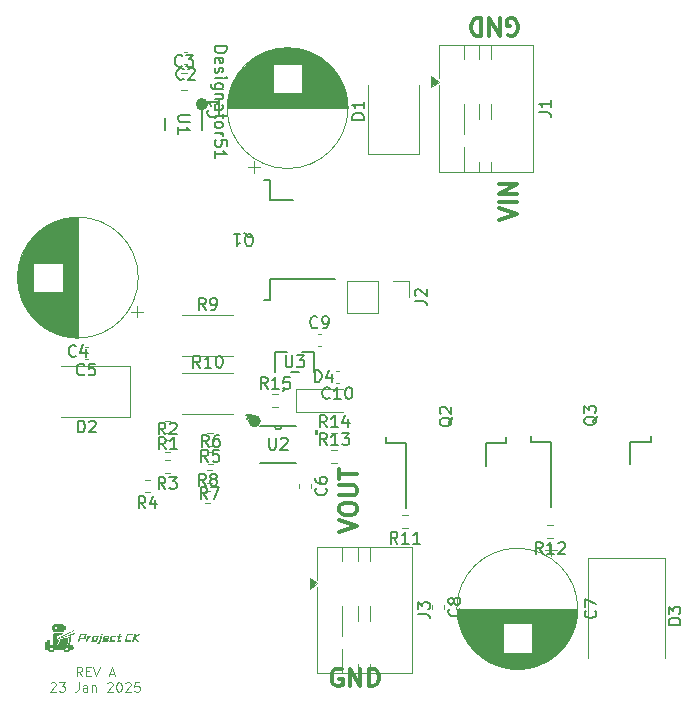
<source format=gbr>
%TF.GenerationSoftware,KiCad,Pcbnew,9.0.6*%
%TF.CreationDate,2026-01-24T10:26:07+01:00*%
%TF.ProjectId,Protection,50726f74-6563-4746-996f-6e2e6b696361,rev?*%
%TF.SameCoordinates,Original*%
%TF.FileFunction,Legend,Top*%
%TF.FilePolarity,Positive*%
%FSLAX46Y46*%
G04 Gerber Fmt 4.6, Leading zero omitted, Abs format (unit mm)*
G04 Created by KiCad (PCBNEW 9.0.6) date 2026-01-24 10:26:07*
%MOMM*%
%LPD*%
G01*
G04 APERTURE LIST*
%ADD10C,0.550000*%
%ADD11C,0.300000*%
%ADD12C,0.100000*%
%ADD13C,0.150000*%
%ADD14C,0.152400*%
%ADD15C,0.000000*%
%ADD16C,0.200000*%
%ADD17C,0.120000*%
G04 APERTURE END LIST*
D10*
X95314997Y-61172324D02*
G75*
G02*
X94764997Y-61172324I-275000J0D01*
G01*
X94764997Y-61172324D02*
G75*
G02*
X95314997Y-61172324I275000J0D01*
G01*
X99775000Y-88000000D02*
G75*
G02*
X99225000Y-88000000I-275000J0D01*
G01*
X99225000Y-88000000D02*
G75*
G02*
X99775000Y-88000000I275000J0D01*
G01*
D11*
X106880225Y-109022257D02*
X106737368Y-108950828D01*
X106737368Y-108950828D02*
X106523082Y-108950828D01*
X106523082Y-108950828D02*
X106308796Y-109022257D01*
X106308796Y-109022257D02*
X106165939Y-109165114D01*
X106165939Y-109165114D02*
X106094510Y-109307971D01*
X106094510Y-109307971D02*
X106023082Y-109593685D01*
X106023082Y-109593685D02*
X106023082Y-109807971D01*
X106023082Y-109807971D02*
X106094510Y-110093685D01*
X106094510Y-110093685D02*
X106165939Y-110236542D01*
X106165939Y-110236542D02*
X106308796Y-110379400D01*
X106308796Y-110379400D02*
X106523082Y-110450828D01*
X106523082Y-110450828D02*
X106665939Y-110450828D01*
X106665939Y-110450828D02*
X106880225Y-110379400D01*
X106880225Y-110379400D02*
X106951653Y-110307971D01*
X106951653Y-110307971D02*
X106951653Y-109807971D01*
X106951653Y-109807971D02*
X106665939Y-109807971D01*
X107594510Y-110450828D02*
X107594510Y-108950828D01*
X107594510Y-108950828D02*
X108451653Y-110450828D01*
X108451653Y-110450828D02*
X108451653Y-108950828D01*
X109165939Y-110450828D02*
X109165939Y-108950828D01*
X109165939Y-108950828D02*
X109523082Y-108950828D01*
X109523082Y-108950828D02*
X109737368Y-109022257D01*
X109737368Y-109022257D02*
X109880225Y-109165114D01*
X109880225Y-109165114D02*
X109951654Y-109307971D01*
X109951654Y-109307971D02*
X110023082Y-109593685D01*
X110023082Y-109593685D02*
X110023082Y-109807971D01*
X110023082Y-109807971D02*
X109951654Y-110093685D01*
X109951654Y-110093685D02*
X109880225Y-110236542D01*
X109880225Y-110236542D02*
X109737368Y-110379400D01*
X109737368Y-110379400D02*
X109523082Y-110450828D01*
X109523082Y-110450828D02*
X109165939Y-110450828D01*
X106690828Y-97359774D02*
X108190828Y-96859774D01*
X108190828Y-96859774D02*
X106690828Y-96359774D01*
X106690828Y-95574060D02*
X106690828Y-95288346D01*
X106690828Y-95288346D02*
X106762257Y-95145489D01*
X106762257Y-95145489D02*
X106905114Y-95002632D01*
X106905114Y-95002632D02*
X107190828Y-94931203D01*
X107190828Y-94931203D02*
X107690828Y-94931203D01*
X107690828Y-94931203D02*
X107976542Y-95002632D01*
X107976542Y-95002632D02*
X108119400Y-95145489D01*
X108119400Y-95145489D02*
X108190828Y-95288346D01*
X108190828Y-95288346D02*
X108190828Y-95574060D01*
X108190828Y-95574060D02*
X108119400Y-95716918D01*
X108119400Y-95716918D02*
X107976542Y-95859775D01*
X107976542Y-95859775D02*
X107690828Y-95931203D01*
X107690828Y-95931203D02*
X107190828Y-95931203D01*
X107190828Y-95931203D02*
X106905114Y-95859775D01*
X106905114Y-95859775D02*
X106762257Y-95716918D01*
X106762257Y-95716918D02*
X106690828Y-95574060D01*
X106690828Y-94288346D02*
X107905114Y-94288346D01*
X107905114Y-94288346D02*
X108047971Y-94216917D01*
X108047971Y-94216917D02*
X108119400Y-94145489D01*
X108119400Y-94145489D02*
X108190828Y-94002631D01*
X108190828Y-94002631D02*
X108190828Y-93716917D01*
X108190828Y-93716917D02*
X108119400Y-93574060D01*
X108119400Y-93574060D02*
X108047971Y-93502631D01*
X108047971Y-93502631D02*
X107905114Y-93431203D01*
X107905114Y-93431203D02*
X106690828Y-93431203D01*
X106690828Y-92931202D02*
X106690828Y-92074060D01*
X108190828Y-92502631D02*
X106690828Y-92502631D01*
X120959774Y-55327742D02*
X121102632Y-55399171D01*
X121102632Y-55399171D02*
X121316917Y-55399171D01*
X121316917Y-55399171D02*
X121531203Y-55327742D01*
X121531203Y-55327742D02*
X121674060Y-55184885D01*
X121674060Y-55184885D02*
X121745489Y-55042028D01*
X121745489Y-55042028D02*
X121816917Y-54756314D01*
X121816917Y-54756314D02*
X121816917Y-54542028D01*
X121816917Y-54542028D02*
X121745489Y-54256314D01*
X121745489Y-54256314D02*
X121674060Y-54113457D01*
X121674060Y-54113457D02*
X121531203Y-53970600D01*
X121531203Y-53970600D02*
X121316917Y-53899171D01*
X121316917Y-53899171D02*
X121174060Y-53899171D01*
X121174060Y-53899171D02*
X120959774Y-53970600D01*
X120959774Y-53970600D02*
X120888346Y-54042028D01*
X120888346Y-54042028D02*
X120888346Y-54542028D01*
X120888346Y-54542028D02*
X121174060Y-54542028D01*
X120245489Y-53899171D02*
X120245489Y-55399171D01*
X120245489Y-55399171D02*
X119388346Y-53899171D01*
X119388346Y-53899171D02*
X119388346Y-55399171D01*
X118674060Y-53899171D02*
X118674060Y-55399171D01*
X118674060Y-55399171D02*
X118316917Y-55399171D01*
X118316917Y-55399171D02*
X118102631Y-55327742D01*
X118102631Y-55327742D02*
X117959774Y-55184885D01*
X117959774Y-55184885D02*
X117888345Y-55042028D01*
X117888345Y-55042028D02*
X117816917Y-54756314D01*
X117816917Y-54756314D02*
X117816917Y-54542028D01*
X117816917Y-54542028D02*
X117888345Y-54256314D01*
X117888345Y-54256314D02*
X117959774Y-54113457D01*
X117959774Y-54113457D02*
X118102631Y-53970600D01*
X118102631Y-53970600D02*
X118316917Y-53899171D01*
X118316917Y-53899171D02*
X118674060Y-53899171D01*
D12*
X84895238Y-109608940D02*
X84628571Y-109227987D01*
X84438095Y-109608940D02*
X84438095Y-108808940D01*
X84438095Y-108808940D02*
X84742857Y-108808940D01*
X84742857Y-108808940D02*
X84819047Y-108847035D01*
X84819047Y-108847035D02*
X84857142Y-108885130D01*
X84857142Y-108885130D02*
X84895238Y-108961321D01*
X84895238Y-108961321D02*
X84895238Y-109075606D01*
X84895238Y-109075606D02*
X84857142Y-109151797D01*
X84857142Y-109151797D02*
X84819047Y-109189892D01*
X84819047Y-109189892D02*
X84742857Y-109227987D01*
X84742857Y-109227987D02*
X84438095Y-109227987D01*
X85238095Y-109189892D02*
X85504761Y-109189892D01*
X85619047Y-109608940D02*
X85238095Y-109608940D01*
X85238095Y-109608940D02*
X85238095Y-108808940D01*
X85238095Y-108808940D02*
X85619047Y-108808940D01*
X85847619Y-108808940D02*
X86114286Y-109608940D01*
X86114286Y-109608940D02*
X86380952Y-108808940D01*
X87219047Y-109380368D02*
X87600000Y-109380368D01*
X87142857Y-109608940D02*
X87409524Y-108808940D01*
X87409524Y-108808940D02*
X87676190Y-109608940D01*
X82228569Y-110173085D02*
X82266665Y-110134990D01*
X82266665Y-110134990D02*
X82342855Y-110096895D01*
X82342855Y-110096895D02*
X82533331Y-110096895D01*
X82533331Y-110096895D02*
X82609522Y-110134990D01*
X82609522Y-110134990D02*
X82647617Y-110173085D01*
X82647617Y-110173085D02*
X82685712Y-110249276D01*
X82685712Y-110249276D02*
X82685712Y-110325466D01*
X82685712Y-110325466D02*
X82647617Y-110439752D01*
X82647617Y-110439752D02*
X82190474Y-110896895D01*
X82190474Y-110896895D02*
X82685712Y-110896895D01*
X82952379Y-110096895D02*
X83447617Y-110096895D01*
X83447617Y-110096895D02*
X83180951Y-110401657D01*
X83180951Y-110401657D02*
X83295236Y-110401657D01*
X83295236Y-110401657D02*
X83371427Y-110439752D01*
X83371427Y-110439752D02*
X83409522Y-110477847D01*
X83409522Y-110477847D02*
X83447617Y-110554038D01*
X83447617Y-110554038D02*
X83447617Y-110744514D01*
X83447617Y-110744514D02*
X83409522Y-110820704D01*
X83409522Y-110820704D02*
X83371427Y-110858800D01*
X83371427Y-110858800D02*
X83295236Y-110896895D01*
X83295236Y-110896895D02*
X83066665Y-110896895D01*
X83066665Y-110896895D02*
X82990474Y-110858800D01*
X82990474Y-110858800D02*
X82952379Y-110820704D01*
X84628570Y-110096895D02*
X84628570Y-110668323D01*
X84628570Y-110668323D02*
X84590475Y-110782609D01*
X84590475Y-110782609D02*
X84514284Y-110858800D01*
X84514284Y-110858800D02*
X84399999Y-110896895D01*
X84399999Y-110896895D02*
X84323808Y-110896895D01*
X85352380Y-110896895D02*
X85352380Y-110477847D01*
X85352380Y-110477847D02*
X85314285Y-110401657D01*
X85314285Y-110401657D02*
X85238094Y-110363561D01*
X85238094Y-110363561D02*
X85085713Y-110363561D01*
X85085713Y-110363561D02*
X85009523Y-110401657D01*
X85352380Y-110858800D02*
X85276189Y-110896895D01*
X85276189Y-110896895D02*
X85085713Y-110896895D01*
X85085713Y-110896895D02*
X85009523Y-110858800D01*
X85009523Y-110858800D02*
X84971427Y-110782609D01*
X84971427Y-110782609D02*
X84971427Y-110706419D01*
X84971427Y-110706419D02*
X85009523Y-110630228D01*
X85009523Y-110630228D02*
X85085713Y-110592133D01*
X85085713Y-110592133D02*
X85276189Y-110592133D01*
X85276189Y-110592133D02*
X85352380Y-110554038D01*
X85733333Y-110363561D02*
X85733333Y-110896895D01*
X85733333Y-110439752D02*
X85771428Y-110401657D01*
X85771428Y-110401657D02*
X85847618Y-110363561D01*
X85847618Y-110363561D02*
X85961904Y-110363561D01*
X85961904Y-110363561D02*
X86038095Y-110401657D01*
X86038095Y-110401657D02*
X86076190Y-110477847D01*
X86076190Y-110477847D02*
X86076190Y-110896895D01*
X87028571Y-110173085D02*
X87066667Y-110134990D01*
X87066667Y-110134990D02*
X87142857Y-110096895D01*
X87142857Y-110096895D02*
X87333333Y-110096895D01*
X87333333Y-110096895D02*
X87409524Y-110134990D01*
X87409524Y-110134990D02*
X87447619Y-110173085D01*
X87447619Y-110173085D02*
X87485714Y-110249276D01*
X87485714Y-110249276D02*
X87485714Y-110325466D01*
X87485714Y-110325466D02*
X87447619Y-110439752D01*
X87447619Y-110439752D02*
X86990476Y-110896895D01*
X86990476Y-110896895D02*
X87485714Y-110896895D01*
X87980953Y-110096895D02*
X88057143Y-110096895D01*
X88057143Y-110096895D02*
X88133334Y-110134990D01*
X88133334Y-110134990D02*
X88171429Y-110173085D01*
X88171429Y-110173085D02*
X88209524Y-110249276D01*
X88209524Y-110249276D02*
X88247619Y-110401657D01*
X88247619Y-110401657D02*
X88247619Y-110592133D01*
X88247619Y-110592133D02*
X88209524Y-110744514D01*
X88209524Y-110744514D02*
X88171429Y-110820704D01*
X88171429Y-110820704D02*
X88133334Y-110858800D01*
X88133334Y-110858800D02*
X88057143Y-110896895D01*
X88057143Y-110896895D02*
X87980953Y-110896895D01*
X87980953Y-110896895D02*
X87904762Y-110858800D01*
X87904762Y-110858800D02*
X87866667Y-110820704D01*
X87866667Y-110820704D02*
X87828572Y-110744514D01*
X87828572Y-110744514D02*
X87790476Y-110592133D01*
X87790476Y-110592133D02*
X87790476Y-110401657D01*
X87790476Y-110401657D02*
X87828572Y-110249276D01*
X87828572Y-110249276D02*
X87866667Y-110173085D01*
X87866667Y-110173085D02*
X87904762Y-110134990D01*
X87904762Y-110134990D02*
X87980953Y-110096895D01*
X88552381Y-110173085D02*
X88590477Y-110134990D01*
X88590477Y-110134990D02*
X88666667Y-110096895D01*
X88666667Y-110096895D02*
X88857143Y-110096895D01*
X88857143Y-110096895D02*
X88933334Y-110134990D01*
X88933334Y-110134990D02*
X88971429Y-110173085D01*
X88971429Y-110173085D02*
X89009524Y-110249276D01*
X89009524Y-110249276D02*
X89009524Y-110325466D01*
X89009524Y-110325466D02*
X88971429Y-110439752D01*
X88971429Y-110439752D02*
X88514286Y-110896895D01*
X88514286Y-110896895D02*
X89009524Y-110896895D01*
X89733334Y-110096895D02*
X89352382Y-110096895D01*
X89352382Y-110096895D02*
X89314286Y-110477847D01*
X89314286Y-110477847D02*
X89352382Y-110439752D01*
X89352382Y-110439752D02*
X89428572Y-110401657D01*
X89428572Y-110401657D02*
X89619048Y-110401657D01*
X89619048Y-110401657D02*
X89695239Y-110439752D01*
X89695239Y-110439752D02*
X89733334Y-110477847D01*
X89733334Y-110477847D02*
X89771429Y-110554038D01*
X89771429Y-110554038D02*
X89771429Y-110744514D01*
X89771429Y-110744514D02*
X89733334Y-110820704D01*
X89733334Y-110820704D02*
X89695239Y-110858800D01*
X89695239Y-110858800D02*
X89619048Y-110896895D01*
X89619048Y-110896895D02*
X89428572Y-110896895D01*
X89428572Y-110896895D02*
X89352382Y-110858800D01*
X89352382Y-110858800D02*
X89314286Y-110820704D01*
D11*
X120200828Y-70969774D02*
X121700828Y-70469774D01*
X121700828Y-70469774D02*
X120200828Y-69969774D01*
X121700828Y-69469775D02*
X120200828Y-69469775D01*
X121700828Y-68755489D02*
X120200828Y-68755489D01*
X120200828Y-68755489D02*
X121700828Y-67898346D01*
X121700828Y-67898346D02*
X120200828Y-67898346D01*
D13*
X102135595Y-82438819D02*
X102135595Y-83248342D01*
X102135595Y-83248342D02*
X102183214Y-83343580D01*
X102183214Y-83343580D02*
X102230833Y-83391200D01*
X102230833Y-83391200D02*
X102326071Y-83438819D01*
X102326071Y-83438819D02*
X102516547Y-83438819D01*
X102516547Y-83438819D02*
X102611785Y-83391200D01*
X102611785Y-83391200D02*
X102659404Y-83343580D01*
X102659404Y-83343580D02*
X102707023Y-83248342D01*
X102707023Y-83248342D02*
X102707023Y-82438819D01*
X103087976Y-82438819D02*
X103707023Y-82438819D01*
X103707023Y-82438819D02*
X103373690Y-82819771D01*
X103373690Y-82819771D02*
X103516547Y-82819771D01*
X103516547Y-82819771D02*
X103611785Y-82867390D01*
X103611785Y-82867390D02*
X103659404Y-82915009D01*
X103659404Y-82915009D02*
X103707023Y-83010247D01*
X103707023Y-83010247D02*
X103707023Y-83248342D01*
X103707023Y-83248342D02*
X103659404Y-83343580D01*
X103659404Y-83343580D02*
X103611785Y-83391200D01*
X103611785Y-83391200D02*
X103516547Y-83438819D01*
X103516547Y-83438819D02*
X103230833Y-83438819D01*
X103230833Y-83438819D02*
X103135595Y-83391200D01*
X103135595Y-83391200D02*
X103087976Y-83343580D01*
X100738095Y-89414819D02*
X100738095Y-90224342D01*
X100738095Y-90224342D02*
X100785714Y-90319580D01*
X100785714Y-90319580D02*
X100833333Y-90367200D01*
X100833333Y-90367200D02*
X100928571Y-90414819D01*
X100928571Y-90414819D02*
X101119047Y-90414819D01*
X101119047Y-90414819D02*
X101214285Y-90367200D01*
X101214285Y-90367200D02*
X101261904Y-90319580D01*
X101261904Y-90319580D02*
X101309523Y-90224342D01*
X101309523Y-90224342D02*
X101309523Y-89414819D01*
X101738095Y-89510057D02*
X101785714Y-89462438D01*
X101785714Y-89462438D02*
X101880952Y-89414819D01*
X101880952Y-89414819D02*
X102119047Y-89414819D01*
X102119047Y-89414819D02*
X102214285Y-89462438D01*
X102214285Y-89462438D02*
X102261904Y-89510057D01*
X102261904Y-89510057D02*
X102309523Y-89605295D01*
X102309523Y-89605295D02*
X102309523Y-89700533D01*
X102309523Y-89700533D02*
X102261904Y-89843390D01*
X102261904Y-89843390D02*
X101690476Y-90414819D01*
X101690476Y-90414819D02*
X102309523Y-90414819D01*
X99048900Y-87360719D02*
X99048900Y-87598814D01*
X98810805Y-87503576D02*
X99048900Y-87598814D01*
X99048900Y-87598814D02*
X99286995Y-87503576D01*
X98906043Y-87789290D02*
X99048900Y-87598814D01*
X99048900Y-87598814D02*
X99191757Y-87789290D01*
X99048900Y-87360719D02*
X99048900Y-87598814D01*
X98810805Y-87503576D02*
X99048900Y-87598814D01*
X99048900Y-87598814D02*
X99286995Y-87503576D01*
X98906043Y-87789290D02*
X99048900Y-87598814D01*
X99048900Y-87598814D02*
X99191757Y-87789290D01*
X94035178Y-62085419D02*
X93225655Y-62085419D01*
X93225655Y-62085419D02*
X93130417Y-62133038D01*
X93130417Y-62133038D02*
X93082798Y-62180657D01*
X93082798Y-62180657D02*
X93035178Y-62275895D01*
X93035178Y-62275895D02*
X93035178Y-62466371D01*
X93035178Y-62466371D02*
X93082798Y-62561609D01*
X93082798Y-62561609D02*
X93130417Y-62609228D01*
X93130417Y-62609228D02*
X93225655Y-62656847D01*
X93225655Y-62656847D02*
X94035178Y-62656847D01*
X93035178Y-63656847D02*
X93035178Y-63085419D01*
X93035178Y-63371133D02*
X94035178Y-63371133D01*
X94035178Y-63371133D02*
X93892321Y-63275895D01*
X93892321Y-63275895D02*
X93797083Y-63180657D01*
X93797083Y-63180657D02*
X93749464Y-63085419D01*
X96133978Y-56277247D02*
X97133978Y-56277247D01*
X97133978Y-56277247D02*
X97133978Y-56515342D01*
X97133978Y-56515342D02*
X97086359Y-56658199D01*
X97086359Y-56658199D02*
X96991121Y-56753437D01*
X96991121Y-56753437D02*
X96895883Y-56801056D01*
X96895883Y-56801056D02*
X96705407Y-56848675D01*
X96705407Y-56848675D02*
X96562550Y-56848675D01*
X96562550Y-56848675D02*
X96372074Y-56801056D01*
X96372074Y-56801056D02*
X96276836Y-56753437D01*
X96276836Y-56753437D02*
X96181598Y-56658199D01*
X96181598Y-56658199D02*
X96133978Y-56515342D01*
X96133978Y-56515342D02*
X96133978Y-56277247D01*
X96181598Y-57658199D02*
X96133978Y-57562961D01*
X96133978Y-57562961D02*
X96133978Y-57372485D01*
X96133978Y-57372485D02*
X96181598Y-57277247D01*
X96181598Y-57277247D02*
X96276836Y-57229628D01*
X96276836Y-57229628D02*
X96657788Y-57229628D01*
X96657788Y-57229628D02*
X96753026Y-57277247D01*
X96753026Y-57277247D02*
X96800645Y-57372485D01*
X96800645Y-57372485D02*
X96800645Y-57562961D01*
X96800645Y-57562961D02*
X96753026Y-57658199D01*
X96753026Y-57658199D02*
X96657788Y-57705818D01*
X96657788Y-57705818D02*
X96562550Y-57705818D01*
X96562550Y-57705818D02*
X96467312Y-57229628D01*
X96181598Y-58086771D02*
X96133978Y-58182009D01*
X96133978Y-58182009D02*
X96133978Y-58372485D01*
X96133978Y-58372485D02*
X96181598Y-58467723D01*
X96181598Y-58467723D02*
X96276836Y-58515342D01*
X96276836Y-58515342D02*
X96324455Y-58515342D01*
X96324455Y-58515342D02*
X96419693Y-58467723D01*
X96419693Y-58467723D02*
X96467312Y-58372485D01*
X96467312Y-58372485D02*
X96467312Y-58229628D01*
X96467312Y-58229628D02*
X96514931Y-58134390D01*
X96514931Y-58134390D02*
X96610169Y-58086771D01*
X96610169Y-58086771D02*
X96657788Y-58086771D01*
X96657788Y-58086771D02*
X96753026Y-58134390D01*
X96753026Y-58134390D02*
X96800645Y-58229628D01*
X96800645Y-58229628D02*
X96800645Y-58372485D01*
X96800645Y-58372485D02*
X96753026Y-58467723D01*
X96133978Y-58943914D02*
X96800645Y-58943914D01*
X97133978Y-58943914D02*
X97086359Y-58896295D01*
X97086359Y-58896295D02*
X97038740Y-58943914D01*
X97038740Y-58943914D02*
X97086359Y-58991533D01*
X97086359Y-58991533D02*
X97133978Y-58943914D01*
X97133978Y-58943914D02*
X97038740Y-58943914D01*
X96800645Y-59848675D02*
X95991121Y-59848675D01*
X95991121Y-59848675D02*
X95895883Y-59801056D01*
X95895883Y-59801056D02*
X95848264Y-59753437D01*
X95848264Y-59753437D02*
X95800645Y-59658199D01*
X95800645Y-59658199D02*
X95800645Y-59515342D01*
X95800645Y-59515342D02*
X95848264Y-59420104D01*
X96181598Y-59848675D02*
X96133978Y-59753437D01*
X96133978Y-59753437D02*
X96133978Y-59562961D01*
X96133978Y-59562961D02*
X96181598Y-59467723D01*
X96181598Y-59467723D02*
X96229217Y-59420104D01*
X96229217Y-59420104D02*
X96324455Y-59372485D01*
X96324455Y-59372485D02*
X96610169Y-59372485D01*
X96610169Y-59372485D02*
X96705407Y-59420104D01*
X96705407Y-59420104D02*
X96753026Y-59467723D01*
X96753026Y-59467723D02*
X96800645Y-59562961D01*
X96800645Y-59562961D02*
X96800645Y-59753437D01*
X96800645Y-59753437D02*
X96753026Y-59848675D01*
X96800645Y-60324866D02*
X96133978Y-60324866D01*
X96705407Y-60324866D02*
X96753026Y-60372485D01*
X96753026Y-60372485D02*
X96800645Y-60467723D01*
X96800645Y-60467723D02*
X96800645Y-60610580D01*
X96800645Y-60610580D02*
X96753026Y-60705818D01*
X96753026Y-60705818D02*
X96657788Y-60753437D01*
X96657788Y-60753437D02*
X96133978Y-60753437D01*
X96133978Y-61658199D02*
X96657788Y-61658199D01*
X96657788Y-61658199D02*
X96753026Y-61610580D01*
X96753026Y-61610580D02*
X96800645Y-61515342D01*
X96800645Y-61515342D02*
X96800645Y-61324866D01*
X96800645Y-61324866D02*
X96753026Y-61229628D01*
X96181598Y-61658199D02*
X96133978Y-61562961D01*
X96133978Y-61562961D02*
X96133978Y-61324866D01*
X96133978Y-61324866D02*
X96181598Y-61229628D01*
X96181598Y-61229628D02*
X96276836Y-61182009D01*
X96276836Y-61182009D02*
X96372074Y-61182009D01*
X96372074Y-61182009D02*
X96467312Y-61229628D01*
X96467312Y-61229628D02*
X96514931Y-61324866D01*
X96514931Y-61324866D02*
X96514931Y-61562961D01*
X96514931Y-61562961D02*
X96562550Y-61658199D01*
X96800645Y-61991533D02*
X96800645Y-62372485D01*
X97133978Y-62134390D02*
X96276836Y-62134390D01*
X96276836Y-62134390D02*
X96181598Y-62182009D01*
X96181598Y-62182009D02*
X96133978Y-62277247D01*
X96133978Y-62277247D02*
X96133978Y-62372485D01*
X96133978Y-62848676D02*
X96181598Y-62753438D01*
X96181598Y-62753438D02*
X96229217Y-62705819D01*
X96229217Y-62705819D02*
X96324455Y-62658200D01*
X96324455Y-62658200D02*
X96610169Y-62658200D01*
X96610169Y-62658200D02*
X96705407Y-62705819D01*
X96705407Y-62705819D02*
X96753026Y-62753438D01*
X96753026Y-62753438D02*
X96800645Y-62848676D01*
X96800645Y-62848676D02*
X96800645Y-62991533D01*
X96800645Y-62991533D02*
X96753026Y-63086771D01*
X96753026Y-63086771D02*
X96705407Y-63134390D01*
X96705407Y-63134390D02*
X96610169Y-63182009D01*
X96610169Y-63182009D02*
X96324455Y-63182009D01*
X96324455Y-63182009D02*
X96229217Y-63134390D01*
X96229217Y-63134390D02*
X96181598Y-63086771D01*
X96181598Y-63086771D02*
X96133978Y-62991533D01*
X96133978Y-62991533D02*
X96133978Y-62848676D01*
X96133978Y-63610581D02*
X96800645Y-63610581D01*
X96610169Y-63610581D02*
X96705407Y-63658200D01*
X96705407Y-63658200D02*
X96753026Y-63705819D01*
X96753026Y-63705819D02*
X96800645Y-63801057D01*
X96800645Y-63801057D02*
X96800645Y-63896295D01*
X97133978Y-64705819D02*
X97133978Y-64229629D01*
X97133978Y-64229629D02*
X96657788Y-64182010D01*
X96657788Y-64182010D02*
X96705407Y-64229629D01*
X96705407Y-64229629D02*
X96753026Y-64324867D01*
X96753026Y-64324867D02*
X96753026Y-64562962D01*
X96753026Y-64562962D02*
X96705407Y-64658200D01*
X96705407Y-64658200D02*
X96657788Y-64705819D01*
X96657788Y-64705819D02*
X96562550Y-64753438D01*
X96562550Y-64753438D02*
X96324455Y-64753438D01*
X96324455Y-64753438D02*
X96229217Y-64705819D01*
X96229217Y-64705819D02*
X96181598Y-64658200D01*
X96181598Y-64658200D02*
X96133978Y-64562962D01*
X96133978Y-64562962D02*
X96133978Y-64324867D01*
X96133978Y-64324867D02*
X96181598Y-64229629D01*
X96181598Y-64229629D02*
X96229217Y-64182010D01*
X96133978Y-65705819D02*
X96133978Y-65134391D01*
X96133978Y-65420105D02*
X97133978Y-65420105D01*
X97133978Y-65420105D02*
X96991121Y-65324867D01*
X96991121Y-65324867D02*
X96895883Y-65229629D01*
X96895883Y-65229629D02*
X96848264Y-65134391D01*
X128510057Y-87595238D02*
X128462438Y-87690476D01*
X128462438Y-87690476D02*
X128367200Y-87785714D01*
X128367200Y-87785714D02*
X128224342Y-87928571D01*
X128224342Y-87928571D02*
X128176723Y-88023809D01*
X128176723Y-88023809D02*
X128176723Y-88119047D01*
X128414819Y-88071428D02*
X128367200Y-88166666D01*
X128367200Y-88166666D02*
X128271961Y-88261904D01*
X128271961Y-88261904D02*
X128081485Y-88309523D01*
X128081485Y-88309523D02*
X127748152Y-88309523D01*
X127748152Y-88309523D02*
X127557676Y-88261904D01*
X127557676Y-88261904D02*
X127462438Y-88166666D01*
X127462438Y-88166666D02*
X127414819Y-88071428D01*
X127414819Y-88071428D02*
X127414819Y-87880952D01*
X127414819Y-87880952D02*
X127462438Y-87785714D01*
X127462438Y-87785714D02*
X127557676Y-87690476D01*
X127557676Y-87690476D02*
X127748152Y-87642857D01*
X127748152Y-87642857D02*
X128081485Y-87642857D01*
X128081485Y-87642857D02*
X128271961Y-87690476D01*
X128271961Y-87690476D02*
X128367200Y-87785714D01*
X128367200Y-87785714D02*
X128414819Y-87880952D01*
X128414819Y-87880952D02*
X128414819Y-88071428D01*
X127414819Y-87309523D02*
X127414819Y-86690476D01*
X127414819Y-86690476D02*
X127795771Y-87023809D01*
X127795771Y-87023809D02*
X127795771Y-86880952D01*
X127795771Y-86880952D02*
X127843390Y-86785714D01*
X127843390Y-86785714D02*
X127891009Y-86738095D01*
X127891009Y-86738095D02*
X127986247Y-86690476D01*
X127986247Y-86690476D02*
X128224342Y-86690476D01*
X128224342Y-86690476D02*
X128319580Y-86738095D01*
X128319580Y-86738095D02*
X128367200Y-86785714D01*
X128367200Y-86785714D02*
X128414819Y-86880952D01*
X128414819Y-86880952D02*
X128414819Y-87166666D01*
X128414819Y-87166666D02*
X128367200Y-87261904D01*
X128367200Y-87261904D02*
X128319580Y-87309523D01*
X116260057Y-87695238D02*
X116212438Y-87790476D01*
X116212438Y-87790476D02*
X116117200Y-87885714D01*
X116117200Y-87885714D02*
X115974342Y-88028571D01*
X115974342Y-88028571D02*
X115926723Y-88123809D01*
X115926723Y-88123809D02*
X115926723Y-88219047D01*
X116164819Y-88171428D02*
X116117200Y-88266666D01*
X116117200Y-88266666D02*
X116021961Y-88361904D01*
X116021961Y-88361904D02*
X115831485Y-88409523D01*
X115831485Y-88409523D02*
X115498152Y-88409523D01*
X115498152Y-88409523D02*
X115307676Y-88361904D01*
X115307676Y-88361904D02*
X115212438Y-88266666D01*
X115212438Y-88266666D02*
X115164819Y-88171428D01*
X115164819Y-88171428D02*
X115164819Y-87980952D01*
X115164819Y-87980952D02*
X115212438Y-87885714D01*
X115212438Y-87885714D02*
X115307676Y-87790476D01*
X115307676Y-87790476D02*
X115498152Y-87742857D01*
X115498152Y-87742857D02*
X115831485Y-87742857D01*
X115831485Y-87742857D02*
X116021961Y-87790476D01*
X116021961Y-87790476D02*
X116117200Y-87885714D01*
X116117200Y-87885714D02*
X116164819Y-87980952D01*
X116164819Y-87980952D02*
X116164819Y-88171428D01*
X115260057Y-87361904D02*
X115212438Y-87314285D01*
X115212438Y-87314285D02*
X115164819Y-87219047D01*
X115164819Y-87219047D02*
X115164819Y-86980952D01*
X115164819Y-86980952D02*
X115212438Y-86885714D01*
X115212438Y-86885714D02*
X115260057Y-86838095D01*
X115260057Y-86838095D02*
X115355295Y-86790476D01*
X115355295Y-86790476D02*
X115450533Y-86790476D01*
X115450533Y-86790476D02*
X115593390Y-86838095D01*
X115593390Y-86838095D02*
X116164819Y-87409523D01*
X116164819Y-87409523D02*
X116164819Y-86790476D01*
X98645238Y-72089942D02*
X98740476Y-72137561D01*
X98740476Y-72137561D02*
X98835714Y-72232800D01*
X98835714Y-72232800D02*
X98978571Y-72375657D01*
X98978571Y-72375657D02*
X99073809Y-72423276D01*
X99073809Y-72423276D02*
X99169047Y-72423276D01*
X99121428Y-72185180D02*
X99216666Y-72232800D01*
X99216666Y-72232800D02*
X99311904Y-72328038D01*
X99311904Y-72328038D02*
X99359523Y-72518514D01*
X99359523Y-72518514D02*
X99359523Y-72851847D01*
X99359523Y-72851847D02*
X99311904Y-73042323D01*
X99311904Y-73042323D02*
X99216666Y-73137561D01*
X99216666Y-73137561D02*
X99121428Y-73185180D01*
X99121428Y-73185180D02*
X98930952Y-73185180D01*
X98930952Y-73185180D02*
X98835714Y-73137561D01*
X98835714Y-73137561D02*
X98740476Y-73042323D01*
X98740476Y-73042323D02*
X98692857Y-72851847D01*
X98692857Y-72851847D02*
X98692857Y-72518514D01*
X98692857Y-72518514D02*
X98740476Y-72328038D01*
X98740476Y-72328038D02*
X98835714Y-72232800D01*
X98835714Y-72232800D02*
X98930952Y-72185180D01*
X98930952Y-72185180D02*
X99121428Y-72185180D01*
X97740476Y-72185180D02*
X98311904Y-72185180D01*
X98026190Y-72185180D02*
X98026190Y-73185180D01*
X98026190Y-73185180D02*
X98121428Y-73042323D01*
X98121428Y-73042323D02*
X98216666Y-72947085D01*
X98216666Y-72947085D02*
X98311904Y-72899466D01*
X95370833Y-78574819D02*
X95037500Y-78098628D01*
X94799405Y-78574819D02*
X94799405Y-77574819D01*
X94799405Y-77574819D02*
X95180357Y-77574819D01*
X95180357Y-77574819D02*
X95275595Y-77622438D01*
X95275595Y-77622438D02*
X95323214Y-77670057D01*
X95323214Y-77670057D02*
X95370833Y-77765295D01*
X95370833Y-77765295D02*
X95370833Y-77908152D01*
X95370833Y-77908152D02*
X95323214Y-78003390D01*
X95323214Y-78003390D02*
X95275595Y-78051009D01*
X95275595Y-78051009D02*
X95180357Y-78098628D01*
X95180357Y-78098628D02*
X94799405Y-78098628D01*
X95847024Y-78574819D02*
X96037500Y-78574819D01*
X96037500Y-78574819D02*
X96132738Y-78527200D01*
X96132738Y-78527200D02*
X96180357Y-78479580D01*
X96180357Y-78479580D02*
X96275595Y-78336723D01*
X96275595Y-78336723D02*
X96323214Y-78146247D01*
X96323214Y-78146247D02*
X96323214Y-77765295D01*
X96323214Y-77765295D02*
X96275595Y-77670057D01*
X96275595Y-77670057D02*
X96227976Y-77622438D01*
X96227976Y-77622438D02*
X96132738Y-77574819D01*
X96132738Y-77574819D02*
X95942262Y-77574819D01*
X95942262Y-77574819D02*
X95847024Y-77622438D01*
X95847024Y-77622438D02*
X95799405Y-77670057D01*
X95799405Y-77670057D02*
X95751786Y-77765295D01*
X95751786Y-77765295D02*
X95751786Y-78003390D01*
X95751786Y-78003390D02*
X95799405Y-78098628D01*
X95799405Y-78098628D02*
X95847024Y-78146247D01*
X95847024Y-78146247D02*
X95942262Y-78193866D01*
X95942262Y-78193866D02*
X96132738Y-78193866D01*
X96132738Y-78193866D02*
X96227976Y-78146247D01*
X96227976Y-78146247D02*
X96275595Y-78098628D01*
X96275595Y-78098628D02*
X96323214Y-78003390D01*
X128359580Y-104048989D02*
X128407200Y-104096608D01*
X128407200Y-104096608D02*
X128454819Y-104239465D01*
X128454819Y-104239465D02*
X128454819Y-104334703D01*
X128454819Y-104334703D02*
X128407200Y-104477560D01*
X128407200Y-104477560D02*
X128311961Y-104572798D01*
X128311961Y-104572798D02*
X128216723Y-104620417D01*
X128216723Y-104620417D02*
X128026247Y-104668036D01*
X128026247Y-104668036D02*
X127883390Y-104668036D01*
X127883390Y-104668036D02*
X127692914Y-104620417D01*
X127692914Y-104620417D02*
X127597676Y-104572798D01*
X127597676Y-104572798D02*
X127502438Y-104477560D01*
X127502438Y-104477560D02*
X127454819Y-104334703D01*
X127454819Y-104334703D02*
X127454819Y-104239465D01*
X127454819Y-104239465D02*
X127502438Y-104096608D01*
X127502438Y-104096608D02*
X127550057Y-104048989D01*
X127454819Y-103715655D02*
X127454819Y-103048989D01*
X127454819Y-103048989D02*
X128454819Y-103477560D01*
X116829580Y-103916666D02*
X116877200Y-103964285D01*
X116877200Y-103964285D02*
X116924819Y-104107142D01*
X116924819Y-104107142D02*
X116924819Y-104202380D01*
X116924819Y-104202380D02*
X116877200Y-104345237D01*
X116877200Y-104345237D02*
X116781961Y-104440475D01*
X116781961Y-104440475D02*
X116686723Y-104488094D01*
X116686723Y-104488094D02*
X116496247Y-104535713D01*
X116496247Y-104535713D02*
X116353390Y-104535713D01*
X116353390Y-104535713D02*
X116162914Y-104488094D01*
X116162914Y-104488094D02*
X116067676Y-104440475D01*
X116067676Y-104440475D02*
X115972438Y-104345237D01*
X115972438Y-104345237D02*
X115924819Y-104202380D01*
X115924819Y-104202380D02*
X115924819Y-104107142D01*
X115924819Y-104107142D02*
X115972438Y-103964285D01*
X115972438Y-103964285D02*
X116020057Y-103916666D01*
X116353390Y-103345237D02*
X116305771Y-103440475D01*
X116305771Y-103440475D02*
X116258152Y-103488094D01*
X116258152Y-103488094D02*
X116162914Y-103535713D01*
X116162914Y-103535713D02*
X116115295Y-103535713D01*
X116115295Y-103535713D02*
X116020057Y-103488094D01*
X116020057Y-103488094D02*
X115972438Y-103440475D01*
X115972438Y-103440475D02*
X115924819Y-103345237D01*
X115924819Y-103345237D02*
X115924819Y-103154761D01*
X115924819Y-103154761D02*
X115972438Y-103059523D01*
X115972438Y-103059523D02*
X116020057Y-103011904D01*
X116020057Y-103011904D02*
X116115295Y-102964285D01*
X116115295Y-102964285D02*
X116162914Y-102964285D01*
X116162914Y-102964285D02*
X116258152Y-103011904D01*
X116258152Y-103011904D02*
X116305771Y-103059523D01*
X116305771Y-103059523D02*
X116353390Y-103154761D01*
X116353390Y-103154761D02*
X116353390Y-103345237D01*
X116353390Y-103345237D02*
X116401009Y-103440475D01*
X116401009Y-103440475D02*
X116448628Y-103488094D01*
X116448628Y-103488094D02*
X116543866Y-103535713D01*
X116543866Y-103535713D02*
X116734342Y-103535713D01*
X116734342Y-103535713D02*
X116829580Y-103488094D01*
X116829580Y-103488094D02*
X116877200Y-103440475D01*
X116877200Y-103440475D02*
X116924819Y-103345237D01*
X116924819Y-103345237D02*
X116924819Y-103154761D01*
X116924819Y-103154761D02*
X116877200Y-103059523D01*
X116877200Y-103059523D02*
X116829580Y-103011904D01*
X116829580Y-103011904D02*
X116734342Y-102964285D01*
X116734342Y-102964285D02*
X116543866Y-102964285D01*
X116543866Y-102964285D02*
X116448628Y-103011904D01*
X116448628Y-103011904D02*
X116401009Y-103059523D01*
X116401009Y-103059523D02*
X116353390Y-103154761D01*
X90258333Y-95384819D02*
X89925000Y-94908628D01*
X89686905Y-95384819D02*
X89686905Y-94384819D01*
X89686905Y-94384819D02*
X90067857Y-94384819D01*
X90067857Y-94384819D02*
X90163095Y-94432438D01*
X90163095Y-94432438D02*
X90210714Y-94480057D01*
X90210714Y-94480057D02*
X90258333Y-94575295D01*
X90258333Y-94575295D02*
X90258333Y-94718152D01*
X90258333Y-94718152D02*
X90210714Y-94813390D01*
X90210714Y-94813390D02*
X90163095Y-94861009D01*
X90163095Y-94861009D02*
X90067857Y-94908628D01*
X90067857Y-94908628D02*
X89686905Y-94908628D01*
X91115476Y-94718152D02*
X91115476Y-95384819D01*
X90877381Y-94337200D02*
X90639286Y-95051485D01*
X90639286Y-95051485D02*
X91258333Y-95051485D01*
X93373333Y-57901903D02*
X93325714Y-57949523D01*
X93325714Y-57949523D02*
X93182857Y-57997142D01*
X93182857Y-57997142D02*
X93087619Y-57997142D01*
X93087619Y-57997142D02*
X92944762Y-57949523D01*
X92944762Y-57949523D02*
X92849524Y-57854284D01*
X92849524Y-57854284D02*
X92801905Y-57759046D01*
X92801905Y-57759046D02*
X92754286Y-57568570D01*
X92754286Y-57568570D02*
X92754286Y-57425713D01*
X92754286Y-57425713D02*
X92801905Y-57235237D01*
X92801905Y-57235237D02*
X92849524Y-57139999D01*
X92849524Y-57139999D02*
X92944762Y-57044761D01*
X92944762Y-57044761D02*
X93087619Y-56997142D01*
X93087619Y-56997142D02*
X93182857Y-56997142D01*
X93182857Y-56997142D02*
X93325714Y-57044761D01*
X93325714Y-57044761D02*
X93373333Y-57092380D01*
X93706667Y-56997142D02*
X94325714Y-56997142D01*
X94325714Y-56997142D02*
X93992381Y-57378094D01*
X93992381Y-57378094D02*
X94135238Y-57378094D01*
X94135238Y-57378094D02*
X94230476Y-57425713D01*
X94230476Y-57425713D02*
X94278095Y-57473332D01*
X94278095Y-57473332D02*
X94325714Y-57568570D01*
X94325714Y-57568570D02*
X94325714Y-57806665D01*
X94325714Y-57806665D02*
X94278095Y-57901903D01*
X94278095Y-57901903D02*
X94230476Y-57949523D01*
X94230476Y-57949523D02*
X94135238Y-57997142D01*
X94135238Y-57997142D02*
X93849524Y-57997142D01*
X93849524Y-57997142D02*
X93754286Y-57949523D01*
X93754286Y-57949523D02*
X93706667Y-57901903D01*
X104833333Y-80029580D02*
X104785714Y-80077200D01*
X104785714Y-80077200D02*
X104642857Y-80124819D01*
X104642857Y-80124819D02*
X104547619Y-80124819D01*
X104547619Y-80124819D02*
X104404762Y-80077200D01*
X104404762Y-80077200D02*
X104309524Y-79981961D01*
X104309524Y-79981961D02*
X104261905Y-79886723D01*
X104261905Y-79886723D02*
X104214286Y-79696247D01*
X104214286Y-79696247D02*
X104214286Y-79553390D01*
X104214286Y-79553390D02*
X104261905Y-79362914D01*
X104261905Y-79362914D02*
X104309524Y-79267676D01*
X104309524Y-79267676D02*
X104404762Y-79172438D01*
X104404762Y-79172438D02*
X104547619Y-79124819D01*
X104547619Y-79124819D02*
X104642857Y-79124819D01*
X104642857Y-79124819D02*
X104785714Y-79172438D01*
X104785714Y-79172438D02*
X104833333Y-79220057D01*
X105309524Y-80124819D02*
X105500000Y-80124819D01*
X105500000Y-80124819D02*
X105595238Y-80077200D01*
X105595238Y-80077200D02*
X105642857Y-80029580D01*
X105642857Y-80029580D02*
X105738095Y-79886723D01*
X105738095Y-79886723D02*
X105785714Y-79696247D01*
X105785714Y-79696247D02*
X105785714Y-79315295D01*
X105785714Y-79315295D02*
X105738095Y-79220057D01*
X105738095Y-79220057D02*
X105690476Y-79172438D01*
X105690476Y-79172438D02*
X105595238Y-79124819D01*
X105595238Y-79124819D02*
X105404762Y-79124819D01*
X105404762Y-79124819D02*
X105309524Y-79172438D01*
X105309524Y-79172438D02*
X105261905Y-79220057D01*
X105261905Y-79220057D02*
X105214286Y-79315295D01*
X105214286Y-79315295D02*
X105214286Y-79553390D01*
X105214286Y-79553390D02*
X105261905Y-79648628D01*
X105261905Y-79648628D02*
X105309524Y-79696247D01*
X105309524Y-79696247D02*
X105404762Y-79743866D01*
X105404762Y-79743866D02*
X105595238Y-79743866D01*
X105595238Y-79743866D02*
X105690476Y-79696247D01*
X105690476Y-79696247D02*
X105738095Y-79648628D01*
X105738095Y-79648628D02*
X105785714Y-79553390D01*
X91983333Y-90384819D02*
X91650000Y-89908628D01*
X91411905Y-90384819D02*
X91411905Y-89384819D01*
X91411905Y-89384819D02*
X91792857Y-89384819D01*
X91792857Y-89384819D02*
X91888095Y-89432438D01*
X91888095Y-89432438D02*
X91935714Y-89480057D01*
X91935714Y-89480057D02*
X91983333Y-89575295D01*
X91983333Y-89575295D02*
X91983333Y-89718152D01*
X91983333Y-89718152D02*
X91935714Y-89813390D01*
X91935714Y-89813390D02*
X91888095Y-89861009D01*
X91888095Y-89861009D02*
X91792857Y-89908628D01*
X91792857Y-89908628D02*
X91411905Y-89908628D01*
X92935714Y-90384819D02*
X92364286Y-90384819D01*
X92650000Y-90384819D02*
X92650000Y-89384819D01*
X92650000Y-89384819D02*
X92554762Y-89527676D01*
X92554762Y-89527676D02*
X92459524Y-89622914D01*
X92459524Y-89622914D02*
X92364286Y-89670533D01*
X123892142Y-99234819D02*
X123558809Y-98758628D01*
X123320714Y-99234819D02*
X123320714Y-98234819D01*
X123320714Y-98234819D02*
X123701666Y-98234819D01*
X123701666Y-98234819D02*
X123796904Y-98282438D01*
X123796904Y-98282438D02*
X123844523Y-98330057D01*
X123844523Y-98330057D02*
X123892142Y-98425295D01*
X123892142Y-98425295D02*
X123892142Y-98568152D01*
X123892142Y-98568152D02*
X123844523Y-98663390D01*
X123844523Y-98663390D02*
X123796904Y-98711009D01*
X123796904Y-98711009D02*
X123701666Y-98758628D01*
X123701666Y-98758628D02*
X123320714Y-98758628D01*
X124844523Y-99234819D02*
X124273095Y-99234819D01*
X124558809Y-99234819D02*
X124558809Y-98234819D01*
X124558809Y-98234819D02*
X124463571Y-98377676D01*
X124463571Y-98377676D02*
X124368333Y-98472914D01*
X124368333Y-98472914D02*
X124273095Y-98520533D01*
X125225476Y-98330057D02*
X125273095Y-98282438D01*
X125273095Y-98282438D02*
X125368333Y-98234819D01*
X125368333Y-98234819D02*
X125606428Y-98234819D01*
X125606428Y-98234819D02*
X125701666Y-98282438D01*
X125701666Y-98282438D02*
X125749285Y-98330057D01*
X125749285Y-98330057D02*
X125796904Y-98425295D01*
X125796904Y-98425295D02*
X125796904Y-98520533D01*
X125796904Y-98520533D02*
X125749285Y-98663390D01*
X125749285Y-98663390D02*
X125177857Y-99234819D01*
X125177857Y-99234819D02*
X125796904Y-99234819D01*
X108754819Y-62470417D02*
X107754819Y-62470417D01*
X107754819Y-62470417D02*
X107754819Y-62232322D01*
X107754819Y-62232322D02*
X107802438Y-62089465D01*
X107802438Y-62089465D02*
X107897676Y-61994227D01*
X107897676Y-61994227D02*
X107992914Y-61946608D01*
X107992914Y-61946608D02*
X108183390Y-61898989D01*
X108183390Y-61898989D02*
X108326247Y-61898989D01*
X108326247Y-61898989D02*
X108516723Y-61946608D01*
X108516723Y-61946608D02*
X108611961Y-61994227D01*
X108611961Y-61994227D02*
X108707200Y-62089465D01*
X108707200Y-62089465D02*
X108754819Y-62232322D01*
X108754819Y-62232322D02*
X108754819Y-62470417D01*
X108754819Y-60946608D02*
X108754819Y-61518036D01*
X108754819Y-61232322D02*
X107754819Y-61232322D01*
X107754819Y-61232322D02*
X107897676Y-61327560D01*
X107897676Y-61327560D02*
X107992914Y-61422798D01*
X107992914Y-61422798D02*
X108040533Y-61518036D01*
X91958333Y-89124819D02*
X91625000Y-88648628D01*
X91386905Y-89124819D02*
X91386905Y-88124819D01*
X91386905Y-88124819D02*
X91767857Y-88124819D01*
X91767857Y-88124819D02*
X91863095Y-88172438D01*
X91863095Y-88172438D02*
X91910714Y-88220057D01*
X91910714Y-88220057D02*
X91958333Y-88315295D01*
X91958333Y-88315295D02*
X91958333Y-88458152D01*
X91958333Y-88458152D02*
X91910714Y-88553390D01*
X91910714Y-88553390D02*
X91863095Y-88601009D01*
X91863095Y-88601009D02*
X91767857Y-88648628D01*
X91767857Y-88648628D02*
X91386905Y-88648628D01*
X92339286Y-88220057D02*
X92386905Y-88172438D01*
X92386905Y-88172438D02*
X92482143Y-88124819D01*
X92482143Y-88124819D02*
X92720238Y-88124819D01*
X92720238Y-88124819D02*
X92815476Y-88172438D01*
X92815476Y-88172438D02*
X92863095Y-88220057D01*
X92863095Y-88220057D02*
X92910714Y-88315295D01*
X92910714Y-88315295D02*
X92910714Y-88410533D01*
X92910714Y-88410533D02*
X92863095Y-88553390D01*
X92863095Y-88553390D02*
X92291667Y-89124819D01*
X92291667Y-89124819D02*
X92910714Y-89124819D01*
X84373333Y-82459580D02*
X84325714Y-82507200D01*
X84325714Y-82507200D02*
X84182857Y-82554819D01*
X84182857Y-82554819D02*
X84087619Y-82554819D01*
X84087619Y-82554819D02*
X83944762Y-82507200D01*
X83944762Y-82507200D02*
X83849524Y-82411961D01*
X83849524Y-82411961D02*
X83801905Y-82316723D01*
X83801905Y-82316723D02*
X83754286Y-82126247D01*
X83754286Y-82126247D02*
X83754286Y-81983390D01*
X83754286Y-81983390D02*
X83801905Y-81792914D01*
X83801905Y-81792914D02*
X83849524Y-81697676D01*
X83849524Y-81697676D02*
X83944762Y-81602438D01*
X83944762Y-81602438D02*
X84087619Y-81554819D01*
X84087619Y-81554819D02*
X84182857Y-81554819D01*
X84182857Y-81554819D02*
X84325714Y-81602438D01*
X84325714Y-81602438D02*
X84373333Y-81650057D01*
X85230476Y-81888152D02*
X85230476Y-82554819D01*
X84992381Y-81507200D02*
X84754286Y-82221485D01*
X84754286Y-82221485D02*
X85373333Y-82221485D01*
X85083333Y-84039580D02*
X85035714Y-84087200D01*
X85035714Y-84087200D02*
X84892857Y-84134819D01*
X84892857Y-84134819D02*
X84797619Y-84134819D01*
X84797619Y-84134819D02*
X84654762Y-84087200D01*
X84654762Y-84087200D02*
X84559524Y-83991961D01*
X84559524Y-83991961D02*
X84511905Y-83896723D01*
X84511905Y-83896723D02*
X84464286Y-83706247D01*
X84464286Y-83706247D02*
X84464286Y-83563390D01*
X84464286Y-83563390D02*
X84511905Y-83372914D01*
X84511905Y-83372914D02*
X84559524Y-83277676D01*
X84559524Y-83277676D02*
X84654762Y-83182438D01*
X84654762Y-83182438D02*
X84797619Y-83134819D01*
X84797619Y-83134819D02*
X84892857Y-83134819D01*
X84892857Y-83134819D02*
X85035714Y-83182438D01*
X85035714Y-83182438D02*
X85083333Y-83230057D01*
X85988095Y-83134819D02*
X85511905Y-83134819D01*
X85511905Y-83134819D02*
X85464286Y-83611009D01*
X85464286Y-83611009D02*
X85511905Y-83563390D01*
X85511905Y-83563390D02*
X85607143Y-83515771D01*
X85607143Y-83515771D02*
X85845238Y-83515771D01*
X85845238Y-83515771D02*
X85940476Y-83563390D01*
X85940476Y-83563390D02*
X85988095Y-83611009D01*
X85988095Y-83611009D02*
X86035714Y-83706247D01*
X86035714Y-83706247D02*
X86035714Y-83944342D01*
X86035714Y-83944342D02*
X85988095Y-84039580D01*
X85988095Y-84039580D02*
X85940476Y-84087200D01*
X85940476Y-84087200D02*
X85845238Y-84134819D01*
X85845238Y-84134819D02*
X85607143Y-84134819D01*
X85607143Y-84134819D02*
X85511905Y-84087200D01*
X85511905Y-84087200D02*
X85464286Y-84039580D01*
X123574819Y-61833333D02*
X124289104Y-61833333D01*
X124289104Y-61833333D02*
X124431961Y-61880952D01*
X124431961Y-61880952D02*
X124527200Y-61976190D01*
X124527200Y-61976190D02*
X124574819Y-62119047D01*
X124574819Y-62119047D02*
X124574819Y-62214285D01*
X124574819Y-60833333D02*
X124574819Y-61404761D01*
X124574819Y-61119047D02*
X123574819Y-61119047D01*
X123574819Y-61119047D02*
X123717676Y-61214285D01*
X123717676Y-61214285D02*
X123812914Y-61309523D01*
X123812914Y-61309523D02*
X123860533Y-61404761D01*
X100607142Y-85274819D02*
X100273809Y-84798628D01*
X100035714Y-85274819D02*
X100035714Y-84274819D01*
X100035714Y-84274819D02*
X100416666Y-84274819D01*
X100416666Y-84274819D02*
X100511904Y-84322438D01*
X100511904Y-84322438D02*
X100559523Y-84370057D01*
X100559523Y-84370057D02*
X100607142Y-84465295D01*
X100607142Y-84465295D02*
X100607142Y-84608152D01*
X100607142Y-84608152D02*
X100559523Y-84703390D01*
X100559523Y-84703390D02*
X100511904Y-84751009D01*
X100511904Y-84751009D02*
X100416666Y-84798628D01*
X100416666Y-84798628D02*
X100035714Y-84798628D01*
X101559523Y-85274819D02*
X100988095Y-85274819D01*
X101273809Y-85274819D02*
X101273809Y-84274819D01*
X101273809Y-84274819D02*
X101178571Y-84417676D01*
X101178571Y-84417676D02*
X101083333Y-84512914D01*
X101083333Y-84512914D02*
X100988095Y-84560533D01*
X102464285Y-84274819D02*
X101988095Y-84274819D01*
X101988095Y-84274819D02*
X101940476Y-84751009D01*
X101940476Y-84751009D02*
X101988095Y-84703390D01*
X101988095Y-84703390D02*
X102083333Y-84655771D01*
X102083333Y-84655771D02*
X102321428Y-84655771D01*
X102321428Y-84655771D02*
X102416666Y-84703390D01*
X102416666Y-84703390D02*
X102464285Y-84751009D01*
X102464285Y-84751009D02*
X102511904Y-84846247D01*
X102511904Y-84846247D02*
X102511904Y-85084342D01*
X102511904Y-85084342D02*
X102464285Y-85179580D01*
X102464285Y-85179580D02*
X102416666Y-85227200D01*
X102416666Y-85227200D02*
X102321428Y-85274819D01*
X102321428Y-85274819D02*
X102083333Y-85274819D01*
X102083333Y-85274819D02*
X101988095Y-85227200D01*
X101988095Y-85227200D02*
X101940476Y-85179580D01*
X105857142Y-86039580D02*
X105809523Y-86087200D01*
X105809523Y-86087200D02*
X105666666Y-86134819D01*
X105666666Y-86134819D02*
X105571428Y-86134819D01*
X105571428Y-86134819D02*
X105428571Y-86087200D01*
X105428571Y-86087200D02*
X105333333Y-85991961D01*
X105333333Y-85991961D02*
X105285714Y-85896723D01*
X105285714Y-85896723D02*
X105238095Y-85706247D01*
X105238095Y-85706247D02*
X105238095Y-85563390D01*
X105238095Y-85563390D02*
X105285714Y-85372914D01*
X105285714Y-85372914D02*
X105333333Y-85277676D01*
X105333333Y-85277676D02*
X105428571Y-85182438D01*
X105428571Y-85182438D02*
X105571428Y-85134819D01*
X105571428Y-85134819D02*
X105666666Y-85134819D01*
X105666666Y-85134819D02*
X105809523Y-85182438D01*
X105809523Y-85182438D02*
X105857142Y-85230057D01*
X106809523Y-86134819D02*
X106238095Y-86134819D01*
X106523809Y-86134819D02*
X106523809Y-85134819D01*
X106523809Y-85134819D02*
X106428571Y-85277676D01*
X106428571Y-85277676D02*
X106333333Y-85372914D01*
X106333333Y-85372914D02*
X106238095Y-85420533D01*
X107428571Y-85134819D02*
X107523809Y-85134819D01*
X107523809Y-85134819D02*
X107619047Y-85182438D01*
X107619047Y-85182438D02*
X107666666Y-85230057D01*
X107666666Y-85230057D02*
X107714285Y-85325295D01*
X107714285Y-85325295D02*
X107761904Y-85515771D01*
X107761904Y-85515771D02*
X107761904Y-85753866D01*
X107761904Y-85753866D02*
X107714285Y-85944342D01*
X107714285Y-85944342D02*
X107666666Y-86039580D01*
X107666666Y-86039580D02*
X107619047Y-86087200D01*
X107619047Y-86087200D02*
X107523809Y-86134819D01*
X107523809Y-86134819D02*
X107428571Y-86134819D01*
X107428571Y-86134819D02*
X107333333Y-86087200D01*
X107333333Y-86087200D02*
X107285714Y-86039580D01*
X107285714Y-86039580D02*
X107238095Y-85944342D01*
X107238095Y-85944342D02*
X107190476Y-85753866D01*
X107190476Y-85753866D02*
X107190476Y-85515771D01*
X107190476Y-85515771D02*
X107238095Y-85325295D01*
X107238095Y-85325295D02*
X107285714Y-85230057D01*
X107285714Y-85230057D02*
X107333333Y-85182438D01*
X107333333Y-85182438D02*
X107428571Y-85134819D01*
X111607142Y-98384819D02*
X111273809Y-97908628D01*
X111035714Y-98384819D02*
X111035714Y-97384819D01*
X111035714Y-97384819D02*
X111416666Y-97384819D01*
X111416666Y-97384819D02*
X111511904Y-97432438D01*
X111511904Y-97432438D02*
X111559523Y-97480057D01*
X111559523Y-97480057D02*
X111607142Y-97575295D01*
X111607142Y-97575295D02*
X111607142Y-97718152D01*
X111607142Y-97718152D02*
X111559523Y-97813390D01*
X111559523Y-97813390D02*
X111511904Y-97861009D01*
X111511904Y-97861009D02*
X111416666Y-97908628D01*
X111416666Y-97908628D02*
X111035714Y-97908628D01*
X112559523Y-98384819D02*
X111988095Y-98384819D01*
X112273809Y-98384819D02*
X112273809Y-97384819D01*
X112273809Y-97384819D02*
X112178571Y-97527676D01*
X112178571Y-97527676D02*
X112083333Y-97622914D01*
X112083333Y-97622914D02*
X111988095Y-97670533D01*
X113511904Y-98384819D02*
X112940476Y-98384819D01*
X113226190Y-98384819D02*
X113226190Y-97384819D01*
X113226190Y-97384819D02*
X113130952Y-97527676D01*
X113130952Y-97527676D02*
X113035714Y-97622914D01*
X113035714Y-97622914D02*
X112940476Y-97670533D01*
X94894642Y-83484819D02*
X94561309Y-83008628D01*
X94323214Y-83484819D02*
X94323214Y-82484819D01*
X94323214Y-82484819D02*
X94704166Y-82484819D01*
X94704166Y-82484819D02*
X94799404Y-82532438D01*
X94799404Y-82532438D02*
X94847023Y-82580057D01*
X94847023Y-82580057D02*
X94894642Y-82675295D01*
X94894642Y-82675295D02*
X94894642Y-82818152D01*
X94894642Y-82818152D02*
X94847023Y-82913390D01*
X94847023Y-82913390D02*
X94799404Y-82961009D01*
X94799404Y-82961009D02*
X94704166Y-83008628D01*
X94704166Y-83008628D02*
X94323214Y-83008628D01*
X95847023Y-83484819D02*
X95275595Y-83484819D01*
X95561309Y-83484819D02*
X95561309Y-82484819D01*
X95561309Y-82484819D02*
X95466071Y-82627676D01*
X95466071Y-82627676D02*
X95370833Y-82722914D01*
X95370833Y-82722914D02*
X95275595Y-82770533D01*
X96466071Y-82484819D02*
X96561309Y-82484819D01*
X96561309Y-82484819D02*
X96656547Y-82532438D01*
X96656547Y-82532438D02*
X96704166Y-82580057D01*
X96704166Y-82580057D02*
X96751785Y-82675295D01*
X96751785Y-82675295D02*
X96799404Y-82865771D01*
X96799404Y-82865771D02*
X96799404Y-83103866D01*
X96799404Y-83103866D02*
X96751785Y-83294342D01*
X96751785Y-83294342D02*
X96704166Y-83389580D01*
X96704166Y-83389580D02*
X96656547Y-83437200D01*
X96656547Y-83437200D02*
X96561309Y-83484819D01*
X96561309Y-83484819D02*
X96466071Y-83484819D01*
X96466071Y-83484819D02*
X96370833Y-83437200D01*
X96370833Y-83437200D02*
X96323214Y-83389580D01*
X96323214Y-83389580D02*
X96275595Y-83294342D01*
X96275595Y-83294342D02*
X96227976Y-83103866D01*
X96227976Y-83103866D02*
X96227976Y-82865771D01*
X96227976Y-82865771D02*
X96275595Y-82675295D01*
X96275595Y-82675295D02*
X96323214Y-82580057D01*
X96323214Y-82580057D02*
X96370833Y-82532438D01*
X96370833Y-82532438D02*
X96466071Y-82484819D01*
X84561905Y-88954819D02*
X84561905Y-87954819D01*
X84561905Y-87954819D02*
X84800000Y-87954819D01*
X84800000Y-87954819D02*
X84942857Y-88002438D01*
X84942857Y-88002438D02*
X85038095Y-88097676D01*
X85038095Y-88097676D02*
X85085714Y-88192914D01*
X85085714Y-88192914D02*
X85133333Y-88383390D01*
X85133333Y-88383390D02*
X85133333Y-88526247D01*
X85133333Y-88526247D02*
X85085714Y-88716723D01*
X85085714Y-88716723D02*
X85038095Y-88811961D01*
X85038095Y-88811961D02*
X84942857Y-88907200D01*
X84942857Y-88907200D02*
X84800000Y-88954819D01*
X84800000Y-88954819D02*
X84561905Y-88954819D01*
X85514286Y-88050057D02*
X85561905Y-88002438D01*
X85561905Y-88002438D02*
X85657143Y-87954819D01*
X85657143Y-87954819D02*
X85895238Y-87954819D01*
X85895238Y-87954819D02*
X85990476Y-88002438D01*
X85990476Y-88002438D02*
X86038095Y-88050057D01*
X86038095Y-88050057D02*
X86085714Y-88145295D01*
X86085714Y-88145295D02*
X86085714Y-88240533D01*
X86085714Y-88240533D02*
X86038095Y-88383390D01*
X86038095Y-88383390D02*
X85466667Y-88954819D01*
X85466667Y-88954819D02*
X86085714Y-88954819D01*
X95508333Y-94584819D02*
X95175000Y-94108628D01*
X94936905Y-94584819D02*
X94936905Y-93584819D01*
X94936905Y-93584819D02*
X95317857Y-93584819D01*
X95317857Y-93584819D02*
X95413095Y-93632438D01*
X95413095Y-93632438D02*
X95460714Y-93680057D01*
X95460714Y-93680057D02*
X95508333Y-93775295D01*
X95508333Y-93775295D02*
X95508333Y-93918152D01*
X95508333Y-93918152D02*
X95460714Y-94013390D01*
X95460714Y-94013390D02*
X95413095Y-94061009D01*
X95413095Y-94061009D02*
X95317857Y-94108628D01*
X95317857Y-94108628D02*
X94936905Y-94108628D01*
X95841667Y-93584819D02*
X96508333Y-93584819D01*
X96508333Y-93584819D02*
X96079762Y-94584819D01*
X104611905Y-84704819D02*
X104611905Y-83704819D01*
X104611905Y-83704819D02*
X104850000Y-83704819D01*
X104850000Y-83704819D02*
X104992857Y-83752438D01*
X104992857Y-83752438D02*
X105088095Y-83847676D01*
X105088095Y-83847676D02*
X105135714Y-83942914D01*
X105135714Y-83942914D02*
X105183333Y-84133390D01*
X105183333Y-84133390D02*
X105183333Y-84276247D01*
X105183333Y-84276247D02*
X105135714Y-84466723D01*
X105135714Y-84466723D02*
X105088095Y-84561961D01*
X105088095Y-84561961D02*
X104992857Y-84657200D01*
X104992857Y-84657200D02*
X104850000Y-84704819D01*
X104850000Y-84704819D02*
X104611905Y-84704819D01*
X106040476Y-84038152D02*
X106040476Y-84704819D01*
X105802381Y-83657200D02*
X105564286Y-84371485D01*
X105564286Y-84371485D02*
X106183333Y-84371485D01*
X95358333Y-93474819D02*
X95025000Y-92998628D01*
X94786905Y-93474819D02*
X94786905Y-92474819D01*
X94786905Y-92474819D02*
X95167857Y-92474819D01*
X95167857Y-92474819D02*
X95263095Y-92522438D01*
X95263095Y-92522438D02*
X95310714Y-92570057D01*
X95310714Y-92570057D02*
X95358333Y-92665295D01*
X95358333Y-92665295D02*
X95358333Y-92808152D01*
X95358333Y-92808152D02*
X95310714Y-92903390D01*
X95310714Y-92903390D02*
X95263095Y-92951009D01*
X95263095Y-92951009D02*
X95167857Y-92998628D01*
X95167857Y-92998628D02*
X94786905Y-92998628D01*
X95929762Y-92903390D02*
X95834524Y-92855771D01*
X95834524Y-92855771D02*
X95786905Y-92808152D01*
X95786905Y-92808152D02*
X95739286Y-92712914D01*
X95739286Y-92712914D02*
X95739286Y-92665295D01*
X95739286Y-92665295D02*
X95786905Y-92570057D01*
X95786905Y-92570057D02*
X95834524Y-92522438D01*
X95834524Y-92522438D02*
X95929762Y-92474819D01*
X95929762Y-92474819D02*
X96120238Y-92474819D01*
X96120238Y-92474819D02*
X96215476Y-92522438D01*
X96215476Y-92522438D02*
X96263095Y-92570057D01*
X96263095Y-92570057D02*
X96310714Y-92665295D01*
X96310714Y-92665295D02*
X96310714Y-92712914D01*
X96310714Y-92712914D02*
X96263095Y-92808152D01*
X96263095Y-92808152D02*
X96215476Y-92855771D01*
X96215476Y-92855771D02*
X96120238Y-92903390D01*
X96120238Y-92903390D02*
X95929762Y-92903390D01*
X95929762Y-92903390D02*
X95834524Y-92951009D01*
X95834524Y-92951009D02*
X95786905Y-92998628D01*
X95786905Y-92998628D02*
X95739286Y-93093866D01*
X95739286Y-93093866D02*
X95739286Y-93284342D01*
X95739286Y-93284342D02*
X95786905Y-93379580D01*
X95786905Y-93379580D02*
X95834524Y-93427200D01*
X95834524Y-93427200D02*
X95929762Y-93474819D01*
X95929762Y-93474819D02*
X96120238Y-93474819D01*
X96120238Y-93474819D02*
X96215476Y-93427200D01*
X96215476Y-93427200D02*
X96263095Y-93379580D01*
X96263095Y-93379580D02*
X96310714Y-93284342D01*
X96310714Y-93284342D02*
X96310714Y-93093866D01*
X96310714Y-93093866D02*
X96263095Y-92998628D01*
X96263095Y-92998628D02*
X96215476Y-92951009D01*
X96215476Y-92951009D02*
X96120238Y-92903390D01*
X96409580Y-61666666D02*
X96457200Y-61714285D01*
X96457200Y-61714285D02*
X96504819Y-61857142D01*
X96504819Y-61857142D02*
X96504819Y-61952380D01*
X96504819Y-61952380D02*
X96457200Y-62095237D01*
X96457200Y-62095237D02*
X96361961Y-62190475D01*
X96361961Y-62190475D02*
X96266723Y-62238094D01*
X96266723Y-62238094D02*
X96076247Y-62285713D01*
X96076247Y-62285713D02*
X95933390Y-62285713D01*
X95933390Y-62285713D02*
X95742914Y-62238094D01*
X95742914Y-62238094D02*
X95647676Y-62190475D01*
X95647676Y-62190475D02*
X95552438Y-62095237D01*
X95552438Y-62095237D02*
X95504819Y-61952380D01*
X95504819Y-61952380D02*
X95504819Y-61857142D01*
X95504819Y-61857142D02*
X95552438Y-61714285D01*
X95552438Y-61714285D02*
X95600057Y-61666666D01*
X96504819Y-60714285D02*
X96504819Y-61285713D01*
X96504819Y-60999999D02*
X95504819Y-60999999D01*
X95504819Y-60999999D02*
X95647676Y-61095237D01*
X95647676Y-61095237D02*
X95742914Y-61190475D01*
X95742914Y-61190475D02*
X95790533Y-61285713D01*
X105607142Y-88524819D02*
X105273809Y-88048628D01*
X105035714Y-88524819D02*
X105035714Y-87524819D01*
X105035714Y-87524819D02*
X105416666Y-87524819D01*
X105416666Y-87524819D02*
X105511904Y-87572438D01*
X105511904Y-87572438D02*
X105559523Y-87620057D01*
X105559523Y-87620057D02*
X105607142Y-87715295D01*
X105607142Y-87715295D02*
X105607142Y-87858152D01*
X105607142Y-87858152D02*
X105559523Y-87953390D01*
X105559523Y-87953390D02*
X105511904Y-88001009D01*
X105511904Y-88001009D02*
X105416666Y-88048628D01*
X105416666Y-88048628D02*
X105035714Y-88048628D01*
X106559523Y-88524819D02*
X105988095Y-88524819D01*
X106273809Y-88524819D02*
X106273809Y-87524819D01*
X106273809Y-87524819D02*
X106178571Y-87667676D01*
X106178571Y-87667676D02*
X106083333Y-87762914D01*
X106083333Y-87762914D02*
X105988095Y-87810533D01*
X107416666Y-87858152D02*
X107416666Y-88524819D01*
X107178571Y-87477200D02*
X106940476Y-88191485D01*
X106940476Y-88191485D02*
X107559523Y-88191485D01*
X113324819Y-104333333D02*
X114039104Y-104333333D01*
X114039104Y-104333333D02*
X114181961Y-104380952D01*
X114181961Y-104380952D02*
X114277200Y-104476190D01*
X114277200Y-104476190D02*
X114324819Y-104619047D01*
X114324819Y-104619047D02*
X114324819Y-104714285D01*
X113324819Y-103952380D02*
X113324819Y-103333333D01*
X113324819Y-103333333D02*
X113705771Y-103666666D01*
X113705771Y-103666666D02*
X113705771Y-103523809D01*
X113705771Y-103523809D02*
X113753390Y-103428571D01*
X113753390Y-103428571D02*
X113801009Y-103380952D01*
X113801009Y-103380952D02*
X113896247Y-103333333D01*
X113896247Y-103333333D02*
X114134342Y-103333333D01*
X114134342Y-103333333D02*
X114229580Y-103380952D01*
X114229580Y-103380952D02*
X114277200Y-103428571D01*
X114277200Y-103428571D02*
X114324819Y-103523809D01*
X114324819Y-103523809D02*
X114324819Y-103809523D01*
X114324819Y-103809523D02*
X114277200Y-103904761D01*
X114277200Y-103904761D02*
X114229580Y-103952380D01*
X95608333Y-90174819D02*
X95275000Y-89698628D01*
X95036905Y-90174819D02*
X95036905Y-89174819D01*
X95036905Y-89174819D02*
X95417857Y-89174819D01*
X95417857Y-89174819D02*
X95513095Y-89222438D01*
X95513095Y-89222438D02*
X95560714Y-89270057D01*
X95560714Y-89270057D02*
X95608333Y-89365295D01*
X95608333Y-89365295D02*
X95608333Y-89508152D01*
X95608333Y-89508152D02*
X95560714Y-89603390D01*
X95560714Y-89603390D02*
X95513095Y-89651009D01*
X95513095Y-89651009D02*
X95417857Y-89698628D01*
X95417857Y-89698628D02*
X95036905Y-89698628D01*
X96465476Y-89174819D02*
X96275000Y-89174819D01*
X96275000Y-89174819D02*
X96179762Y-89222438D01*
X96179762Y-89222438D02*
X96132143Y-89270057D01*
X96132143Y-89270057D02*
X96036905Y-89412914D01*
X96036905Y-89412914D02*
X95989286Y-89603390D01*
X95989286Y-89603390D02*
X95989286Y-89984342D01*
X95989286Y-89984342D02*
X96036905Y-90079580D01*
X96036905Y-90079580D02*
X96084524Y-90127200D01*
X96084524Y-90127200D02*
X96179762Y-90174819D01*
X96179762Y-90174819D02*
X96370238Y-90174819D01*
X96370238Y-90174819D02*
X96465476Y-90127200D01*
X96465476Y-90127200D02*
X96513095Y-90079580D01*
X96513095Y-90079580D02*
X96560714Y-89984342D01*
X96560714Y-89984342D02*
X96560714Y-89746247D01*
X96560714Y-89746247D02*
X96513095Y-89651009D01*
X96513095Y-89651009D02*
X96465476Y-89603390D01*
X96465476Y-89603390D02*
X96370238Y-89555771D01*
X96370238Y-89555771D02*
X96179762Y-89555771D01*
X96179762Y-89555771D02*
X96084524Y-89603390D01*
X96084524Y-89603390D02*
X96036905Y-89651009D01*
X96036905Y-89651009D02*
X95989286Y-89746247D01*
X135554819Y-105238094D02*
X134554819Y-105238094D01*
X134554819Y-105238094D02*
X134554819Y-104999999D01*
X134554819Y-104999999D02*
X134602438Y-104857142D01*
X134602438Y-104857142D02*
X134697676Y-104761904D01*
X134697676Y-104761904D02*
X134792914Y-104714285D01*
X134792914Y-104714285D02*
X134983390Y-104666666D01*
X134983390Y-104666666D02*
X135126247Y-104666666D01*
X135126247Y-104666666D02*
X135316723Y-104714285D01*
X135316723Y-104714285D02*
X135411961Y-104761904D01*
X135411961Y-104761904D02*
X135507200Y-104857142D01*
X135507200Y-104857142D02*
X135554819Y-104999999D01*
X135554819Y-104999999D02*
X135554819Y-105238094D01*
X134554819Y-104333332D02*
X134554819Y-103714285D01*
X134554819Y-103714285D02*
X134935771Y-104047618D01*
X134935771Y-104047618D02*
X134935771Y-103904761D01*
X134935771Y-103904761D02*
X134983390Y-103809523D01*
X134983390Y-103809523D02*
X135031009Y-103761904D01*
X135031009Y-103761904D02*
X135126247Y-103714285D01*
X135126247Y-103714285D02*
X135364342Y-103714285D01*
X135364342Y-103714285D02*
X135459580Y-103761904D01*
X135459580Y-103761904D02*
X135507200Y-103809523D01*
X135507200Y-103809523D02*
X135554819Y-103904761D01*
X135554819Y-103904761D02*
X135554819Y-104190475D01*
X135554819Y-104190475D02*
X135507200Y-104285713D01*
X135507200Y-104285713D02*
X135459580Y-104333332D01*
X105607142Y-90024819D02*
X105273809Y-89548628D01*
X105035714Y-90024819D02*
X105035714Y-89024819D01*
X105035714Y-89024819D02*
X105416666Y-89024819D01*
X105416666Y-89024819D02*
X105511904Y-89072438D01*
X105511904Y-89072438D02*
X105559523Y-89120057D01*
X105559523Y-89120057D02*
X105607142Y-89215295D01*
X105607142Y-89215295D02*
X105607142Y-89358152D01*
X105607142Y-89358152D02*
X105559523Y-89453390D01*
X105559523Y-89453390D02*
X105511904Y-89501009D01*
X105511904Y-89501009D02*
X105416666Y-89548628D01*
X105416666Y-89548628D02*
X105035714Y-89548628D01*
X106559523Y-90024819D02*
X105988095Y-90024819D01*
X106273809Y-90024819D02*
X106273809Y-89024819D01*
X106273809Y-89024819D02*
X106178571Y-89167676D01*
X106178571Y-89167676D02*
X106083333Y-89262914D01*
X106083333Y-89262914D02*
X105988095Y-89310533D01*
X106892857Y-89024819D02*
X107511904Y-89024819D01*
X107511904Y-89024819D02*
X107178571Y-89405771D01*
X107178571Y-89405771D02*
X107321428Y-89405771D01*
X107321428Y-89405771D02*
X107416666Y-89453390D01*
X107416666Y-89453390D02*
X107464285Y-89501009D01*
X107464285Y-89501009D02*
X107511904Y-89596247D01*
X107511904Y-89596247D02*
X107511904Y-89834342D01*
X107511904Y-89834342D02*
X107464285Y-89929580D01*
X107464285Y-89929580D02*
X107416666Y-89977200D01*
X107416666Y-89977200D02*
X107321428Y-90024819D01*
X107321428Y-90024819D02*
X107035714Y-90024819D01*
X107035714Y-90024819D02*
X106940476Y-89977200D01*
X106940476Y-89977200D02*
X106892857Y-89929580D01*
X95583333Y-91434819D02*
X95250000Y-90958628D01*
X95011905Y-91434819D02*
X95011905Y-90434819D01*
X95011905Y-90434819D02*
X95392857Y-90434819D01*
X95392857Y-90434819D02*
X95488095Y-90482438D01*
X95488095Y-90482438D02*
X95535714Y-90530057D01*
X95535714Y-90530057D02*
X95583333Y-90625295D01*
X95583333Y-90625295D02*
X95583333Y-90768152D01*
X95583333Y-90768152D02*
X95535714Y-90863390D01*
X95535714Y-90863390D02*
X95488095Y-90911009D01*
X95488095Y-90911009D02*
X95392857Y-90958628D01*
X95392857Y-90958628D02*
X95011905Y-90958628D01*
X96488095Y-90434819D02*
X96011905Y-90434819D01*
X96011905Y-90434819D02*
X95964286Y-90911009D01*
X95964286Y-90911009D02*
X96011905Y-90863390D01*
X96011905Y-90863390D02*
X96107143Y-90815771D01*
X96107143Y-90815771D02*
X96345238Y-90815771D01*
X96345238Y-90815771D02*
X96440476Y-90863390D01*
X96440476Y-90863390D02*
X96488095Y-90911009D01*
X96488095Y-90911009D02*
X96535714Y-91006247D01*
X96535714Y-91006247D02*
X96535714Y-91244342D01*
X96535714Y-91244342D02*
X96488095Y-91339580D01*
X96488095Y-91339580D02*
X96440476Y-91387200D01*
X96440476Y-91387200D02*
X96345238Y-91434819D01*
X96345238Y-91434819D02*
X96107143Y-91434819D01*
X96107143Y-91434819D02*
X96011905Y-91387200D01*
X96011905Y-91387200D02*
X95964286Y-91339580D01*
X93505656Y-59011903D02*
X93458037Y-59059523D01*
X93458037Y-59059523D02*
X93315180Y-59107142D01*
X93315180Y-59107142D02*
X93219942Y-59107142D01*
X93219942Y-59107142D02*
X93077085Y-59059523D01*
X93077085Y-59059523D02*
X92981847Y-58964284D01*
X92981847Y-58964284D02*
X92934228Y-58869046D01*
X92934228Y-58869046D02*
X92886609Y-58678570D01*
X92886609Y-58678570D02*
X92886609Y-58535713D01*
X92886609Y-58535713D02*
X92934228Y-58345237D01*
X92934228Y-58345237D02*
X92981847Y-58249999D01*
X92981847Y-58249999D02*
X93077085Y-58154761D01*
X93077085Y-58154761D02*
X93219942Y-58107142D01*
X93219942Y-58107142D02*
X93315180Y-58107142D01*
X93315180Y-58107142D02*
X93458037Y-58154761D01*
X93458037Y-58154761D02*
X93505656Y-58202380D01*
X93886609Y-58202380D02*
X93934228Y-58154761D01*
X93934228Y-58154761D02*
X94029466Y-58107142D01*
X94029466Y-58107142D02*
X94267561Y-58107142D01*
X94267561Y-58107142D02*
X94362799Y-58154761D01*
X94362799Y-58154761D02*
X94410418Y-58202380D01*
X94410418Y-58202380D02*
X94458037Y-58297618D01*
X94458037Y-58297618D02*
X94458037Y-58392856D01*
X94458037Y-58392856D02*
X94410418Y-58535713D01*
X94410418Y-58535713D02*
X93838990Y-59107142D01*
X93838990Y-59107142D02*
X94458037Y-59107142D01*
X105539580Y-93666666D02*
X105587200Y-93714285D01*
X105587200Y-93714285D02*
X105634819Y-93857142D01*
X105634819Y-93857142D02*
X105634819Y-93952380D01*
X105634819Y-93952380D02*
X105587200Y-94095237D01*
X105587200Y-94095237D02*
X105491961Y-94190475D01*
X105491961Y-94190475D02*
X105396723Y-94238094D01*
X105396723Y-94238094D02*
X105206247Y-94285713D01*
X105206247Y-94285713D02*
X105063390Y-94285713D01*
X105063390Y-94285713D02*
X104872914Y-94238094D01*
X104872914Y-94238094D02*
X104777676Y-94190475D01*
X104777676Y-94190475D02*
X104682438Y-94095237D01*
X104682438Y-94095237D02*
X104634819Y-93952380D01*
X104634819Y-93952380D02*
X104634819Y-93857142D01*
X104634819Y-93857142D02*
X104682438Y-93714285D01*
X104682438Y-93714285D02*
X104730057Y-93666666D01*
X104634819Y-92809523D02*
X104634819Y-92999999D01*
X104634819Y-92999999D02*
X104682438Y-93095237D01*
X104682438Y-93095237D02*
X104730057Y-93142856D01*
X104730057Y-93142856D02*
X104872914Y-93238094D01*
X104872914Y-93238094D02*
X105063390Y-93285713D01*
X105063390Y-93285713D02*
X105444342Y-93285713D01*
X105444342Y-93285713D02*
X105539580Y-93238094D01*
X105539580Y-93238094D02*
X105587200Y-93190475D01*
X105587200Y-93190475D02*
X105634819Y-93095237D01*
X105634819Y-93095237D02*
X105634819Y-92904761D01*
X105634819Y-92904761D02*
X105587200Y-92809523D01*
X105587200Y-92809523D02*
X105539580Y-92761904D01*
X105539580Y-92761904D02*
X105444342Y-92714285D01*
X105444342Y-92714285D02*
X105206247Y-92714285D01*
X105206247Y-92714285D02*
X105111009Y-92761904D01*
X105111009Y-92761904D02*
X105063390Y-92809523D01*
X105063390Y-92809523D02*
X105015771Y-92904761D01*
X105015771Y-92904761D02*
X105015771Y-93095237D01*
X105015771Y-93095237D02*
X105063390Y-93190475D01*
X105063390Y-93190475D02*
X105111009Y-93238094D01*
X105111009Y-93238094D02*
X105206247Y-93285713D01*
X113074819Y-77833333D02*
X113789104Y-77833333D01*
X113789104Y-77833333D02*
X113931961Y-77880952D01*
X113931961Y-77880952D02*
X114027200Y-77976190D01*
X114027200Y-77976190D02*
X114074819Y-78119047D01*
X114074819Y-78119047D02*
X114074819Y-78214285D01*
X113170057Y-77404761D02*
X113122438Y-77357142D01*
X113122438Y-77357142D02*
X113074819Y-77261904D01*
X113074819Y-77261904D02*
X113074819Y-77023809D01*
X113074819Y-77023809D02*
X113122438Y-76928571D01*
X113122438Y-76928571D02*
X113170057Y-76880952D01*
X113170057Y-76880952D02*
X113265295Y-76833333D01*
X113265295Y-76833333D02*
X113360533Y-76833333D01*
X113360533Y-76833333D02*
X113503390Y-76880952D01*
X113503390Y-76880952D02*
X114074819Y-77452380D01*
X114074819Y-77452380D02*
X114074819Y-76833333D01*
X91958333Y-93734819D02*
X91625000Y-93258628D01*
X91386905Y-93734819D02*
X91386905Y-92734819D01*
X91386905Y-92734819D02*
X91767857Y-92734819D01*
X91767857Y-92734819D02*
X91863095Y-92782438D01*
X91863095Y-92782438D02*
X91910714Y-92830057D01*
X91910714Y-92830057D02*
X91958333Y-92925295D01*
X91958333Y-92925295D02*
X91958333Y-93068152D01*
X91958333Y-93068152D02*
X91910714Y-93163390D01*
X91910714Y-93163390D02*
X91863095Y-93211009D01*
X91863095Y-93211009D02*
X91767857Y-93258628D01*
X91767857Y-93258628D02*
X91386905Y-93258628D01*
X92291667Y-92734819D02*
X92910714Y-92734819D01*
X92910714Y-92734819D02*
X92577381Y-93115771D01*
X92577381Y-93115771D02*
X92720238Y-93115771D01*
X92720238Y-93115771D02*
X92815476Y-93163390D01*
X92815476Y-93163390D02*
X92863095Y-93211009D01*
X92863095Y-93211009D02*
X92910714Y-93306247D01*
X92910714Y-93306247D02*
X92910714Y-93544342D01*
X92910714Y-93544342D02*
X92863095Y-93639580D01*
X92863095Y-93639580D02*
X92815476Y-93687200D01*
X92815476Y-93687200D02*
X92720238Y-93734819D01*
X92720238Y-93734819D02*
X92434524Y-93734819D01*
X92434524Y-93734819D02*
X92339286Y-93687200D01*
X92339286Y-93687200D02*
X92291667Y-93639580D01*
D14*
%TO.C,U3*%
X101246500Y-82158500D02*
X101246500Y-83809500D01*
X102285360Y-82158500D02*
X101246500Y-82158500D01*
X102557140Y-83809500D02*
X103237860Y-83809500D01*
X104548500Y-82158500D02*
X103509640Y-82158500D01*
X104548500Y-83809500D02*
X104548500Y-82158500D01*
X102021200Y-85422400D02*
G75*
G02*
X101868800Y-85422400I-76200J0D01*
G01*
X101868800Y-85422400D02*
G75*
G02*
X102021200Y-85422400I76200J0D01*
G01*
%TO.C,U2*%
X99950600Y-91509400D02*
X103049400Y-91509400D01*
X103049400Y-88410600D02*
X99950600Y-88410600D01*
X101804800Y-88410600D02*
G75*
G02*
X101195200Y-88410600I-304800J0D01*
G01*
D15*
G36*
X104890900Y-89150499D02*
G01*
X104636900Y-89150499D01*
X104636900Y-88769499D01*
X104890900Y-88769499D01*
X104890900Y-89150499D01*
G37*
D16*
%TO.C,U1*%
X95039997Y-61172324D02*
X95039997Y-63347323D01*
X91939999Y-62372324D02*
X91939999Y-63347323D01*
%TO.C,Q3*%
X124609999Y-95250000D02*
X124609999Y-89780801D01*
X131310001Y-91675001D02*
X131310001Y-89780801D01*
X122889101Y-89780801D02*
X122889101Y-89275000D01*
X124609999Y-89780801D02*
X122889101Y-89780801D01*
X133030899Y-89780801D02*
X131310001Y-89780801D01*
X133030899Y-89780801D02*
X133030899Y-89275000D01*
%TO.C,Q2*%
X112359999Y-95350000D02*
X112359999Y-89880801D01*
X119060001Y-91775001D02*
X119060001Y-89880801D01*
X110639101Y-89880801D02*
X110639101Y-89375000D01*
X112359999Y-89880801D02*
X110639101Y-89880801D01*
X120780899Y-89880801D02*
X119060001Y-89880801D01*
X120780899Y-89880801D02*
X120780899Y-89375000D01*
%TO.C,Q1*%
X100830801Y-67569101D02*
X100325000Y-67569101D01*
X100830801Y-67569101D02*
X100830801Y-69289999D01*
X100830801Y-75990001D02*
X100830801Y-77710899D01*
X100830801Y-77710899D02*
X100325000Y-77710899D01*
X102725001Y-69289999D02*
X100830801Y-69289999D01*
X106300000Y-75990001D02*
X100830801Y-75990001D01*
D17*
%TO.C,R9*%
X93360436Y-79040000D02*
X97714564Y-79040000D01*
X93360436Y-82460000D02*
X97714564Y-82460000D01*
%TO.C,C7*%
X120510000Y-105162323D02*
X116833000Y-105162323D01*
X120510000Y-105202323D02*
X116843000Y-105202323D01*
X120510000Y-105242323D02*
X116854000Y-105242323D01*
X120510000Y-105282323D02*
X116865000Y-105282323D01*
X120510000Y-105322323D02*
X116877000Y-105322323D01*
X120510000Y-105362323D02*
X116889000Y-105362323D01*
X120510000Y-105402323D02*
X116901000Y-105402323D01*
X120510000Y-105442323D02*
X116913000Y-105442323D01*
X120510000Y-105482323D02*
X116926000Y-105482323D01*
X120510000Y-105522323D02*
X116940000Y-105522323D01*
X120510000Y-105562323D02*
X116953000Y-105562323D01*
X120510000Y-105602323D02*
X116968000Y-105602323D01*
X120510000Y-105642323D02*
X116982000Y-105642323D01*
X120510000Y-105682323D02*
X116997000Y-105682323D01*
X120510000Y-105722323D02*
X117012000Y-105722323D01*
X120510000Y-105762323D02*
X117028000Y-105762323D01*
X120510000Y-105802323D02*
X117044000Y-105802323D01*
X120510000Y-105842323D02*
X117060000Y-105842323D01*
X120510000Y-105882323D02*
X117077000Y-105882323D01*
X120510000Y-105922323D02*
X117094000Y-105922323D01*
X120510000Y-105962323D02*
X117112000Y-105962323D01*
X120510000Y-106002323D02*
X117130000Y-106002323D01*
X120510000Y-106042323D02*
X117148000Y-106042323D01*
X120510000Y-106082323D02*
X117167000Y-106082323D01*
X120510000Y-106122323D02*
X117186000Y-106122323D01*
X120510000Y-106162323D02*
X117206000Y-106162323D01*
X120510000Y-106202323D02*
X117226000Y-106202323D01*
X120510000Y-106242323D02*
X117246000Y-106242323D01*
X120510000Y-106282323D02*
X117267000Y-106282323D01*
X120510000Y-106322323D02*
X117289000Y-106322323D01*
X120510000Y-106362323D02*
X117311000Y-106362323D01*
X120510000Y-106402323D02*
X117333000Y-106402323D01*
X120510000Y-106442323D02*
X117356000Y-106442323D01*
X120510000Y-106482323D02*
X117379000Y-106482323D01*
X120510000Y-106522323D02*
X117403000Y-106522323D01*
X120510000Y-106562323D02*
X117427000Y-106562323D01*
X120510000Y-106602323D02*
X117452000Y-106602323D01*
X120510000Y-106642323D02*
X117478000Y-106642323D01*
X120510000Y-106682323D02*
X117503000Y-106682323D01*
X120510000Y-106722323D02*
X117530000Y-106722323D01*
X120510000Y-106762323D02*
X117557000Y-106762323D01*
X120510000Y-106802323D02*
X117584000Y-106802323D01*
X120510000Y-106842323D02*
X117612000Y-106842323D01*
X120510000Y-106882323D02*
X117641000Y-106882323D01*
X120510000Y-106922323D02*
X117670000Y-106922323D01*
X120510000Y-106962323D02*
X117700000Y-106962323D01*
X120510000Y-107002323D02*
X117730000Y-107002323D01*
X120510000Y-107042323D02*
X117762000Y-107042323D01*
X120510000Y-107082323D02*
X117793000Y-107082323D01*
X120510000Y-107122323D02*
X117826000Y-107122323D01*
X120510000Y-107162323D02*
X117859000Y-107162323D01*
X120510000Y-107202323D02*
X117892000Y-107202323D01*
X120510000Y-107242323D02*
X117927000Y-107242323D01*
X120510000Y-107282323D02*
X117962000Y-107282323D01*
X120510000Y-107322323D02*
X117998000Y-107322323D01*
X120510000Y-107362323D02*
X118034000Y-107362323D01*
X120510000Y-107402323D02*
X118072000Y-107402323D01*
X120510000Y-107442323D02*
X118110000Y-107442323D01*
X120510000Y-107482323D02*
X118149000Y-107482323D01*
X120510000Y-107522323D02*
X118189000Y-107522323D01*
X120510000Y-107562323D02*
X118230000Y-107562323D01*
X120510000Y-107602323D02*
X118272000Y-107602323D01*
X122349000Y-108962323D02*
X121151000Y-108962323D01*
X122612000Y-108922323D02*
X120888000Y-108922323D01*
X122812000Y-108882323D02*
X120688000Y-108882323D01*
X122980000Y-108842323D02*
X120520000Y-108842323D01*
X123127000Y-108802323D02*
X120373000Y-108802323D01*
X123259000Y-108762323D02*
X120241000Y-108762323D01*
X123380000Y-108722323D02*
X120120000Y-108722323D01*
X123492000Y-108682323D02*
X120008000Y-108682323D01*
X123596000Y-108642323D02*
X119904000Y-108642323D01*
X123694000Y-108602323D02*
X119806000Y-108602323D01*
X123787000Y-108562323D02*
X119713000Y-108562323D01*
X123874000Y-108522323D02*
X119626000Y-108522323D01*
X123958000Y-108482323D02*
X119542000Y-108482323D01*
X124038000Y-108442323D02*
X119462000Y-108442323D01*
X124115000Y-108402323D02*
X119385000Y-108402323D01*
X124189000Y-108362323D02*
X119311000Y-108362323D01*
X124260000Y-108322323D02*
X119240000Y-108322323D01*
X124328000Y-108282323D02*
X119172000Y-108282323D01*
X124394000Y-108242323D02*
X119106000Y-108242323D01*
X124458000Y-108202323D02*
X119042000Y-108202323D01*
X124520000Y-108162323D02*
X118980000Y-108162323D01*
X124580000Y-108122323D02*
X118920000Y-108122323D01*
X124625000Y-98402677D02*
X124625000Y-99402677D01*
X124638000Y-108082323D02*
X118862000Y-108082323D01*
X124695000Y-108042323D02*
X118805000Y-108042323D01*
X124750000Y-108002323D02*
X118750000Y-108002323D01*
X124803000Y-107962323D02*
X118697000Y-107962323D01*
X124855000Y-107922323D02*
X118645000Y-107922323D01*
X124906000Y-107882323D02*
X118594000Y-107882323D01*
X124955000Y-107842323D02*
X118545000Y-107842323D01*
X125004000Y-107802323D02*
X118496000Y-107802323D01*
X125051000Y-107762323D02*
X118449000Y-107762323D01*
X125097000Y-107722323D02*
X118403000Y-107722323D01*
X125125000Y-98902677D02*
X124125000Y-98902677D01*
X125141000Y-107682323D02*
X118359000Y-107682323D01*
X125185000Y-107642323D02*
X118315000Y-107642323D01*
X125228000Y-107602323D02*
X122990000Y-107602323D01*
X125270000Y-107562323D02*
X122990000Y-107562323D01*
X125311000Y-107522323D02*
X122990000Y-107522323D01*
X125351000Y-107482323D02*
X122990000Y-107482323D01*
X125390000Y-107442323D02*
X122990000Y-107442323D01*
X125428000Y-107402323D02*
X122990000Y-107402323D01*
X125466000Y-107362323D02*
X122990000Y-107362323D01*
X125502000Y-107322323D02*
X122990000Y-107322323D01*
X125538000Y-107282323D02*
X122990000Y-107282323D01*
X125573000Y-107242323D02*
X122990000Y-107242323D01*
X125608000Y-107202323D02*
X122990000Y-107202323D01*
X125641000Y-107162323D02*
X122990000Y-107162323D01*
X125674000Y-107122323D02*
X122990000Y-107122323D01*
X125707000Y-107082323D02*
X122990000Y-107082323D01*
X125738000Y-107042323D02*
X122990000Y-107042323D01*
X125770000Y-107002323D02*
X122990000Y-107002323D01*
X125800000Y-106962323D02*
X122990000Y-106962323D01*
X125830000Y-106922323D02*
X122990000Y-106922323D01*
X125859000Y-106882323D02*
X122990000Y-106882323D01*
X125888000Y-106842323D02*
X122990000Y-106842323D01*
X125916000Y-106802323D02*
X122990000Y-106802323D01*
X125943000Y-106762323D02*
X122990000Y-106762323D01*
X125970000Y-106722323D02*
X122990000Y-106722323D01*
X125997000Y-106682323D02*
X122990000Y-106682323D01*
X126022000Y-106642323D02*
X122990000Y-106642323D01*
X126048000Y-106602323D02*
X122990000Y-106602323D01*
X126073000Y-106562323D02*
X122990000Y-106562323D01*
X126097000Y-106522323D02*
X122990000Y-106522323D01*
X126121000Y-106482323D02*
X122990000Y-106482323D01*
X126144000Y-106442323D02*
X122990000Y-106442323D01*
X126167000Y-106402323D02*
X122990000Y-106402323D01*
X126189000Y-106362323D02*
X122990000Y-106362323D01*
X126211000Y-106322323D02*
X122990000Y-106322323D01*
X126233000Y-106282323D02*
X122990000Y-106282323D01*
X126254000Y-106242323D02*
X122990000Y-106242323D01*
X126274000Y-106202323D02*
X122990000Y-106202323D01*
X126294000Y-106162323D02*
X122990000Y-106162323D01*
X126314000Y-106122323D02*
X122990000Y-106122323D01*
X126333000Y-106082323D02*
X122990000Y-106082323D01*
X126352000Y-106042323D02*
X122990000Y-106042323D01*
X126370000Y-106002323D02*
X122990000Y-106002323D01*
X126388000Y-105962323D02*
X122990000Y-105962323D01*
X126406000Y-105922323D02*
X122990000Y-105922323D01*
X126423000Y-105882323D02*
X122990000Y-105882323D01*
X126440000Y-105842323D02*
X122990000Y-105842323D01*
X126456000Y-105802323D02*
X122990000Y-105802323D01*
X126472000Y-105762323D02*
X122990000Y-105762323D01*
X126488000Y-105722323D02*
X122990000Y-105722323D01*
X126503000Y-105682323D02*
X122990000Y-105682323D01*
X126518000Y-105642323D02*
X122990000Y-105642323D01*
X126532000Y-105602323D02*
X122990000Y-105602323D01*
X126547000Y-105562323D02*
X122990000Y-105562323D01*
X126560000Y-105522323D02*
X122990000Y-105522323D01*
X126574000Y-105482323D02*
X122990000Y-105482323D01*
X126587000Y-105442323D02*
X122990000Y-105442323D01*
X126599000Y-105402323D02*
X122990000Y-105402323D01*
X126611000Y-105362323D02*
X122990000Y-105362323D01*
X126623000Y-105322323D02*
X122990000Y-105322323D01*
X126635000Y-105282323D02*
X122990000Y-105282323D01*
X126646000Y-105242323D02*
X122990000Y-105242323D01*
X126657000Y-105202323D02*
X122990000Y-105202323D01*
X126667000Y-105162323D02*
X122990000Y-105162323D01*
X126678000Y-105122323D02*
X116822000Y-105122323D01*
X126687000Y-105082323D02*
X116813000Y-105082323D01*
X126697000Y-105042323D02*
X116803000Y-105042323D01*
X126706000Y-105002323D02*
X116794000Y-105002323D01*
X126715000Y-104962323D02*
X116785000Y-104962323D01*
X126723000Y-104922323D02*
X116777000Y-104922323D01*
X126731000Y-104882323D02*
X116769000Y-104882323D01*
X126739000Y-104842323D02*
X116761000Y-104842323D01*
X126747000Y-104802323D02*
X116753000Y-104802323D01*
X126754000Y-104762323D02*
X116746000Y-104762323D01*
X126761000Y-104722323D02*
X116739000Y-104722323D01*
X126767000Y-104682323D02*
X116733000Y-104682323D01*
X126773000Y-104642323D02*
X116727000Y-104642323D01*
X126779000Y-104602323D02*
X116721000Y-104602323D01*
X126785000Y-104562323D02*
X116715000Y-104562323D01*
X126790000Y-104522323D02*
X116710000Y-104522323D01*
X126795000Y-104482323D02*
X116705000Y-104482323D01*
X126799000Y-104442323D02*
X116701000Y-104442323D01*
X126804000Y-104402323D02*
X116696000Y-104402323D01*
X126807000Y-104362323D02*
X116693000Y-104362323D01*
X126811000Y-104322323D02*
X116689000Y-104322323D01*
X126814000Y-104282323D02*
X116686000Y-104282323D01*
X126817000Y-104242323D02*
X116683000Y-104242323D01*
X126820000Y-104202323D02*
X116680000Y-104202323D01*
X126822000Y-104162323D02*
X116678000Y-104162323D01*
X126824000Y-104122323D02*
X116676000Y-104122323D01*
X126826000Y-104082323D02*
X116674000Y-104082323D01*
X126827000Y-104042323D02*
X116673000Y-104042323D01*
X126829000Y-103962323D02*
X116671000Y-103962323D01*
X126829000Y-104002323D02*
X116671000Y-104002323D01*
X126830000Y-103882323D02*
X116670000Y-103882323D01*
X126830000Y-103922323D02*
X116670000Y-103922323D01*
X126870000Y-103882323D02*
G75*
G02*
X116630000Y-103882323I-5120000J0D01*
G01*
X116630000Y-103882323D02*
G75*
G02*
X126870000Y-103882323I5120000J0D01*
G01*
%TO.C,C8*%
X114530000Y-103609420D02*
X114530000Y-103890580D01*
X115550000Y-103609420D02*
X115550000Y-103890580D01*
%TO.C,R4*%
X90662258Y-92977500D02*
X90187742Y-92977500D01*
X90662258Y-94022500D02*
X90187742Y-94022500D01*
%TO.C,C3*%
X93278748Y-58487323D02*
X93801252Y-58487323D01*
X93278748Y-59957323D02*
X93801252Y-59957323D01*
%TO.C,C9*%
X104859420Y-80590000D02*
X105140580Y-80590000D01*
X104859420Y-81610000D02*
X105140580Y-81610000D01*
%TO.C,R1*%
X92387258Y-87977500D02*
X91912742Y-87977500D01*
X92387258Y-89022500D02*
X91912742Y-89022500D01*
%TO.C,R12*%
X124772258Y-96827500D02*
X124297742Y-96827500D01*
X124772258Y-97872500D02*
X124297742Y-97872500D01*
%TO.C,D1*%
X109150000Y-65392323D02*
X109150000Y-59582323D01*
X109150000Y-65392323D02*
X113450000Y-65392323D01*
X113450000Y-65392323D02*
X113450000Y-59582323D01*
%TO.C,R2*%
X91887742Y-89577500D02*
X92362258Y-89577500D01*
X91887742Y-90622500D02*
X92362258Y-90622500D01*
%TO.C,C4*%
X79460000Y-76449000D02*
X79460000Y-75251000D01*
X79500000Y-76712000D02*
X79500000Y-74988000D01*
X79540000Y-76912000D02*
X79540000Y-74788000D01*
X79580000Y-77080000D02*
X79580000Y-74620000D01*
X79620000Y-77227000D02*
X79620000Y-74473000D01*
X79660000Y-77359000D02*
X79660000Y-74341000D01*
X79700000Y-77480000D02*
X79700000Y-74220000D01*
X79740000Y-77592000D02*
X79740000Y-74108000D01*
X79780000Y-77696000D02*
X79780000Y-74004000D01*
X79820000Y-77794000D02*
X79820000Y-73906000D01*
X79860000Y-77887000D02*
X79860000Y-73813000D01*
X79900000Y-77974000D02*
X79900000Y-73726000D01*
X79940000Y-78058000D02*
X79940000Y-73642000D01*
X79980000Y-78138000D02*
X79980000Y-73562000D01*
X80020000Y-78215000D02*
X80020000Y-73485000D01*
X80060000Y-78289000D02*
X80060000Y-73411000D01*
X80100000Y-78360000D02*
X80100000Y-73340000D01*
X80140000Y-78428000D02*
X80140000Y-73272000D01*
X80180000Y-78494000D02*
X80180000Y-73206000D01*
X80220000Y-78558000D02*
X80220000Y-73142000D01*
X80260000Y-78620000D02*
X80260000Y-73080000D01*
X80300000Y-78680000D02*
X80300000Y-73020000D01*
X80340000Y-78738000D02*
X80340000Y-72962000D01*
X80380000Y-78795000D02*
X80380000Y-72905000D01*
X80420000Y-78850000D02*
X80420000Y-72850000D01*
X80460000Y-78903000D02*
X80460000Y-72797000D01*
X80500000Y-78955000D02*
X80500000Y-72745000D01*
X80540000Y-79006000D02*
X80540000Y-72694000D01*
X80580000Y-79055000D02*
X80580000Y-72645000D01*
X80620000Y-79104000D02*
X80620000Y-72596000D01*
X80660000Y-79151000D02*
X80660000Y-72549000D01*
X80700000Y-79197000D02*
X80700000Y-72503000D01*
X80740000Y-79241000D02*
X80740000Y-72459000D01*
X80780000Y-79285000D02*
X80780000Y-72415000D01*
X80820000Y-74610000D02*
X80820000Y-72372000D01*
X80820000Y-79328000D02*
X80820000Y-77090000D01*
X80860000Y-74610000D02*
X80860000Y-72330000D01*
X80860000Y-79370000D02*
X80860000Y-77090000D01*
X80900000Y-74610000D02*
X80900000Y-72289000D01*
X80900000Y-79411000D02*
X80900000Y-77090000D01*
X80940000Y-74610000D02*
X80940000Y-72249000D01*
X80940000Y-79451000D02*
X80940000Y-77090000D01*
X80980000Y-74610000D02*
X80980000Y-72210000D01*
X80980000Y-79490000D02*
X80980000Y-77090000D01*
X81020000Y-74610000D02*
X81020000Y-72172000D01*
X81020000Y-79528000D02*
X81020000Y-77090000D01*
X81060000Y-74610000D02*
X81060000Y-72134000D01*
X81060000Y-79566000D02*
X81060000Y-77090000D01*
X81100000Y-74610000D02*
X81100000Y-72098000D01*
X81100000Y-79602000D02*
X81100000Y-77090000D01*
X81140000Y-74610000D02*
X81140000Y-72062000D01*
X81140000Y-79638000D02*
X81140000Y-77090000D01*
X81180000Y-74610000D02*
X81180000Y-72027000D01*
X81180000Y-79673000D02*
X81180000Y-77090000D01*
X81220000Y-74610000D02*
X81220000Y-71992000D01*
X81220000Y-79708000D02*
X81220000Y-77090000D01*
X81260000Y-74610000D02*
X81260000Y-71959000D01*
X81260000Y-79741000D02*
X81260000Y-77090000D01*
X81300000Y-74610000D02*
X81300000Y-71926000D01*
X81300000Y-79774000D02*
X81300000Y-77090000D01*
X81340000Y-74610000D02*
X81340000Y-71893000D01*
X81340000Y-79807000D02*
X81340000Y-77090000D01*
X81380000Y-74610000D02*
X81380000Y-71862000D01*
X81380000Y-79838000D02*
X81380000Y-77090000D01*
X81420000Y-74610000D02*
X81420000Y-71830000D01*
X81420000Y-79870000D02*
X81420000Y-77090000D01*
X81460000Y-74610000D02*
X81460000Y-71800000D01*
X81460000Y-79900000D02*
X81460000Y-77090000D01*
X81500000Y-74610000D02*
X81500000Y-71770000D01*
X81500000Y-79930000D02*
X81500000Y-77090000D01*
X81540000Y-74610000D02*
X81540000Y-71741000D01*
X81540000Y-79959000D02*
X81540000Y-77090000D01*
X81580000Y-74610000D02*
X81580000Y-71712000D01*
X81580000Y-79988000D02*
X81580000Y-77090000D01*
X81620000Y-74610000D02*
X81620000Y-71684000D01*
X81620000Y-80016000D02*
X81620000Y-77090000D01*
X81660000Y-74610000D02*
X81660000Y-71657000D01*
X81660000Y-80043000D02*
X81660000Y-77090000D01*
X81700000Y-74610000D02*
X81700000Y-71630000D01*
X81700000Y-80070000D02*
X81700000Y-77090000D01*
X81740000Y-74610000D02*
X81740000Y-71603000D01*
X81740000Y-80097000D02*
X81740000Y-77090000D01*
X81780000Y-74610000D02*
X81780000Y-71578000D01*
X81780000Y-80122000D02*
X81780000Y-77090000D01*
X81820000Y-74610000D02*
X81820000Y-71552000D01*
X81820000Y-80148000D02*
X81820000Y-77090000D01*
X81860000Y-74610000D02*
X81860000Y-71527000D01*
X81860000Y-80173000D02*
X81860000Y-77090000D01*
X81900000Y-74610000D02*
X81900000Y-71503000D01*
X81900000Y-80197000D02*
X81900000Y-77090000D01*
X81940000Y-74610000D02*
X81940000Y-71479000D01*
X81940000Y-80221000D02*
X81940000Y-77090000D01*
X81980000Y-74610000D02*
X81980000Y-71456000D01*
X81980000Y-80244000D02*
X81980000Y-77090000D01*
X82020000Y-74610000D02*
X82020000Y-71433000D01*
X82020000Y-80267000D02*
X82020000Y-77090000D01*
X82060000Y-74610000D02*
X82060000Y-71411000D01*
X82060000Y-80289000D02*
X82060000Y-77090000D01*
X82100000Y-74610000D02*
X82100000Y-71389000D01*
X82100000Y-80311000D02*
X82100000Y-77090000D01*
X82140000Y-74610000D02*
X82140000Y-71367000D01*
X82140000Y-80333000D02*
X82140000Y-77090000D01*
X82180000Y-74610000D02*
X82180000Y-71346000D01*
X82180000Y-80354000D02*
X82180000Y-77090000D01*
X82220000Y-74610000D02*
X82220000Y-71326000D01*
X82220000Y-80374000D02*
X82220000Y-77090000D01*
X82260000Y-74610000D02*
X82260000Y-71306000D01*
X82260000Y-80394000D02*
X82260000Y-77090000D01*
X82300000Y-74610000D02*
X82300000Y-71286000D01*
X82300000Y-80414000D02*
X82300000Y-77090000D01*
X82340000Y-74610000D02*
X82340000Y-71267000D01*
X82340000Y-80433000D02*
X82340000Y-77090000D01*
X82380000Y-74610000D02*
X82380000Y-71248000D01*
X82380000Y-80452000D02*
X82380000Y-77090000D01*
X82420000Y-74610000D02*
X82420000Y-71230000D01*
X82420000Y-80470000D02*
X82420000Y-77090000D01*
X82460000Y-74610000D02*
X82460000Y-71212000D01*
X82460000Y-80488000D02*
X82460000Y-77090000D01*
X82500000Y-74610000D02*
X82500000Y-71194000D01*
X82500000Y-80506000D02*
X82500000Y-77090000D01*
X82540000Y-74610000D02*
X82540000Y-71177000D01*
X82540000Y-80523000D02*
X82540000Y-77090000D01*
X82580000Y-74610000D02*
X82580000Y-71160000D01*
X82580000Y-80540000D02*
X82580000Y-77090000D01*
X82620000Y-74610000D02*
X82620000Y-71144000D01*
X82620000Y-80556000D02*
X82620000Y-77090000D01*
X82660000Y-74610000D02*
X82660000Y-71128000D01*
X82660000Y-80572000D02*
X82660000Y-77090000D01*
X82700000Y-74610000D02*
X82700000Y-71112000D01*
X82700000Y-80588000D02*
X82700000Y-77090000D01*
X82740000Y-74610000D02*
X82740000Y-71097000D01*
X82740000Y-80603000D02*
X82740000Y-77090000D01*
X82780000Y-74610000D02*
X82780000Y-71082000D01*
X82780000Y-80618000D02*
X82780000Y-77090000D01*
X82820000Y-74610000D02*
X82820000Y-71068000D01*
X82820000Y-80632000D02*
X82820000Y-77090000D01*
X82860000Y-74610000D02*
X82860000Y-71053000D01*
X82860000Y-80647000D02*
X82860000Y-77090000D01*
X82900000Y-74610000D02*
X82900000Y-71040000D01*
X82900000Y-80660000D02*
X82900000Y-77090000D01*
X82940000Y-74610000D02*
X82940000Y-71026000D01*
X82940000Y-80674000D02*
X82940000Y-77090000D01*
X82980000Y-74610000D02*
X82980000Y-71013000D01*
X82980000Y-80687000D02*
X82980000Y-77090000D01*
X83020000Y-74610000D02*
X83020000Y-71001000D01*
X83020000Y-80699000D02*
X83020000Y-77090000D01*
X83060000Y-74610000D02*
X83060000Y-70989000D01*
X83060000Y-80711000D02*
X83060000Y-77090000D01*
X83100000Y-74610000D02*
X83100000Y-70977000D01*
X83100000Y-80723000D02*
X83100000Y-77090000D01*
X83140000Y-74610000D02*
X83140000Y-70965000D01*
X83140000Y-80735000D02*
X83140000Y-77090000D01*
X83180000Y-74610000D02*
X83180000Y-70954000D01*
X83180000Y-80746000D02*
X83180000Y-77090000D01*
X83220000Y-74610000D02*
X83220000Y-70943000D01*
X83220000Y-80757000D02*
X83220000Y-77090000D01*
X83260000Y-74610000D02*
X83260000Y-70933000D01*
X83260000Y-80767000D02*
X83260000Y-77090000D01*
X83300000Y-80778000D02*
X83300000Y-70922000D01*
X83340000Y-80787000D02*
X83340000Y-70913000D01*
X83380000Y-80797000D02*
X83380000Y-70903000D01*
X83420000Y-80806000D02*
X83420000Y-70894000D01*
X83460000Y-80815000D02*
X83460000Y-70885000D01*
X83500000Y-80823000D02*
X83500000Y-70877000D01*
X83540000Y-80831000D02*
X83540000Y-70869000D01*
X83580000Y-80839000D02*
X83580000Y-70861000D01*
X83620000Y-80847000D02*
X83620000Y-70853000D01*
X83660000Y-80854000D02*
X83660000Y-70846000D01*
X83700000Y-80861000D02*
X83700000Y-70839000D01*
X83740000Y-80867000D02*
X83740000Y-70833000D01*
X83780000Y-80873000D02*
X83780000Y-70827000D01*
X83820000Y-80879000D02*
X83820000Y-70821000D01*
X83860000Y-80885000D02*
X83860000Y-70815000D01*
X83900000Y-80890000D02*
X83900000Y-70810000D01*
X83940000Y-80895000D02*
X83940000Y-70805000D01*
X83980000Y-80899000D02*
X83980000Y-70801000D01*
X84020000Y-80904000D02*
X84020000Y-70796000D01*
X84060000Y-80907000D02*
X84060000Y-70793000D01*
X84100000Y-80911000D02*
X84100000Y-70789000D01*
X84140000Y-80914000D02*
X84140000Y-70786000D01*
X84180000Y-80917000D02*
X84180000Y-70783000D01*
X84220000Y-80920000D02*
X84220000Y-70780000D01*
X84260000Y-80922000D02*
X84260000Y-70778000D01*
X84300000Y-80924000D02*
X84300000Y-70776000D01*
X84340000Y-80926000D02*
X84340000Y-70774000D01*
X84380000Y-80927000D02*
X84380000Y-70773000D01*
X84420000Y-80929000D02*
X84420000Y-70771000D01*
X84460000Y-80929000D02*
X84460000Y-70771000D01*
X84500000Y-80930000D02*
X84500000Y-70770000D01*
X84540000Y-80930000D02*
X84540000Y-70770000D01*
X89519646Y-79225000D02*
X89519646Y-78225000D01*
X90019646Y-78725000D02*
X89019646Y-78725000D01*
X89660000Y-75850000D02*
G75*
G02*
X79420000Y-75850000I-5120000J0D01*
G01*
X79420000Y-75850000D02*
G75*
G02*
X89660000Y-75850000I5120000J0D01*
G01*
%TO.C,C5*%
X85390580Y-81740000D02*
X85109420Y-81740000D01*
X85390580Y-82760000D02*
X85109420Y-82760000D01*
%TO.C,J1*%
X115080000Y-56130000D02*
X123120000Y-56130000D01*
X115080000Y-58950000D02*
X115080000Y-56130000D01*
X115080000Y-66870000D02*
X115080000Y-59550000D01*
X117200000Y-56130000D02*
X117200000Y-57370000D01*
X117200000Y-61130000D02*
X117200000Y-63707000D01*
X117200000Y-64793000D02*
X117200000Y-66870000D01*
X118500000Y-56130000D02*
X118500000Y-57370000D01*
X118500000Y-61130000D02*
X118500000Y-62438000D01*
X118500000Y-66062000D02*
X118500000Y-66870000D01*
X119500000Y-56130000D02*
X119500000Y-57370000D01*
X119500000Y-61130000D02*
X119500000Y-62438000D01*
X119500000Y-66062000D02*
X119500000Y-66870000D01*
X123120000Y-56130000D02*
X123120000Y-66870000D01*
X123120000Y-66870000D02*
X115080000Y-66870000D01*
X115080000Y-59250000D02*
X114470000Y-59690000D01*
X114470000Y-58810000D01*
X115080000Y-59250000D01*
G36*
X115080000Y-59250000D02*
G01*
X114470000Y-59690000D01*
X114470000Y-58810000D01*
X115080000Y-59250000D01*
G37*
%TO.C,R15*%
X101012742Y-85727500D02*
X101487258Y-85727500D01*
X101012742Y-86772500D02*
X101487258Y-86772500D01*
%TO.C,C10*%
X106640580Y-83740000D02*
X106359420Y-83740000D01*
X106640580Y-84760000D02*
X106359420Y-84760000D01*
%TO.C,R11*%
X112487258Y-95977500D02*
X112012742Y-95977500D01*
X112487258Y-97022500D02*
X112012742Y-97022500D01*
%TO.C,R10*%
X93360436Y-83950000D02*
X97714564Y-83950000D01*
X93360436Y-87370000D02*
X97714564Y-87370000D01*
%TO.C,D2*%
X88960000Y-83350000D02*
X83150000Y-83350000D01*
X88960000Y-87650000D02*
X83150000Y-87650000D01*
X88960000Y-87650000D02*
X88960000Y-83350000D01*
%TO.C,R7*%
X95912258Y-92177500D02*
X95437742Y-92177500D01*
X95912258Y-93222500D02*
X95437742Y-93222500D01*
%TO.C,D4*%
X102990000Y-85250000D02*
X102990000Y-87250000D01*
X102990000Y-85250000D02*
X107000000Y-85250000D01*
X102990000Y-87250000D02*
X107000000Y-87250000D01*
%TO.C,R8*%
X95287742Y-93927500D02*
X95762258Y-93927500D01*
X95287742Y-94972500D02*
X95762258Y-94972500D01*
%TO.C,C1*%
X97220000Y-61460000D02*
X107380000Y-61460000D01*
X97220000Y-61500000D02*
X107380000Y-61500000D01*
X97221000Y-61380000D02*
X107379000Y-61380000D01*
X97221000Y-61420000D02*
X107379000Y-61420000D01*
X97223000Y-61340000D02*
X107377000Y-61340000D01*
X97224000Y-61300000D02*
X107376000Y-61300000D01*
X97226000Y-61260000D02*
X107374000Y-61260000D01*
X97228000Y-61220000D02*
X107372000Y-61220000D01*
X97230000Y-61180000D02*
X107370000Y-61180000D01*
X97233000Y-61140000D02*
X107367000Y-61140000D01*
X97236000Y-61100000D02*
X107364000Y-61100000D01*
X97239000Y-61060000D02*
X107361000Y-61060000D01*
X97243000Y-61020000D02*
X107357000Y-61020000D01*
X97246000Y-60980000D02*
X107354000Y-60980000D01*
X97251000Y-60940000D02*
X107349000Y-60940000D01*
X97255000Y-60900000D02*
X107345000Y-60900000D01*
X97260000Y-60860000D02*
X107340000Y-60860000D01*
X97265000Y-60820000D02*
X107335000Y-60820000D01*
X97271000Y-60780000D02*
X107329000Y-60780000D01*
X97277000Y-60740000D02*
X107323000Y-60740000D01*
X97283000Y-60700000D02*
X107317000Y-60700000D01*
X97289000Y-60660000D02*
X107311000Y-60660000D01*
X97296000Y-60620000D02*
X107304000Y-60620000D01*
X97303000Y-60580000D02*
X107297000Y-60580000D01*
X97311000Y-60540000D02*
X107289000Y-60540000D01*
X97319000Y-60500000D02*
X107281000Y-60500000D01*
X97327000Y-60460000D02*
X107273000Y-60460000D01*
X97335000Y-60420000D02*
X107265000Y-60420000D01*
X97344000Y-60380000D02*
X107256000Y-60380000D01*
X97353000Y-60340000D02*
X107247000Y-60340000D01*
X97363000Y-60300000D02*
X107237000Y-60300000D01*
X97372000Y-60260000D02*
X107228000Y-60260000D01*
X97383000Y-60220000D02*
X101060000Y-60220000D01*
X97393000Y-60180000D02*
X101060000Y-60180000D01*
X97404000Y-60140000D02*
X101060000Y-60140000D01*
X97415000Y-60100000D02*
X101060000Y-60100000D01*
X97427000Y-60060000D02*
X101060000Y-60060000D01*
X97439000Y-60020000D02*
X101060000Y-60020000D01*
X97451000Y-59980000D02*
X101060000Y-59980000D01*
X97463000Y-59940000D02*
X101060000Y-59940000D01*
X97476000Y-59900000D02*
X101060000Y-59900000D01*
X97490000Y-59860000D02*
X101060000Y-59860000D01*
X97503000Y-59820000D02*
X101060000Y-59820000D01*
X97518000Y-59780000D02*
X101060000Y-59780000D01*
X97532000Y-59740000D02*
X101060000Y-59740000D01*
X97547000Y-59700000D02*
X101060000Y-59700000D01*
X97562000Y-59660000D02*
X101060000Y-59660000D01*
X97578000Y-59620000D02*
X101060000Y-59620000D01*
X97594000Y-59580000D02*
X101060000Y-59580000D01*
X97610000Y-59540000D02*
X101060000Y-59540000D01*
X97627000Y-59500000D02*
X101060000Y-59500000D01*
X97644000Y-59460000D02*
X101060000Y-59460000D01*
X97662000Y-59420000D02*
X101060000Y-59420000D01*
X97680000Y-59380000D02*
X101060000Y-59380000D01*
X97698000Y-59340000D02*
X101060000Y-59340000D01*
X97717000Y-59300000D02*
X101060000Y-59300000D01*
X97736000Y-59260000D02*
X101060000Y-59260000D01*
X97756000Y-59220000D02*
X101060000Y-59220000D01*
X97776000Y-59180000D02*
X101060000Y-59180000D01*
X97796000Y-59140000D02*
X101060000Y-59140000D01*
X97817000Y-59100000D02*
X101060000Y-59100000D01*
X97839000Y-59060000D02*
X101060000Y-59060000D01*
X97861000Y-59020000D02*
X101060000Y-59020000D01*
X97883000Y-58980000D02*
X101060000Y-58980000D01*
X97906000Y-58940000D02*
X101060000Y-58940000D01*
X97929000Y-58900000D02*
X101060000Y-58900000D01*
X97953000Y-58860000D02*
X101060000Y-58860000D01*
X97977000Y-58820000D02*
X101060000Y-58820000D01*
X98002000Y-58780000D02*
X101060000Y-58780000D01*
X98028000Y-58740000D02*
X101060000Y-58740000D01*
X98053000Y-58700000D02*
X101060000Y-58700000D01*
X98080000Y-58660000D02*
X101060000Y-58660000D01*
X98107000Y-58620000D02*
X101060000Y-58620000D01*
X98134000Y-58580000D02*
X101060000Y-58580000D01*
X98162000Y-58540000D02*
X101060000Y-58540000D01*
X98191000Y-58500000D02*
X101060000Y-58500000D01*
X98220000Y-58460000D02*
X101060000Y-58460000D01*
X98250000Y-58420000D02*
X101060000Y-58420000D01*
X98280000Y-58380000D02*
X101060000Y-58380000D01*
X98312000Y-58340000D02*
X101060000Y-58340000D01*
X98343000Y-58300000D02*
X101060000Y-58300000D01*
X98376000Y-58260000D02*
X101060000Y-58260000D01*
X98409000Y-58220000D02*
X101060000Y-58220000D01*
X98442000Y-58180000D02*
X101060000Y-58180000D01*
X98477000Y-58140000D02*
X101060000Y-58140000D01*
X98512000Y-58100000D02*
X101060000Y-58100000D01*
X98548000Y-58060000D02*
X101060000Y-58060000D01*
X98584000Y-58020000D02*
X101060000Y-58020000D01*
X98622000Y-57980000D02*
X101060000Y-57980000D01*
X98660000Y-57940000D02*
X101060000Y-57940000D01*
X98699000Y-57900000D02*
X101060000Y-57900000D01*
X98739000Y-57860000D02*
X101060000Y-57860000D01*
X98780000Y-57820000D02*
X101060000Y-57820000D01*
X98822000Y-57780000D02*
X101060000Y-57780000D01*
X98865000Y-57740000D02*
X105735000Y-57740000D01*
X98909000Y-57700000D02*
X105691000Y-57700000D01*
X98925000Y-66479646D02*
X99925000Y-66479646D01*
X98953000Y-57660000D02*
X105647000Y-57660000D01*
X98999000Y-57620000D02*
X105601000Y-57620000D01*
X99046000Y-57580000D02*
X105554000Y-57580000D01*
X99095000Y-57540000D02*
X105505000Y-57540000D01*
X99144000Y-57500000D02*
X105456000Y-57500000D01*
X99195000Y-57460000D02*
X105405000Y-57460000D01*
X99247000Y-57420000D02*
X105353000Y-57420000D01*
X99300000Y-57380000D02*
X105300000Y-57380000D01*
X99355000Y-57340000D02*
X105245000Y-57340000D01*
X99412000Y-57300000D02*
X105188000Y-57300000D01*
X99425000Y-66979646D02*
X99425000Y-65979646D01*
X99470000Y-57260000D02*
X105130000Y-57260000D01*
X99530000Y-57220000D02*
X105070000Y-57220000D01*
X99592000Y-57180000D02*
X105008000Y-57180000D01*
X99656000Y-57140000D02*
X104944000Y-57140000D01*
X99722000Y-57100000D02*
X104878000Y-57100000D01*
X99790000Y-57060000D02*
X104810000Y-57060000D01*
X99861000Y-57020000D02*
X104739000Y-57020000D01*
X99935000Y-56980000D02*
X104665000Y-56980000D01*
X100012000Y-56940000D02*
X104588000Y-56940000D01*
X100092000Y-56900000D02*
X104508000Y-56900000D01*
X100176000Y-56860000D02*
X104424000Y-56860000D01*
X100263000Y-56820000D02*
X104337000Y-56820000D01*
X100356000Y-56780000D02*
X104244000Y-56780000D01*
X100454000Y-56740000D02*
X104146000Y-56740000D01*
X100558000Y-56700000D02*
X104042000Y-56700000D01*
X100670000Y-56660000D02*
X103930000Y-56660000D01*
X100791000Y-56620000D02*
X103809000Y-56620000D01*
X100923000Y-56580000D02*
X103677000Y-56580000D01*
X101070000Y-56540000D02*
X103530000Y-56540000D01*
X101238000Y-56500000D02*
X103362000Y-56500000D01*
X101438000Y-56460000D02*
X103162000Y-56460000D01*
X101701000Y-56420000D02*
X102899000Y-56420000D01*
X103540000Y-57780000D02*
X105778000Y-57780000D01*
X103540000Y-57820000D02*
X105820000Y-57820000D01*
X103540000Y-57860000D02*
X105861000Y-57860000D01*
X103540000Y-57900000D02*
X105901000Y-57900000D01*
X103540000Y-57940000D02*
X105940000Y-57940000D01*
X103540000Y-57980000D02*
X105978000Y-57980000D01*
X103540000Y-58020000D02*
X106016000Y-58020000D01*
X103540000Y-58060000D02*
X106052000Y-58060000D01*
X103540000Y-58100000D02*
X106088000Y-58100000D01*
X103540000Y-58140000D02*
X106123000Y-58140000D01*
X103540000Y-58180000D02*
X106158000Y-58180000D01*
X103540000Y-58220000D02*
X106191000Y-58220000D01*
X103540000Y-58260000D02*
X106224000Y-58260000D01*
X103540000Y-58300000D02*
X106257000Y-58300000D01*
X103540000Y-58340000D02*
X106288000Y-58340000D01*
X103540000Y-58380000D02*
X106320000Y-58380000D01*
X103540000Y-58420000D02*
X106350000Y-58420000D01*
X103540000Y-58460000D02*
X106380000Y-58460000D01*
X103540000Y-58500000D02*
X106409000Y-58500000D01*
X103540000Y-58540000D02*
X106438000Y-58540000D01*
X103540000Y-58580000D02*
X106466000Y-58580000D01*
X103540000Y-58620000D02*
X106493000Y-58620000D01*
X103540000Y-58660000D02*
X106520000Y-58660000D01*
X103540000Y-58700000D02*
X106547000Y-58700000D01*
X103540000Y-58740000D02*
X106572000Y-58740000D01*
X103540000Y-58780000D02*
X106598000Y-58780000D01*
X103540000Y-58820000D02*
X106623000Y-58820000D01*
X103540000Y-58860000D02*
X106647000Y-58860000D01*
X103540000Y-58900000D02*
X106671000Y-58900000D01*
X103540000Y-58940000D02*
X106694000Y-58940000D01*
X103540000Y-58980000D02*
X106717000Y-58980000D01*
X103540000Y-59020000D02*
X106739000Y-59020000D01*
X103540000Y-59060000D02*
X106761000Y-59060000D01*
X103540000Y-59100000D02*
X106783000Y-59100000D01*
X103540000Y-59140000D02*
X106804000Y-59140000D01*
X103540000Y-59180000D02*
X106824000Y-59180000D01*
X103540000Y-59220000D02*
X106844000Y-59220000D01*
X103540000Y-59260000D02*
X106864000Y-59260000D01*
X103540000Y-59300000D02*
X106883000Y-59300000D01*
X103540000Y-59340000D02*
X106902000Y-59340000D01*
X103540000Y-59380000D02*
X106920000Y-59380000D01*
X103540000Y-59420000D02*
X106938000Y-59420000D01*
X103540000Y-59460000D02*
X106956000Y-59460000D01*
X103540000Y-59500000D02*
X106973000Y-59500000D01*
X103540000Y-59540000D02*
X106990000Y-59540000D01*
X103540000Y-59580000D02*
X107006000Y-59580000D01*
X103540000Y-59620000D02*
X107022000Y-59620000D01*
X103540000Y-59660000D02*
X107038000Y-59660000D01*
X103540000Y-59700000D02*
X107053000Y-59700000D01*
X103540000Y-59740000D02*
X107068000Y-59740000D01*
X103540000Y-59780000D02*
X107082000Y-59780000D01*
X103540000Y-59820000D02*
X107097000Y-59820000D01*
X103540000Y-59860000D02*
X107110000Y-59860000D01*
X103540000Y-59900000D02*
X107124000Y-59900000D01*
X103540000Y-59940000D02*
X107137000Y-59940000D01*
X103540000Y-59980000D02*
X107149000Y-59980000D01*
X103540000Y-60020000D02*
X107161000Y-60020000D01*
X103540000Y-60060000D02*
X107173000Y-60060000D01*
X103540000Y-60100000D02*
X107185000Y-60100000D01*
X103540000Y-60140000D02*
X107196000Y-60140000D01*
X103540000Y-60180000D02*
X107207000Y-60180000D01*
X103540000Y-60220000D02*
X107217000Y-60220000D01*
X107420000Y-61500000D02*
G75*
G02*
X97180000Y-61500000I-5120000J0D01*
G01*
X97180000Y-61500000D02*
G75*
G02*
X107420000Y-61500000I5120000J0D01*
G01*
%TO.C,R14*%
X106012742Y-88977500D02*
X106487258Y-88977500D01*
X106012742Y-90022500D02*
X106487258Y-90022500D01*
%TO.C,J3*%
X104830000Y-98630000D02*
X112870000Y-98630000D01*
X104830000Y-101450000D02*
X104830000Y-98630000D01*
X104830000Y-109370000D02*
X104830000Y-102050000D01*
X106950000Y-98630000D02*
X106950000Y-99870000D01*
X106950000Y-103630000D02*
X106950000Y-106207000D01*
X106950000Y-107293000D02*
X106950000Y-109370000D01*
X108250000Y-98630000D02*
X108250000Y-99870000D01*
X108250000Y-103630000D02*
X108250000Y-104938000D01*
X108250000Y-108562000D02*
X108250000Y-109370000D01*
X109250000Y-98630000D02*
X109250000Y-99870000D01*
X109250000Y-103630000D02*
X109250000Y-104938000D01*
X109250000Y-108562000D02*
X109250000Y-109370000D01*
X112870000Y-98630000D02*
X112870000Y-109370000D01*
X112870000Y-109370000D02*
X104830000Y-109370000D01*
X104830000Y-101750000D02*
X104220000Y-102190000D01*
X104220000Y-101310000D01*
X104830000Y-101750000D01*
G36*
X104830000Y-101750000D02*
G01*
X104220000Y-102190000D01*
X104220000Y-101310000D01*
X104830000Y-101750000D01*
G37*
D15*
%TO.C,G\u002A\u002A\u002A*%
G36*
X86659811Y-106014877D02*
G01*
X86658296Y-106019716D01*
X86655528Y-106028796D01*
X86651789Y-106041180D01*
X86647363Y-106055934D01*
X86642530Y-106072120D01*
X86642092Y-106073592D01*
X86637262Y-106089642D01*
X86632803Y-106104125D01*
X86628996Y-106116163D01*
X86626117Y-106124879D01*
X86624445Y-106129395D01*
X86624341Y-106129607D01*
X86623188Y-106131060D01*
X86621022Y-106132183D01*
X86617209Y-106133017D01*
X86611117Y-106133605D01*
X86602110Y-106133988D01*
X86589557Y-106134209D01*
X86572823Y-106134309D01*
X86553115Y-106134332D01*
X86534485Y-106134256D01*
X86517767Y-106134042D01*
X86503678Y-106133711D01*
X86492935Y-106133284D01*
X86486256Y-106132783D01*
X86484308Y-106132307D01*
X86485031Y-106129253D01*
X86487093Y-106121770D01*
X86490282Y-106110600D01*
X86494384Y-106096485D01*
X86499185Y-106080167D01*
X86502530Y-106068901D01*
X86520816Y-106007519D01*
X86591538Y-106007486D01*
X86662261Y-106007453D01*
X86659811Y-106014877D01*
G37*
G36*
X84180939Y-105702638D02*
G01*
X84184909Y-105709670D01*
X84189992Y-105719627D01*
X84195731Y-105731508D01*
X84201671Y-105744316D01*
X84207355Y-105757052D01*
X84212327Y-105768718D01*
X84216129Y-105778316D01*
X84218306Y-105784846D01*
X84218594Y-105787141D01*
X84215915Y-105789016D01*
X84209016Y-105792720D01*
X84198624Y-105797919D01*
X84185467Y-105804280D01*
X84170271Y-105811469D01*
X84153765Y-105819154D01*
X84136675Y-105827001D01*
X84119729Y-105834678D01*
X84103655Y-105841850D01*
X84089179Y-105848185D01*
X84077029Y-105853350D01*
X84067932Y-105857011D01*
X84062616Y-105858835D01*
X84061773Y-105858978D01*
X84057661Y-105856409D01*
X84052908Y-105849029D01*
X84050896Y-105844806D01*
X84046853Y-105835806D01*
X84041466Y-105823967D01*
X84035673Y-105811343D01*
X84033498Y-105806635D01*
X84028702Y-105795761D01*
X84024948Y-105786265D01*
X84022748Y-105779504D01*
X84022388Y-105777409D01*
X84023298Y-105775450D01*
X84026314Y-105772764D01*
X84031869Y-105769112D01*
X84040395Y-105764252D01*
X84052324Y-105757942D01*
X84068088Y-105749943D01*
X84088119Y-105740011D01*
X84098651Y-105734843D01*
X84120939Y-105724050D01*
X84140083Y-105715027D01*
X84155752Y-105707919D01*
X84167614Y-105702875D01*
X84175336Y-105700039D01*
X84178539Y-105699527D01*
X84180939Y-105702638D01*
G37*
G36*
X84259061Y-105957919D02*
G01*
X84263183Y-105960886D01*
X84265626Y-105965386D01*
X84269082Y-105973887D01*
X84273156Y-105985175D01*
X84277455Y-105998039D01*
X84281587Y-106011265D01*
X84285156Y-106023642D01*
X84287770Y-106033956D01*
X84288964Y-106040329D01*
X84290173Y-106050259D01*
X84270337Y-106056174D01*
X84236170Y-106066355D01*
X84206827Y-106075079D01*
X84181962Y-106082448D01*
X84161227Y-106088561D01*
X84144277Y-106093520D01*
X84130765Y-106097423D01*
X84120346Y-106100372D01*
X84112672Y-106102466D01*
X84107397Y-106103805D01*
X84104175Y-106104491D01*
X84102886Y-106104637D01*
X84099862Y-106103116D01*
X84096885Y-106098037D01*
X84093544Y-106088626D01*
X84092474Y-106085065D01*
X84088711Y-106072294D01*
X84084327Y-106057524D01*
X84080261Y-106043923D01*
X84080211Y-106043758D01*
X84077189Y-106033201D01*
X84074908Y-106024286D01*
X84073751Y-106018539D01*
X84073680Y-106017662D01*
X84074916Y-106015999D01*
X84078884Y-106013668D01*
X84085972Y-106010519D01*
X84096571Y-106006404D01*
X84111069Y-106001171D01*
X84129857Y-105994672D01*
X84153322Y-105986758D01*
X84159391Y-105984732D01*
X84180129Y-105977887D01*
X84199479Y-105971631D01*
X84216783Y-105966165D01*
X84231384Y-105961693D01*
X84242624Y-105958416D01*
X84249848Y-105956537D01*
X84252107Y-105956162D01*
X84259061Y-105957919D01*
G37*
G36*
X86566010Y-106164125D02*
G01*
X86584300Y-106164409D01*
X86598553Y-106164865D01*
X86608376Y-106165478D01*
X86613377Y-106166234D01*
X86613950Y-106166628D01*
X86613265Y-106169594D01*
X86611276Y-106177394D01*
X86608085Y-106189654D01*
X86603792Y-106205997D01*
X86598498Y-106226048D01*
X86592302Y-106249432D01*
X86585307Y-106275773D01*
X86577611Y-106304696D01*
X86569317Y-106335825D01*
X86560523Y-106368785D01*
X86551332Y-106403199D01*
X86541844Y-106438694D01*
X86532159Y-106474893D01*
X86522377Y-106511420D01*
X86512600Y-106547901D01*
X86502928Y-106583960D01*
X86493461Y-106619221D01*
X86484300Y-106653308D01*
X86475546Y-106685847D01*
X86467300Y-106716462D01*
X86459661Y-106744777D01*
X86452730Y-106770417D01*
X86446609Y-106793006D01*
X86441397Y-106812169D01*
X86437196Y-106827530D01*
X86434105Y-106838715D01*
X86432225Y-106845346D01*
X86431667Y-106847114D01*
X86428774Y-106847588D01*
X86421139Y-106848024D01*
X86409422Y-106848421D01*
X86394278Y-106848775D01*
X86376367Y-106849082D01*
X86356346Y-106849339D01*
X86334872Y-106849544D01*
X86312604Y-106849694D01*
X86290200Y-106849784D01*
X86268316Y-106849811D01*
X86247612Y-106849774D01*
X86228744Y-106849667D01*
X86212370Y-106849489D01*
X86199149Y-106849236D01*
X86189738Y-106848905D01*
X86184795Y-106848492D01*
X86184224Y-106848313D01*
X86184354Y-106845325D01*
X86185716Y-106838171D01*
X86188085Y-106827882D01*
X86191238Y-106815491D01*
X86191664Y-106813893D01*
X86195762Y-106798564D01*
X86200033Y-106782556D01*
X86203918Y-106767965D01*
X86206405Y-106758601D01*
X86212309Y-106736330D01*
X86266734Y-106736330D01*
X86321158Y-106736330D01*
X86396112Y-106456252D01*
X86406251Y-106418364D01*
X86416015Y-106381874D01*
X86425311Y-106347127D01*
X86434047Y-106314472D01*
X86442130Y-106284255D01*
X86449467Y-106256822D01*
X86455965Y-106232520D01*
X86461532Y-106211696D01*
X86466075Y-106194696D01*
X86469501Y-106181868D01*
X86471717Y-106173557D01*
X86472632Y-106170111D01*
X86472635Y-106170101D01*
X86474203Y-106164027D01*
X86544077Y-106164027D01*
X86566010Y-106164125D01*
G37*
G36*
X89198798Y-106020276D02*
G01*
X89196732Y-106027641D01*
X89193678Y-106038843D01*
X89190010Y-106052494D01*
X89186103Y-106067207D01*
X89185153Y-106070811D01*
X89181418Y-106084824D01*
X89177979Y-106097384D01*
X89175155Y-106107359D01*
X89173260Y-106113616D01*
X89172891Y-106114679D01*
X89170551Y-106120834D01*
X88982186Y-106120834D01*
X88793821Y-106120834D01*
X88736373Y-106334773D01*
X88727494Y-106367842D01*
X88718996Y-106399493D01*
X88710988Y-106429327D01*
X88703576Y-106456944D01*
X88696869Y-106481943D01*
X88690972Y-106503924D01*
X88685993Y-106522488D01*
X88682041Y-106537235D01*
X88679221Y-106547764D01*
X88677642Y-106553675D01*
X88677353Y-106554767D01*
X88675780Y-106560823D01*
X88864544Y-106561516D01*
X89053308Y-106562209D01*
X89039551Y-106613501D01*
X89035203Y-106629605D01*
X89031229Y-106644128D01*
X89027875Y-106656183D01*
X89025389Y-106664883D01*
X89024018Y-106669340D01*
X89023953Y-106669516D01*
X89023417Y-106670306D01*
X89022250Y-106671004D01*
X89020134Y-106671614D01*
X89016748Y-106672142D01*
X89011773Y-106672595D01*
X89004889Y-106672978D01*
X88995778Y-106673296D01*
X88984118Y-106673557D01*
X88969592Y-106673765D01*
X88951880Y-106673926D01*
X88930661Y-106674047D01*
X88905617Y-106674132D01*
X88876428Y-106674189D01*
X88842775Y-106674221D01*
X88804337Y-106674237D01*
X88764220Y-106674240D01*
X88719531Y-106674227D01*
X88679971Y-106674186D01*
X88645272Y-106674112D01*
X88615163Y-106674003D01*
X88589375Y-106673855D01*
X88567639Y-106673664D01*
X88549685Y-106673427D01*
X88535244Y-106673141D01*
X88524046Y-106672801D01*
X88515822Y-106672404D01*
X88510302Y-106671948D01*
X88507218Y-106671427D01*
X88506297Y-106670866D01*
X88506979Y-106667885D01*
X88508979Y-106660004D01*
X88512211Y-106647537D01*
X88516594Y-106630800D01*
X88522044Y-106610106D01*
X88528477Y-106585771D01*
X88535810Y-106558108D01*
X88543959Y-106527432D01*
X88552843Y-106494058D01*
X88562376Y-106458299D01*
X88572475Y-106420472D01*
X88583058Y-106380889D01*
X88594040Y-106339866D01*
X88594682Y-106337472D01*
X88683098Y-106007453D01*
X88942809Y-106007453D01*
X89202520Y-106007453D01*
X89198798Y-106020276D01*
G37*
G36*
X86180082Y-106164597D02*
G01*
X86211955Y-106164690D01*
X86239660Y-106164841D01*
X86262999Y-106165050D01*
X86281776Y-106165315D01*
X86295792Y-106165634D01*
X86304850Y-106166007D01*
X86308754Y-106166431D01*
X86308901Y-106166537D01*
X86308214Y-106169569D01*
X86306232Y-106177373D01*
X86303072Y-106189510D01*
X86298853Y-106205541D01*
X86293692Y-106225027D01*
X86287709Y-106247531D01*
X86281020Y-106272612D01*
X86273745Y-106299832D01*
X86266000Y-106328752D01*
X86257905Y-106358934D01*
X86249577Y-106389938D01*
X86241135Y-106421325D01*
X86232696Y-106452658D01*
X86224378Y-106483497D01*
X86216300Y-106513403D01*
X86208580Y-106541937D01*
X86201336Y-106568661D01*
X86194686Y-106593136D01*
X86188748Y-106614922D01*
X86183639Y-106633582D01*
X86179479Y-106648676D01*
X86176386Y-106659765D01*
X86174476Y-106666411D01*
X86173915Y-106668166D01*
X86171340Y-106674240D01*
X85925783Y-106674240D01*
X85889853Y-106674219D01*
X85855480Y-106674155D01*
X85823046Y-106674054D01*
X85792931Y-106673917D01*
X85765518Y-106673748D01*
X85741186Y-106673551D01*
X85720319Y-106673327D01*
X85703296Y-106673081D01*
X85690500Y-106672816D01*
X85682311Y-106672534D01*
X85679111Y-106672238D01*
X85679083Y-106672216D01*
X85679608Y-106669377D01*
X85681451Y-106661686D01*
X85684517Y-106649500D01*
X85688713Y-106633178D01*
X85693944Y-106613077D01*
X85700117Y-106589556D01*
X85707136Y-106562973D01*
X85707697Y-106560859D01*
X85848162Y-106560859D01*
X85955193Y-106560859D01*
X86062224Y-106560859D01*
X86099606Y-106422508D01*
X86106755Y-106396067D01*
X86113502Y-106371157D01*
X86119710Y-106348273D01*
X86125246Y-106327908D01*
X86129975Y-106310558D01*
X86133761Y-106296718D01*
X86136471Y-106286883D01*
X86137969Y-106281547D01*
X86138210Y-106280751D01*
X86137533Y-106279875D01*
X86134533Y-106279171D01*
X86128796Y-106278629D01*
X86119908Y-106278238D01*
X86107454Y-106277987D01*
X86091021Y-106277867D01*
X86070195Y-106277866D01*
X86044560Y-106277975D01*
X86032087Y-106278051D01*
X85924742Y-106278757D01*
X85886452Y-106419808D01*
X85848162Y-106560859D01*
X85707697Y-106560859D01*
X85714908Y-106533687D01*
X85723339Y-106502055D01*
X85732335Y-106468436D01*
X85741801Y-106433189D01*
X85745949Y-106417784D01*
X85813958Y-106165376D01*
X86061430Y-106164687D01*
X86104622Y-106164595D01*
X86144239Y-106164565D01*
X86180082Y-106164597D01*
G37*
G36*
X85492036Y-106170101D02*
G01*
X85490039Y-106176690D01*
X85487171Y-106186713D01*
X85483678Y-106199242D01*
X85479811Y-106213351D01*
X85475818Y-106228114D01*
X85471948Y-106242603D01*
X85468449Y-106255892D01*
X85465569Y-106267053D01*
X85463558Y-106275161D01*
X85462664Y-106279288D01*
X85462655Y-106279616D01*
X85464822Y-106278150D01*
X85470630Y-106273596D01*
X85479596Y-106266348D01*
X85491237Y-106256802D01*
X85505070Y-106245355D01*
X85520610Y-106232400D01*
X85532720Y-106222251D01*
X85602027Y-106164027D01*
X85678761Y-106164027D01*
X85698487Y-106164068D01*
X85716335Y-106164183D01*
X85731628Y-106164362D01*
X85743687Y-106164595D01*
X85751835Y-106164870D01*
X85755394Y-106165176D01*
X85755495Y-106165239D01*
X85753478Y-106167121D01*
X85747632Y-106172216D01*
X85738259Y-106180267D01*
X85725665Y-106191015D01*
X85710155Y-106204200D01*
X85692033Y-106219566D01*
X85671603Y-106236853D01*
X85649170Y-106255803D01*
X85625039Y-106276158D01*
X85599515Y-106297660D01*
X85584749Y-106310086D01*
X85414003Y-106453720D01*
X85386503Y-106553857D01*
X85380247Y-106576619D01*
X85374334Y-106598095D01*
X85368943Y-106617646D01*
X85364248Y-106634631D01*
X85360429Y-106648409D01*
X85357661Y-106658340D01*
X85356122Y-106663785D01*
X85356025Y-106664117D01*
X85353046Y-106674240D01*
X85285666Y-106674240D01*
X85264606Y-106674204D01*
X85248350Y-106674070D01*
X85236305Y-106673803D01*
X85227878Y-106673367D01*
X85222474Y-106672727D01*
X85219500Y-106671847D01*
X85218361Y-106670691D01*
X85218286Y-106670187D01*
X85218980Y-106667263D01*
X85220983Y-106659569D01*
X85224175Y-106647542D01*
X85228438Y-106631619D01*
X85233652Y-106612237D01*
X85239699Y-106589832D01*
X85246459Y-106564841D01*
X85253814Y-106537702D01*
X85261645Y-106508851D01*
X85269832Y-106478725D01*
X85278256Y-106447761D01*
X85286799Y-106416395D01*
X85295342Y-106385066D01*
X85303765Y-106354209D01*
X85311949Y-106324261D01*
X85319776Y-106295660D01*
X85327126Y-106268841D01*
X85333881Y-106244244D01*
X85339921Y-106222303D01*
X85345127Y-106203455D01*
X85349381Y-106188139D01*
X85352563Y-106176790D01*
X85354555Y-106169846D01*
X85354883Y-106168751D01*
X85355692Y-106167301D01*
X85357540Y-106166181D01*
X85361051Y-106165347D01*
X85366848Y-106164760D01*
X85375555Y-106164376D01*
X85387795Y-106164154D01*
X85404192Y-106164051D01*
X85425165Y-106164027D01*
X85494003Y-106164027D01*
X85492036Y-106170101D01*
G37*
G36*
X83929377Y-106229417D02*
G01*
X83931265Y-106231680D01*
X83933160Y-106236263D01*
X83935265Y-106243835D01*
X83937779Y-106255064D01*
X83940904Y-106270616D01*
X83942736Y-106280107D01*
X83945101Y-106292666D01*
X83946885Y-106303113D01*
X83948149Y-106312492D01*
X83948952Y-106321850D01*
X83949353Y-106332234D01*
X83949412Y-106344689D01*
X83949188Y-106360262D01*
X83948741Y-106379999D01*
X83948642Y-106384039D01*
X83947093Y-106426039D01*
X83944491Y-106471161D01*
X83940946Y-106518367D01*
X83936570Y-106566619D01*
X83931474Y-106614878D01*
X83925769Y-106662107D01*
X83919566Y-106707266D01*
X83912978Y-106749317D01*
X83906114Y-106787221D01*
X83904686Y-106794370D01*
X83900679Y-106812937D01*
X83895672Y-106834384D01*
X83890005Y-106857395D01*
X83884019Y-106880654D01*
X83878053Y-106902846D01*
X83872447Y-106922655D01*
X83867542Y-106938766D01*
X83866653Y-106941495D01*
X83859066Y-106964441D01*
X83781454Y-106965157D01*
X83761612Y-106965272D01*
X83743644Y-106965243D01*
X83728224Y-106965083D01*
X83716025Y-106964803D01*
X83707722Y-106964415D01*
X83703987Y-106963932D01*
X83703846Y-106963808D01*
X83704811Y-106960661D01*
X83707449Y-106953527D01*
X83711375Y-106943412D01*
X83716205Y-106931322D01*
X83717065Y-106929200D01*
X83729137Y-106897561D01*
X83739852Y-106865214D01*
X83749470Y-106831174D01*
X83758252Y-106794456D01*
X83766459Y-106754078D01*
X83772507Y-106720133D01*
X83780219Y-106670567D01*
X83786796Y-106620127D01*
X83792115Y-106570075D01*
X83796055Y-106521676D01*
X83798491Y-106476193D01*
X83799256Y-106445016D01*
X83799377Y-106428956D01*
X83799277Y-106417182D01*
X83798820Y-106408585D01*
X83797870Y-106402054D01*
X83796291Y-106396477D01*
X83793945Y-106390744D01*
X83792100Y-106386739D01*
X83784091Y-106372052D01*
X83774774Y-106360537D01*
X83762514Y-106350334D01*
X83756379Y-106346178D01*
X83750051Y-106341902D01*
X83745716Y-106338040D01*
X83742574Y-106333277D01*
X83739822Y-106326299D01*
X83736659Y-106315791D01*
X83735611Y-106312108D01*
X83732261Y-106299580D01*
X83730598Y-106291253D01*
X83730498Y-106286243D01*
X83731666Y-106283818D01*
X83734790Y-106282548D01*
X83742414Y-106280070D01*
X83753828Y-106276585D01*
X83768320Y-106272292D01*
X83785178Y-106267392D01*
X83803690Y-106262085D01*
X83823146Y-106256571D01*
X83842834Y-106251050D01*
X83862042Y-106245722D01*
X83880059Y-106240787D01*
X83896173Y-106236445D01*
X83909673Y-106232896D01*
X83919847Y-106230341D01*
X83925984Y-106228979D01*
X83927296Y-106228808D01*
X83929377Y-106229417D01*
G37*
G36*
X83991731Y-105794575D02*
G01*
X83995849Y-105801089D01*
X84001038Y-105810527D01*
X84006833Y-105821902D01*
X84012769Y-105834227D01*
X84018379Y-105846515D01*
X84023199Y-105857778D01*
X84026762Y-105867031D01*
X84028603Y-105873285D01*
X84028540Y-105875450D01*
X84025727Y-105876907D01*
X84018189Y-105880469D01*
X84006135Y-105886044D01*
X83989772Y-105893538D01*
X83969305Y-105902859D01*
X83944944Y-105913913D01*
X83916895Y-105926607D01*
X83885365Y-105940847D01*
X83850561Y-105956542D01*
X83812691Y-105973598D01*
X83771961Y-105991921D01*
X83728579Y-106011419D01*
X83682753Y-106031998D01*
X83634688Y-106053566D01*
X83584594Y-106076029D01*
X83532675Y-106099294D01*
X83479141Y-106123268D01*
X83424198Y-106147858D01*
X83368053Y-106172971D01*
X83310913Y-106198514D01*
X83252986Y-106224394D01*
X83194478Y-106250517D01*
X83135597Y-106276791D01*
X83109943Y-106288233D01*
X83076790Y-106303019D01*
X83044739Y-106317317D01*
X83014175Y-106330954D01*
X82985483Y-106343758D01*
X82959047Y-106355558D01*
X82935254Y-106366181D01*
X82914488Y-106375456D01*
X82897133Y-106383211D01*
X82883577Y-106389273D01*
X82874202Y-106393472D01*
X82869534Y-106395571D01*
X82857542Y-106400868D01*
X82849237Y-106404069D01*
X82843468Y-106405468D01*
X82839080Y-106405357D01*
X82835441Y-106404242D01*
X82828797Y-106398978D01*
X82824715Y-106390669D01*
X82823679Y-106381251D01*
X82826174Y-106372662D01*
X82827166Y-106371180D01*
X82830228Y-106369115D01*
X82837655Y-106364969D01*
X82848942Y-106358999D01*
X82863587Y-106351461D01*
X82881087Y-106342613D01*
X82900940Y-106332710D01*
X82922642Y-106322010D01*
X82941222Y-106312940D01*
X82955196Y-106306108D01*
X82973682Y-106297006D01*
X82996369Y-106285790D01*
X83022945Y-106272615D01*
X83053097Y-106257637D01*
X83086515Y-106241011D01*
X83122887Y-106222893D01*
X83161900Y-106203438D01*
X83203244Y-106182802D01*
X83246607Y-106161140D01*
X83291676Y-106138607D01*
X83338141Y-106115360D01*
X83385689Y-106091553D01*
X83434009Y-106067342D01*
X83482790Y-106042883D01*
X83518211Y-106025111D01*
X83565329Y-106001479D01*
X83611187Y-105978512D01*
X83655548Y-105956326D01*
X83698177Y-105935038D01*
X83738840Y-105914764D01*
X83777300Y-105895621D01*
X83813323Y-105877724D01*
X83846674Y-105861191D01*
X83877116Y-105846138D01*
X83904416Y-105832681D01*
X83928337Y-105820937D01*
X83948645Y-105811022D01*
X83965105Y-105803052D01*
X83977480Y-105797145D01*
X83985536Y-105793416D01*
X83989038Y-105791982D01*
X83989152Y-105791971D01*
X83991731Y-105794575D01*
G37*
G36*
X84973977Y-106007518D02*
G01*
X85246631Y-106007527D01*
X85264799Y-106036822D01*
X85271820Y-106048261D01*
X85277838Y-106058284D01*
X85282250Y-106065872D01*
X85284452Y-106070004D01*
X85284524Y-106070178D01*
X85284112Y-106073444D01*
X85282385Y-106081455D01*
X85279462Y-106093749D01*
X85275459Y-106109864D01*
X85270495Y-106129341D01*
X85264687Y-106151717D01*
X85258152Y-106176531D01*
X85251010Y-106203322D01*
X85243376Y-106231629D01*
X85242953Y-106233188D01*
X85235179Y-106261841D01*
X85227758Y-106289208D01*
X85220821Y-106314798D01*
X85214502Y-106338121D01*
X85208932Y-106358688D01*
X85204246Y-106376006D01*
X85200575Y-106389587D01*
X85198053Y-106398939D01*
X85196813Y-106403573D01*
X85196811Y-106403578D01*
X85195485Y-106407816D01*
X85193526Y-106411604D01*
X85190286Y-106415531D01*
X85185118Y-106420187D01*
X85177373Y-106426162D01*
X85166402Y-106434045D01*
X85153038Y-106443397D01*
X85112276Y-106471775D01*
X84915649Y-106471775D01*
X84719021Y-106471775D01*
X84715009Y-106485947D01*
X84713319Y-106492082D01*
X84710455Y-106502663D01*
X84706625Y-106516918D01*
X84702036Y-106534073D01*
X84696894Y-106553356D01*
X84691407Y-106573992D01*
X84689161Y-106582456D01*
X84683746Y-106602858D01*
X84678730Y-106621719D01*
X84674295Y-106638367D01*
X84670617Y-106652133D01*
X84667877Y-106662345D01*
X84666253Y-106668333D01*
X84665921Y-106669516D01*
X84665132Y-106670952D01*
X84663314Y-106672065D01*
X84659849Y-106672896D01*
X84654121Y-106673486D01*
X84645513Y-106673874D01*
X84633410Y-106674103D01*
X84617193Y-106674211D01*
X84596248Y-106674240D01*
X84594195Y-106674240D01*
X84523874Y-106674240D01*
X84525458Y-106668166D01*
X84526340Y-106664839D01*
X84528526Y-106656614D01*
X84531931Y-106643811D01*
X84536470Y-106626750D01*
X84542058Y-106605749D01*
X84548610Y-106581129D01*
X84556041Y-106553209D01*
X84564266Y-106522309D01*
X84573199Y-106488747D01*
X84582757Y-106452845D01*
X84592853Y-106414921D01*
X84603402Y-106375294D01*
X84607890Y-106358436D01*
X84749007Y-106358436D01*
X84910056Y-106357740D01*
X85071106Y-106357044D01*
X85093414Y-106273358D01*
X85099382Y-106250971D01*
X85105372Y-106228504D01*
X85111115Y-106206960D01*
X85116344Y-106187344D01*
X85120792Y-106170662D01*
X85124189Y-106157918D01*
X85124900Y-106155253D01*
X85134077Y-106120834D01*
X84973041Y-106120849D01*
X84812005Y-106120865D01*
X84790728Y-106201161D01*
X84784814Y-106223475D01*
X84778794Y-106246188D01*
X84772958Y-106268197D01*
X84767601Y-106288398D01*
X84763014Y-106305687D01*
X84759490Y-106318963D01*
X84759229Y-106319946D01*
X84749007Y-106358436D01*
X84607890Y-106358436D01*
X84614183Y-106334801D01*
X84701324Y-106007510D01*
X84973977Y-106007518D01*
G37*
G36*
X84039129Y-106028164D02*
G01*
X84042220Y-106033858D01*
X84046268Y-106043811D01*
X84051435Y-106058402D01*
X84054775Y-106068428D01*
X84059350Y-106082721D01*
X84063164Y-106095295D01*
X84065954Y-106105226D01*
X84067455Y-106111591D01*
X84067606Y-106113408D01*
X84064858Y-106114878D01*
X84057578Y-106117582D01*
X84046438Y-106121304D01*
X84032107Y-106125828D01*
X84015255Y-106130938D01*
X83996552Y-106136419D01*
X83993897Y-106137182D01*
X83936816Y-106153559D01*
X83884569Y-106168545D01*
X83836801Y-106182241D01*
X83793160Y-106194750D01*
X83753289Y-106206171D01*
X83716835Y-106216606D01*
X83683443Y-106226157D01*
X83652759Y-106234925D01*
X83624429Y-106243011D01*
X83598097Y-106250517D01*
X83573410Y-106257543D01*
X83550013Y-106264192D01*
X83527551Y-106270563D01*
X83505671Y-106276760D01*
X83489229Y-106281409D01*
X83458287Y-106290162D01*
X83423635Y-106299978D01*
X83386753Y-106310437D01*
X83349124Y-106321118D01*
X83312228Y-106331601D01*
X83277546Y-106341465D01*
X83246559Y-106350290D01*
X83246270Y-106350373D01*
X83219481Y-106358002D01*
X83192497Y-106365673D01*
X83166136Y-106373155D01*
X83141215Y-106380215D01*
X83118552Y-106386623D01*
X83098965Y-106392147D01*
X83083271Y-106396555D01*
X83076199Y-106398530D01*
X83060236Y-106402976D01*
X83040364Y-106408515D01*
X83017873Y-106414785D01*
X82994054Y-106421428D01*
X82970197Y-106428084D01*
X82949651Y-106433818D01*
X82929741Y-106439316D01*
X82911270Y-106444304D01*
X82894947Y-106448599D01*
X82881478Y-106452020D01*
X82871571Y-106454384D01*
X82865933Y-106455509D01*
X82865168Y-106455577D01*
X82858787Y-106453719D01*
X82852287Y-106449219D01*
X82852014Y-106448951D01*
X82846824Y-106440989D01*
X82845186Y-106432160D01*
X82847134Y-106424180D01*
X82851462Y-106419454D01*
X82855070Y-106417936D01*
X82863346Y-106414908D01*
X82875821Y-106410529D01*
X82892028Y-106404958D01*
X82911499Y-106398353D01*
X82933767Y-106390873D01*
X82958363Y-106382676D01*
X82984821Y-106373922D01*
X83011410Y-106365182D01*
X83031400Y-106358618D01*
X83056110Y-106350484D01*
X83085134Y-106340911D01*
X83118070Y-106330034D01*
X83154513Y-106317986D01*
X83194059Y-106304902D01*
X83236305Y-106290916D01*
X83280847Y-106276160D01*
X83327282Y-106260768D01*
X83375204Y-106244876D01*
X83424211Y-106228615D01*
X83473898Y-106212120D01*
X83523863Y-106195525D01*
X83573700Y-106178964D01*
X83598988Y-106170557D01*
X83645777Y-106155007D01*
X83691207Y-106139925D01*
X83735012Y-106125398D01*
X83776925Y-106111514D01*
X83816679Y-106098361D01*
X83854007Y-106086026D01*
X83888642Y-106074598D01*
X83920317Y-106064164D01*
X83948766Y-106054813D01*
X83973722Y-106046633D01*
X83994917Y-106039710D01*
X84012085Y-106034133D01*
X84024960Y-106029991D01*
X84033273Y-106027370D01*
X84036759Y-106026359D01*
X84036834Y-106026350D01*
X84039129Y-106028164D01*
G37*
G36*
X83126482Y-105959377D02*
G01*
X83165407Y-105959416D01*
X83201668Y-105959479D01*
X83234971Y-105959566D01*
X83265024Y-105959676D01*
X83291535Y-105959807D01*
X83314209Y-105959959D01*
X83332754Y-105960131D01*
X83346878Y-105960322D01*
X83356287Y-105960531D01*
X83360688Y-105960756D01*
X83360992Y-105960836D01*
X83358619Y-105962275D01*
X83351702Y-105965953D01*
X83340539Y-105971719D01*
X83325427Y-105979424D01*
X83306664Y-105988917D01*
X83284550Y-106000051D01*
X83259382Y-106012674D01*
X83231457Y-106026638D01*
X83201075Y-106041792D01*
X83168532Y-106057988D01*
X83134128Y-106075075D01*
X83098160Y-106092905D01*
X83074583Y-106104573D01*
X83029716Y-106126781D01*
X82989465Y-106146738D01*
X82953596Y-106164566D01*
X82921875Y-106180383D01*
X82894065Y-106194311D01*
X82869934Y-106206470D01*
X82849246Y-106216980D01*
X82831766Y-106225961D01*
X82817261Y-106233533D01*
X82805496Y-106239818D01*
X82796236Y-106244934D01*
X82789246Y-106249002D01*
X82784292Y-106252143D01*
X82781140Y-106254477D01*
X82779944Y-106255620D01*
X82774460Y-106263049D01*
X82768305Y-106273144D01*
X82763329Y-106282679D01*
X82759282Y-106291770D01*
X82756794Y-106299434D01*
X82755495Y-106307577D01*
X82755018Y-106318108D01*
X82754973Y-106325999D01*
X82755159Y-106338729D01*
X82755951Y-106348006D01*
X82757735Y-106355771D01*
X82760897Y-106363965D01*
X82763759Y-106370198D01*
X82769652Y-106381636D01*
X82776391Y-106393203D01*
X82782008Y-106401668D01*
X82790696Y-106417207D01*
X82796845Y-106435523D01*
X82804618Y-106458272D01*
X82815439Y-106476857D01*
X82829707Y-106491662D01*
X82847825Y-106503069D01*
X82870193Y-106511463D01*
X82878531Y-106513626D01*
X82894783Y-106516741D01*
X82907587Y-106517343D01*
X82918313Y-106515356D01*
X82927993Y-106510903D01*
X82934792Y-106507402D01*
X82939465Y-106505898D01*
X82940608Y-106506179D01*
X82940844Y-106509909D01*
X82940338Y-106517966D01*
X82939215Y-106529348D01*
X82937599Y-106543053D01*
X82935614Y-106558078D01*
X82933386Y-106573422D01*
X82931039Y-106588082D01*
X82929027Y-106599343D01*
X82921945Y-106631175D01*
X82913150Y-106660009D01*
X82902035Y-106687268D01*
X82887992Y-106714375D01*
X82870414Y-106742754D01*
X82863333Y-106753221D01*
X82843540Y-106782854D01*
X82827257Y-106809415D01*
X82814174Y-106833645D01*
X82803981Y-106856287D01*
X82796367Y-106878084D01*
X82791023Y-106899777D01*
X82787638Y-106922110D01*
X82786333Y-106937446D01*
X82784648Y-106964441D01*
X82596324Y-106965134D01*
X82407999Y-106965828D01*
X82408705Y-106517010D01*
X82409412Y-106068193D01*
X82416540Y-106052990D01*
X82423409Y-106041459D01*
X82433641Y-106028184D01*
X82446091Y-106014391D01*
X82459613Y-106001307D01*
X82473062Y-105990160D01*
X82479300Y-105985762D01*
X82490356Y-105979412D01*
X82503797Y-105972968D01*
X82516804Y-105967777D01*
X82517393Y-105967574D01*
X82538990Y-105960211D01*
X82949995Y-105959486D01*
X82996649Y-105959417D01*
X83041810Y-105959376D01*
X83085185Y-105959363D01*
X83126482Y-105959377D01*
G37*
G36*
X87610000Y-106164029D02*
G01*
X87645168Y-106164041D01*
X87675611Y-106164070D01*
X87701668Y-106164125D01*
X87723674Y-106164213D01*
X87741968Y-106164343D01*
X87756887Y-106164521D01*
X87768768Y-106164757D01*
X87777949Y-106165057D01*
X87784766Y-106165430D01*
X87789557Y-106165884D01*
X87792660Y-106166426D01*
X87794411Y-106167065D01*
X87795148Y-106167808D01*
X87795209Y-106168663D01*
X87795043Y-106169291D01*
X87793849Y-106173461D01*
X87791621Y-106181608D01*
X87788611Y-106192776D01*
X87785071Y-106206010D01*
X87781257Y-106220354D01*
X87777419Y-106234852D01*
X87773813Y-106248548D01*
X87770691Y-106260487D01*
X87768306Y-106269712D01*
X87766911Y-106275268D01*
X87766655Y-106276449D01*
X87764034Y-106276624D01*
X87756490Y-106276789D01*
X87744497Y-106276940D01*
X87728531Y-106277075D01*
X87709067Y-106277191D01*
X87686580Y-106277285D01*
X87661545Y-106277355D01*
X87634437Y-106277396D01*
X87610524Y-106277407D01*
X87454393Y-106277407D01*
X87423888Y-106391463D01*
X87417170Y-106416581D01*
X87410611Y-106441097D01*
X87404403Y-106464301D01*
X87398736Y-106485478D01*
X87393801Y-106503915D01*
X87389789Y-106518901D01*
X87386890Y-106529722D01*
X87385960Y-106533189D01*
X87378537Y-106560859D01*
X87534393Y-106560859D01*
X87690248Y-106560859D01*
X87676166Y-106613326D01*
X87671783Y-106629570D01*
X87667792Y-106644197D01*
X87664432Y-106656341D01*
X87661944Y-106665139D01*
X87660566Y-106669726D01*
X87660463Y-106670017D01*
X87659762Y-106670776D01*
X87658053Y-106671439D01*
X87655002Y-106672013D01*
X87650269Y-106672505D01*
X87643519Y-106672919D01*
X87634415Y-106673263D01*
X87622619Y-106673543D01*
X87607795Y-106673766D01*
X87589605Y-106673937D01*
X87567713Y-106674062D01*
X87541782Y-106674149D01*
X87511474Y-106674204D01*
X87476454Y-106674232D01*
X87436383Y-106674240D01*
X87434855Y-106674240D01*
X87400566Y-106674216D01*
X87367847Y-106674147D01*
X87337099Y-106674037D01*
X87308722Y-106673888D01*
X87283115Y-106673704D01*
X87260677Y-106673490D01*
X87241809Y-106673249D01*
X87226911Y-106672983D01*
X87216381Y-106672698D01*
X87210620Y-106672396D01*
X87209621Y-106672216D01*
X87210127Y-106669376D01*
X87211942Y-106661681D01*
X87214974Y-106649493D01*
X87219127Y-106633169D01*
X87224310Y-106613069D01*
X87230428Y-106589553D01*
X87237387Y-106562980D01*
X87245094Y-106533710D01*
X87253455Y-106502102D01*
X87262376Y-106468516D01*
X87271765Y-106433311D01*
X87275556Y-106419133D01*
X87285117Y-106383386D01*
X87294272Y-106349117D01*
X87302926Y-106316686D01*
X87310985Y-106286453D01*
X87318351Y-106258776D01*
X87324930Y-106234017D01*
X87330627Y-106212535D01*
X87335345Y-106194688D01*
X87338989Y-106180837D01*
X87341463Y-106171341D01*
X87342673Y-106166560D01*
X87342781Y-106166051D01*
X87345422Y-106165744D01*
X87353068Y-106165450D01*
X87365324Y-106165175D01*
X87381796Y-106164920D01*
X87402090Y-106164690D01*
X87425812Y-106164489D01*
X87452568Y-106164319D01*
X87481962Y-106164185D01*
X87513601Y-106164090D01*
X87547091Y-106164037D01*
X87569770Y-106164027D01*
X87610000Y-106164029D01*
G37*
G36*
X82205596Y-106782195D02*
G01*
X82205596Y-106995478D01*
X83164609Y-106996157D01*
X84123621Y-106996836D01*
X84124357Y-107046102D01*
X84125093Y-107095369D01*
X82953430Y-107095369D01*
X81781768Y-107095369D01*
X81781768Y-107071073D01*
X81781768Y-107046777D01*
X81752073Y-107046777D01*
X81722378Y-107046777D01*
X81722378Y-107040028D01*
X81722378Y-107033279D01*
X82887231Y-107033279D01*
X82996202Y-107033273D01*
X83099846Y-107033254D01*
X83198158Y-107033223D01*
X83291135Y-107033179D01*
X83378774Y-107033123D01*
X83461070Y-107033055D01*
X83538020Y-107032973D01*
X83609621Y-107032880D01*
X83675869Y-107032774D01*
X83736760Y-107032655D01*
X83792291Y-107032524D01*
X83842458Y-107032381D01*
X83887257Y-107032225D01*
X83926686Y-107032057D01*
X83960740Y-107031877D01*
X83989416Y-107031684D01*
X84012710Y-107031478D01*
X84030619Y-107031261D01*
X84043138Y-107031031D01*
X84050266Y-107030788D01*
X84052083Y-107030580D01*
X84049385Y-107030327D01*
X84041290Y-107030087D01*
X84027804Y-107029859D01*
X84008929Y-107029644D01*
X83984670Y-107029441D01*
X83955029Y-107029250D01*
X83920011Y-107029072D01*
X83879619Y-107028906D01*
X83833857Y-107028752D01*
X83782728Y-107028611D01*
X83726236Y-107028482D01*
X83664384Y-107028366D01*
X83597176Y-107028262D01*
X83524616Y-107028171D01*
X83446707Y-107028092D01*
X83363452Y-107028026D01*
X83274856Y-107027972D01*
X83180922Y-107027930D01*
X83081654Y-107027901D01*
X82977055Y-107027885D01*
X82887231Y-107027880D01*
X81722378Y-107027880D01*
X81722378Y-106963091D01*
X81722378Y-106898302D01*
X81961287Y-106898302D01*
X82003032Y-106898294D01*
X82039698Y-106898267D01*
X82071606Y-106898214D01*
X82099076Y-106898131D01*
X82122428Y-106898011D01*
X82141983Y-106897851D01*
X82158061Y-106897643D01*
X82170983Y-106897383D01*
X82181069Y-106897066D01*
X82188640Y-106896686D01*
X82194015Y-106896237D01*
X82197516Y-106895714D01*
X82199462Y-106895111D01*
X82200174Y-106894424D01*
X82200197Y-106894253D01*
X82199724Y-106893545D01*
X82198090Y-106892924D01*
X82194976Y-106892383D01*
X82190061Y-106891918D01*
X82183024Y-106891522D01*
X82173546Y-106891190D01*
X82161305Y-106890918D01*
X82145982Y-106890699D01*
X82127256Y-106890528D01*
X82104806Y-106890400D01*
X82078313Y-106890308D01*
X82047456Y-106890249D01*
X82011914Y-106890216D01*
X81971367Y-106890204D01*
X81961287Y-106890204D01*
X81722378Y-106890204D01*
X81722378Y-106869957D01*
X81722378Y-106849711D01*
X81961287Y-106849711D01*
X82003032Y-106849703D01*
X82039698Y-106849675D01*
X82071606Y-106849622D01*
X82099076Y-106849539D01*
X82122428Y-106849420D01*
X82141983Y-106849259D01*
X82158061Y-106849051D01*
X82170983Y-106848792D01*
X82181069Y-106848474D01*
X82188640Y-106848094D01*
X82194015Y-106847645D01*
X82197516Y-106847122D01*
X82199462Y-106846519D01*
X82200174Y-106845832D01*
X82200197Y-106845661D01*
X82199724Y-106844954D01*
X82198090Y-106844332D01*
X82194976Y-106843791D01*
X82190061Y-106843326D01*
X82183024Y-106842930D01*
X82173546Y-106842599D01*
X82161305Y-106842326D01*
X82145982Y-106842107D01*
X82127256Y-106841936D01*
X82104806Y-106841808D01*
X82078313Y-106841717D01*
X82047456Y-106841657D01*
X82011914Y-106841624D01*
X81971367Y-106841612D01*
X81961287Y-106841612D01*
X81722378Y-106841612D01*
X81722378Y-106775473D01*
X81722378Y-106709334D01*
X81816816Y-106709334D01*
X81911255Y-106709334D01*
X81911975Y-106639821D01*
X81912696Y-106570308D01*
X82059146Y-106569610D01*
X82205596Y-106568912D01*
X82205596Y-106782195D01*
G37*
G36*
X87195471Y-106191912D02*
G01*
X87202327Y-106202981D01*
X87207932Y-106212632D01*
X87211719Y-106219844D01*
X87213119Y-106223594D01*
X87213118Y-106223632D01*
X87212408Y-106226975D01*
X87210432Y-106234976D01*
X87207335Y-106247080D01*
X87203260Y-106262733D01*
X87198353Y-106281380D01*
X87192759Y-106302468D01*
X87186623Y-106325442D01*
X87182608Y-106340394D01*
X87152228Y-106453322D01*
X87117274Y-106475371D01*
X87082320Y-106497420D01*
X86939414Y-106498770D01*
X86796508Y-106500120D01*
X86790395Y-106524416D01*
X86787508Y-106535886D01*
X86784977Y-106545943D01*
X86783195Y-106553020D01*
X86782750Y-106554785D01*
X86781219Y-106560859D01*
X86963489Y-106560859D01*
X87000688Y-106560878D01*
X87032806Y-106560939D01*
X87060160Y-106561048D01*
X87083069Y-106561211D01*
X87101851Y-106561433D01*
X87116823Y-106561721D01*
X87128303Y-106562080D01*
X87136610Y-106562517D01*
X87142060Y-106563036D01*
X87144973Y-106563645D01*
X87145690Y-106564234D01*
X87144994Y-106567772D01*
X87143093Y-106575675D01*
X87140200Y-106587101D01*
X87136531Y-106601206D01*
X87132299Y-106617147D01*
X87131466Y-106620249D01*
X87117312Y-106672891D01*
X86864281Y-106673579D01*
X86822554Y-106673667D01*
X86783830Y-106673696D01*
X86748360Y-106673668D01*
X86716393Y-106673585D01*
X86688180Y-106673449D01*
X86663971Y-106673261D01*
X86644014Y-106673024D01*
X86628561Y-106672738D01*
X86617861Y-106672407D01*
X86612164Y-106672031D01*
X86611250Y-106671791D01*
X86611928Y-106668989D01*
X86613884Y-106661407D01*
X86617002Y-106649482D01*
X86621166Y-106633650D01*
X86626259Y-106614347D01*
X86632167Y-106592009D01*
X86638771Y-106567074D01*
X86645958Y-106539977D01*
X86653609Y-106511155D01*
X86661609Y-106481043D01*
X86669843Y-106450079D01*
X86678193Y-106418698D01*
X86686544Y-106387338D01*
X86687963Y-106382015D01*
X86829932Y-106382015D01*
X86831032Y-106382910D01*
X86834619Y-106383643D01*
X86841103Y-106384228D01*
X86850896Y-106384677D01*
X86864410Y-106385005D01*
X86882056Y-106385224D01*
X86904245Y-106385347D01*
X86931389Y-106385389D01*
X86933742Y-106385389D01*
X87037570Y-106385389D01*
X87040264Y-106375266D01*
X87041910Y-106369107D01*
X87044635Y-106358940D01*
X87048117Y-106345972D01*
X87052030Y-106331407D01*
X87053847Y-106324649D01*
X87057607Y-106310464D01*
X87060807Y-106298000D01*
X87063203Y-106288242D01*
X87064550Y-106282176D01*
X87064755Y-106280782D01*
X87063654Y-106279886D01*
X87060068Y-106279153D01*
X87053584Y-106278569D01*
X87043790Y-106278119D01*
X87030277Y-106277792D01*
X87012631Y-106277573D01*
X86990442Y-106277449D01*
X86963298Y-106277408D01*
X86960945Y-106277407D01*
X86857117Y-106277407D01*
X86854423Y-106287531D01*
X86852777Y-106293690D01*
X86850051Y-106303857D01*
X86846570Y-106316825D01*
X86842657Y-106331389D01*
X86840840Y-106338147D01*
X86837080Y-106352333D01*
X86833879Y-106364797D01*
X86831483Y-106374555D01*
X86830136Y-106380621D01*
X86829932Y-106382015D01*
X86687963Y-106382015D01*
X86694780Y-106356433D01*
X86702784Y-106326421D01*
X86710441Y-106297738D01*
X86717633Y-106270820D01*
X86724246Y-106246103D01*
X86730163Y-106224024D01*
X86735267Y-106205019D01*
X86739443Y-106189525D01*
X86742575Y-106177977D01*
X86744546Y-106170813D01*
X86745139Y-106168751D01*
X86745640Y-106167891D01*
X86746812Y-106167142D01*
X86749004Y-106166496D01*
X86752566Y-106165946D01*
X86757846Y-106165484D01*
X86765194Y-106165102D01*
X86774958Y-106164793D01*
X86787489Y-106164549D01*
X86803136Y-106164362D01*
X86822247Y-106164226D01*
X86845171Y-106164132D01*
X86872259Y-106164073D01*
X86903858Y-106164041D01*
X86940320Y-106164028D01*
X86962143Y-106164027D01*
X87177695Y-106164027D01*
X87195471Y-106191912D01*
G37*
G36*
X88170391Y-106007863D02*
G01*
X88179112Y-106008110D01*
X88184799Y-106008574D01*
X88188045Y-106009290D01*
X88189441Y-106010292D01*
X88189578Y-106011616D01*
X88189447Y-106012132D01*
X88187936Y-106017483D01*
X88185394Y-106026813D01*
X88182036Y-106039315D01*
X88178073Y-106054183D01*
X88173718Y-106070610D01*
X88169183Y-106087787D01*
X88164681Y-106104909D01*
X88160424Y-106121169D01*
X88156625Y-106135758D01*
X88153496Y-106147870D01*
X88151249Y-106156698D01*
X88150098Y-106161436D01*
X88149991Y-106162002D01*
X88152570Y-106162556D01*
X88159823Y-106163052D01*
X88171029Y-106163469D01*
X88185462Y-106163784D01*
X88202400Y-106163976D01*
X88217319Y-106164027D01*
X88235821Y-106164104D01*
X88252472Y-106164323D01*
X88266530Y-106164662D01*
X88277256Y-106165097D01*
X88283909Y-106165608D01*
X88285800Y-106166051D01*
X88285499Y-106169187D01*
X88283960Y-106176661D01*
X88281387Y-106187609D01*
X88277980Y-106201166D01*
X88274254Y-106215318D01*
X88270043Y-106231017D01*
X88266210Y-106245363D01*
X88263021Y-106257357D01*
X88260742Y-106265998D01*
X88259713Y-106269984D01*
X88257869Y-106277407D01*
X88187732Y-106277407D01*
X88168910Y-106277464D01*
X88151996Y-106277624D01*
X88137701Y-106277871D01*
X88126732Y-106278190D01*
X88119799Y-106278565D01*
X88117595Y-106278947D01*
X88116916Y-106281776D01*
X88114967Y-106289328D01*
X88111877Y-106301113D01*
X88107775Y-106316640D01*
X88102793Y-106335420D01*
X88097061Y-106356960D01*
X88090707Y-106380771D01*
X88083862Y-106406363D01*
X88081151Y-106416483D01*
X88074147Y-106442674D01*
X88067585Y-106467312D01*
X88061596Y-106489903D01*
X88056310Y-106509950D01*
X88051857Y-106526954D01*
X88048369Y-106540421D01*
X88045974Y-106549853D01*
X88044804Y-106554753D01*
X88044708Y-106555320D01*
X88047256Y-106556322D01*
X88054943Y-106557105D01*
X88067831Y-106557670D01*
X88085980Y-106558020D01*
X88109453Y-106558157D01*
X88113546Y-106558160D01*
X88132184Y-106558236D01*
X88148905Y-106558449D01*
X88162995Y-106558780D01*
X88173737Y-106559206D01*
X88180416Y-106559706D01*
X88182365Y-106560185D01*
X88181668Y-106563287D01*
X88179735Y-106570782D01*
X88176781Y-106581865D01*
X88173021Y-106595730D01*
X88168670Y-106611568D01*
X88167517Y-106615736D01*
X88163061Y-106631874D01*
X88159141Y-106646173D01*
X88155971Y-106657843D01*
X88153765Y-106666094D01*
X88152737Y-106670138D01*
X88152689Y-106670402D01*
X88150092Y-106670726D01*
X88142710Y-106670995D01*
X88131155Y-106671211D01*
X88116042Y-106671375D01*
X88097984Y-106671490D01*
X88077593Y-106671557D01*
X88055485Y-106671579D01*
X88032271Y-106671557D01*
X88008566Y-106671493D01*
X87984982Y-106671389D01*
X87962134Y-106671247D01*
X87940634Y-106671070D01*
X87921096Y-106670859D01*
X87904134Y-106670615D01*
X87890360Y-106670342D01*
X87880388Y-106670041D01*
X87874832Y-106669713D01*
X87873876Y-106669516D01*
X87874382Y-106666641D01*
X87876190Y-106658970D01*
X87879191Y-106646918D01*
X87883276Y-106630901D01*
X87888339Y-106611334D01*
X87894270Y-106588634D01*
X87900963Y-106563215D01*
X87908308Y-106535493D01*
X87916198Y-106505883D01*
X87923526Y-106478523D01*
X87931864Y-106447462D01*
X87939815Y-106417827D01*
X87947267Y-106390047D01*
X87954104Y-106364550D01*
X87960211Y-106341762D01*
X87965475Y-106322112D01*
X87969780Y-106306027D01*
X87973012Y-106293935D01*
X87975056Y-106286263D01*
X87975776Y-106283530D01*
X87977297Y-106277505D01*
X87914332Y-106276782D01*
X87851367Y-106276058D01*
X87865125Y-106224766D01*
X87869472Y-106208667D01*
X87873443Y-106194151D01*
X87876793Y-106182107D01*
X87879274Y-106173420D01*
X87880640Y-106168977D01*
X87880705Y-106168801D01*
X87881724Y-106167299D01*
X87883900Y-106166137D01*
X87887887Y-106165262D01*
X87894339Y-106164618D01*
X87903911Y-106164151D01*
X87917257Y-106163805D01*
X87935032Y-106163528D01*
X87945395Y-106163402D01*
X88008264Y-106162677D01*
X88028814Y-106085740D01*
X88049364Y-106008803D01*
X88120120Y-106008083D01*
X88141487Y-106007884D01*
X88158047Y-106007800D01*
X88170391Y-106007863D01*
G37*
G36*
X89784426Y-106008093D02*
G01*
X89877622Y-106008803D01*
X89663945Y-106158628D01*
X89633479Y-106179995D01*
X89604198Y-106200542D01*
X89576413Y-106220049D01*
X89550436Y-106238297D01*
X89526580Y-106255067D01*
X89505154Y-106270140D01*
X89486471Y-106283296D01*
X89470842Y-106294316D01*
X89458579Y-106302981D01*
X89449993Y-106309072D01*
X89445397Y-106312369D01*
X89444753Y-106312851D01*
X89443818Y-106313749D01*
X89443288Y-106314928D01*
X89443358Y-106316678D01*
X89444221Y-106319292D01*
X89446073Y-106323061D01*
X89449108Y-106328276D01*
X89453520Y-106335228D01*
X89459505Y-106344210D01*
X89467256Y-106355512D01*
X89476968Y-106369426D01*
X89488835Y-106386243D01*
X89503053Y-106406255D01*
X89519815Y-106429753D01*
X89539316Y-106457029D01*
X89561751Y-106488374D01*
X89563997Y-106491511D01*
X89583556Y-106518855D01*
X89602214Y-106544986D01*
X89619730Y-106569564D01*
X89635862Y-106592248D01*
X89650371Y-106612700D01*
X89663015Y-106630577D01*
X89673554Y-106645541D01*
X89681746Y-106657251D01*
X89687351Y-106665367D01*
X89690127Y-106669549D01*
X89690382Y-106670007D01*
X89690393Y-106671209D01*
X89689042Y-106672163D01*
X89685790Y-106672895D01*
X89680099Y-106673435D01*
X89671432Y-106673811D01*
X89659250Y-106674051D01*
X89643014Y-106674183D01*
X89622188Y-106674235D01*
X89609852Y-106674240D01*
X89586653Y-106674232D01*
X89568250Y-106674181D01*
X89554041Y-106674044D01*
X89543422Y-106673780D01*
X89535792Y-106673347D01*
X89530547Y-106672703D01*
X89527085Y-106671807D01*
X89524802Y-106670616D01*
X89523097Y-106669089D01*
X89522255Y-106668166D01*
X89519678Y-106664857D01*
X89514277Y-106657582D01*
X89506362Y-106646770D01*
X89496243Y-106632851D01*
X89484233Y-106616254D01*
X89470641Y-106597408D01*
X89455780Y-106576743D01*
X89439959Y-106554687D01*
X89432278Y-106543959D01*
X89416285Y-106521678D01*
X89401222Y-106500825D01*
X89387381Y-106481796D01*
X89375055Y-106464985D01*
X89364535Y-106450788D01*
X89356112Y-106439599D01*
X89350079Y-106431814D01*
X89346728Y-106427828D01*
X89346141Y-106427389D01*
X89345137Y-106430236D01*
X89342889Y-106437781D01*
X89339542Y-106449505D01*
X89335240Y-106464887D01*
X89330126Y-106483409D01*
X89324346Y-106504551D01*
X89318043Y-106527792D01*
X89311817Y-106550921D01*
X89279097Y-106672891D01*
X89210097Y-106673611D01*
X89191356Y-106673728D01*
X89174456Y-106673684D01*
X89160129Y-106673494D01*
X89149107Y-106673170D01*
X89142120Y-106672728D01*
X89139895Y-106672261D01*
X89140430Y-106669443D01*
X89142288Y-106661728D01*
X89145385Y-106649429D01*
X89149638Y-106632863D01*
X89154964Y-106612343D01*
X89161281Y-106588186D01*
X89168506Y-106560705D01*
X89176556Y-106530217D01*
X89185348Y-106497036D01*
X89194800Y-106461477D01*
X89204828Y-106423855D01*
X89215349Y-106384486D01*
X89225957Y-106344896D01*
X89236916Y-106304039D01*
X89247503Y-106264568D01*
X89257630Y-106226804D01*
X89267212Y-106191066D01*
X89276164Y-106157676D01*
X89284399Y-106126953D01*
X89291831Y-106099219D01*
X89298375Y-106074792D01*
X89303945Y-106053994D01*
X89308455Y-106037145D01*
X89311819Y-106024566D01*
X89313951Y-106016576D01*
X89314758Y-106013527D01*
X89316295Y-106007453D01*
X89386432Y-106007453D01*
X89405254Y-106007508D01*
X89422168Y-106007663D01*
X89436463Y-106007903D01*
X89447432Y-106008212D01*
X89454365Y-106008576D01*
X89456569Y-106008947D01*
X89455899Y-106011831D01*
X89454021Y-106019190D01*
X89451130Y-106030287D01*
X89447425Y-106044384D01*
X89443101Y-106060743D01*
X89438355Y-106078627D01*
X89433383Y-106097297D01*
X89428382Y-106116015D01*
X89423549Y-106134046D01*
X89419080Y-106150649D01*
X89415171Y-106165089D01*
X89412020Y-106176626D01*
X89409823Y-106184523D01*
X89409289Y-106186383D01*
X89407628Y-106193358D01*
X89407442Y-106197310D01*
X89408159Y-106197658D01*
X89410810Y-106195901D01*
X89417550Y-106191390D01*
X89427993Y-106184387D01*
X89441750Y-106175153D01*
X89458432Y-106163949D01*
X89477651Y-106151035D01*
X89499017Y-106136673D01*
X89522144Y-106121123D01*
X89546641Y-106104647D01*
X89551015Y-106101704D01*
X89691229Y-106007383D01*
X89784426Y-106008093D01*
G37*
G36*
X83649869Y-106312538D02*
G01*
X83655003Y-106314592D01*
X83658962Y-106317587D01*
X83665252Y-106326850D01*
X83669012Y-106339798D01*
X83670007Y-106355226D01*
X83668773Y-106367842D01*
X83667344Y-106376685D01*
X83666362Y-106383239D01*
X83666064Y-106385758D01*
X83668461Y-106387119D01*
X83674576Y-106388657D01*
X83678808Y-106389389D01*
X83692955Y-106392940D01*
X83705660Y-106398732D01*
X83714987Y-106405876D01*
X83715213Y-106406122D01*
X83722714Y-106418159D01*
X83726997Y-106433463D01*
X83727863Y-106450825D01*
X83725432Y-106467725D01*
X83724450Y-106474226D01*
X83723476Y-106484863D01*
X83722601Y-106498375D01*
X83721915Y-106513501D01*
X83721695Y-106520366D01*
X83720331Y-106548330D01*
X83717768Y-106580274D01*
X83714172Y-106614954D01*
X83709707Y-106651126D01*
X83704541Y-106687548D01*
X83698838Y-106722974D01*
X83692764Y-106756162D01*
X83686486Y-106785867D01*
X83686081Y-106787621D01*
X83679167Y-106814045D01*
X83670319Y-106842729D01*
X83660165Y-106871896D01*
X83649334Y-106899768D01*
X83638454Y-106924568D01*
X83635495Y-106930697D01*
X83618807Y-106964441D01*
X83553343Y-106965164D01*
X83535188Y-106965272D01*
X83518967Y-106965192D01*
X83505413Y-106964942D01*
X83495260Y-106964540D01*
X83489241Y-106964004D01*
X83487879Y-106963544D01*
X83489345Y-106960141D01*
X83493068Y-106954155D01*
X83495498Y-106950674D01*
X83517529Y-106916649D01*
X83537765Y-106878173D01*
X83555934Y-106835976D01*
X83571765Y-106790786D01*
X83584987Y-106743333D01*
X83595327Y-106694345D01*
X83598774Y-106673301D01*
X83601099Y-106657067D01*
X83602485Y-106645439D01*
X83602977Y-106637715D01*
X83602618Y-106633192D01*
X83601454Y-106631168D01*
X83601420Y-106631147D01*
X83597718Y-106630082D01*
X83590249Y-106628704D01*
X83580344Y-106627184D01*
X83569333Y-106625693D01*
X83558545Y-106624402D01*
X83549311Y-106623483D01*
X83542960Y-106623108D01*
X83540826Y-106623337D01*
X83540143Y-106626205D01*
X83538766Y-106633402D01*
X83536878Y-106643929D01*
X83534661Y-106656789D01*
X83533994Y-106660743D01*
X83522893Y-106716237D01*
X83508904Y-106767356D01*
X83491914Y-106814355D01*
X83471811Y-106857490D01*
X83448483Y-106897015D01*
X83421818Y-106933185D01*
X83406683Y-106950659D01*
X83392853Y-106965791D01*
X83308088Y-106965791D01*
X83287314Y-106965724D01*
X83268385Y-106965534D01*
X83251945Y-106965237D01*
X83238640Y-106964851D01*
X83229115Y-106964392D01*
X83224014Y-106963876D01*
X83223324Y-106963596D01*
X83225123Y-106960545D01*
X83229638Y-106955512D01*
X83231725Y-106953473D01*
X83240025Y-106944885D01*
X83250434Y-106932991D01*
X83262030Y-106918950D01*
X83273891Y-106903925D01*
X83285094Y-106889076D01*
X83294716Y-106875564D01*
X83300040Y-106867488D01*
X83325808Y-106821390D01*
X83346821Y-106772826D01*
X83363015Y-106722005D01*
X83374326Y-106669135D01*
X83380688Y-106614427D01*
X83381268Y-106605045D01*
X83381719Y-106590533D01*
X83381648Y-106574787D01*
X83381125Y-106558826D01*
X83380218Y-106543671D01*
X83378996Y-106530341D01*
X83377526Y-106519857D01*
X83375878Y-106513239D01*
X83375005Y-106511694D01*
X83371050Y-106510641D01*
X83362423Y-106510272D01*
X83349807Y-106510600D01*
X83342397Y-106511019D01*
X83312409Y-106512962D01*
X83312409Y-106565118D01*
X83311713Y-106602191D01*
X83309551Y-106635061D01*
X83305813Y-106664751D01*
X83300388Y-106692285D01*
X83297463Y-106703894D01*
X83282472Y-106749466D01*
X83262569Y-106793405D01*
X83238168Y-106834857D01*
X83225463Y-106852967D01*
X83214927Y-106866210D01*
X83201370Y-106881795D01*
X83185894Y-106898575D01*
X83169598Y-106915403D01*
X83153583Y-106931131D01*
X83138950Y-106944613D01*
X83131239Y-106951188D01*
X83113391Y-106965791D01*
X82986138Y-106965791D01*
X82858885Y-106965791D01*
X82858885Y-106944626D01*
X82859952Y-106924959D01*
X82863352Y-106905761D01*
X82869387Y-106886312D01*
X82878356Y-106865893D01*
X82879480Y-106863856D01*
X82961822Y-106863856D01*
X82975758Y-106891877D01*
X82981477Y-106902914D01*
X82986572Y-106911903D01*
X82990467Y-106917883D01*
X82992519Y-106919899D01*
X82996014Y-106918635D01*
X83002906Y-106915265D01*
X83011935Y-106910417D01*
X83015674Y-106908313D01*
X83050636Y-106885333D01*
X83082373Y-106858262D01*
X83110634Y-106827513D01*
X83135170Y-106793498D01*
X83155731Y-106756633D01*
X83172065Y-106717329D01*
X83183923Y-106676002D01*
X83191055Y-106633063D01*
X83192501Y-106615993D01*
X83192822Y-106605032D01*
X83192648Y-106592235D01*
X83192065Y-106578807D01*
X83191156Y-106565952D01*
X83190008Y-106554874D01*
X83188706Y-106546778D01*
X83187335Y-106542868D01*
X83187326Y-106542858D01*
X83184445Y-106542874D01*
X83177339Y-106543635D01*
X83167110Y-106545006D01*
X83156080Y-106546661D01*
X83125783Y-106551411D01*
X83124967Y-106590554D01*
X83122327Y-106629888D01*
X83115932Y-106666012D01*
X83105486Y-106699860D01*
X83090697Y-106732365D01*
X83071270Y-106764460D01*
X83069249Y-106767411D01*
X83056982Y-106783174D01*
X83041348Y-106800282D01*
X83023692Y-106817442D01*
X83005361Y-106833364D01*
X82987699Y-106846757D01*
X82983835Y-106849369D01*
X82961822Y-106863856D01*
X82879480Y-106863856D01*
X82890559Y-106843782D01*
X82906298Y-106819260D01*
X82918416Y-106801896D01*
X82928668Y-106787125D01*
X82938980Y-106771483D01*
X82948393Y-106756478D01*
X82955947Y-106743618D01*
X82958434Y-106739029D01*
X82972654Y-106708510D01*
X82984682Y-106675488D01*
X82994652Y-106639405D01*
X83002704Y-106599704D01*
X83008973Y-106555825D01*
X83012756Y-106517846D01*
X83013916Y-106504970D01*
X83015056Y-106494167D01*
X83016051Y-106486511D01*
X83016776Y-106483074D01*
X83016821Y-106483010D01*
X83019568Y-106482101D01*
X83027107Y-106479877D01*
X83039025Y-106476454D01*
X83054908Y-106471947D01*
X83074344Y-106466473D01*
X83096919Y-106460149D01*
X83122220Y-106453090D01*
X83149833Y-106445412D01*
X83179344Y-106437232D01*
X83206419Y-106429748D01*
X83251875Y-106417199D01*
X83292474Y-106405989D01*
X83328564Y-106396022D01*
X83360492Y-106387200D01*
X83388606Y-106379427D01*
X83413255Y-106372606D01*
X83434784Y-106366638D01*
X83453543Y-106361429D01*
X83469878Y-106356880D01*
X83484137Y-106352895D01*
X83496668Y-106349376D01*
X83507819Y-106346227D01*
X83517937Y-106343351D01*
X83527370Y-106340650D01*
X83536466Y-106338028D01*
X83545571Y-106335388D01*
X83555034Y-106332632D01*
X83565203Y-106329664D01*
X83566166Y-106329383D01*
X83589412Y-106322722D01*
X83608141Y-106317704D01*
X83622951Y-106314253D01*
X83634442Y-106312293D01*
X83643215Y-106311746D01*
X83649869Y-106312538D01*
G37*
G36*
X83139957Y-107100751D02*
G01*
X83225373Y-107100755D01*
X83305838Y-107100763D01*
X83381500Y-107100775D01*
X83452507Y-107100793D01*
X83519010Y-107100816D01*
X83581158Y-107100846D01*
X83639098Y-107100882D01*
X83692981Y-107100925D01*
X83742956Y-107100976D01*
X83789170Y-107101035D01*
X83831775Y-107101104D01*
X83870918Y-107101181D01*
X83906748Y-107101268D01*
X83939415Y-107101366D01*
X83969068Y-107101474D01*
X83995855Y-107101594D01*
X84019927Y-107101726D01*
X84041431Y-107101871D01*
X84060517Y-107102028D01*
X84077334Y-107102199D01*
X84092031Y-107102384D01*
X84104757Y-107102584D01*
X84115661Y-107102799D01*
X84124892Y-107103029D01*
X84132599Y-107103276D01*
X84138932Y-107103540D01*
X84144039Y-107103820D01*
X84148069Y-107104119D01*
X84151171Y-107104436D01*
X84153495Y-107104771D01*
X84154743Y-107105019D01*
X84171595Y-107110439D01*
X84183978Y-107118200D01*
X84192465Y-107128702D01*
X84194593Y-107133037D01*
X84196771Y-107141183D01*
X84198451Y-107153537D01*
X84199615Y-107168928D01*
X84200240Y-107186186D01*
X84200308Y-107204141D01*
X84199799Y-107221621D01*
X84198691Y-107237457D01*
X84196965Y-107250479D01*
X84196644Y-107252156D01*
X84188980Y-107279282D01*
X84177775Y-107302378D01*
X84163066Y-107321404D01*
X84144889Y-107336320D01*
X84123282Y-107347085D01*
X84105595Y-107352249D01*
X84098090Y-107353227D01*
X84085294Y-107354044D01*
X84067310Y-107354698D01*
X84044244Y-107355185D01*
X84016200Y-107355502D01*
X83987901Y-107355637D01*
X83884575Y-107355875D01*
X83881853Y-107366673D01*
X83869585Y-107404597D01*
X83852571Y-107439983D01*
X83830908Y-107472660D01*
X83805289Y-107501864D01*
X83776070Y-107527575D01*
X83744752Y-107548321D01*
X83711196Y-107564169D01*
X83675266Y-107575183D01*
X83639053Y-107581205D01*
X83627477Y-107582337D01*
X83617678Y-107583146D01*
X83611075Y-107583521D01*
X83609358Y-107583507D01*
X83603978Y-107582995D01*
X83596407Y-107582274D01*
X83595861Y-107582222D01*
X83554522Y-107576001D01*
X83515985Y-107565546D01*
X83480479Y-107550974D01*
X83448232Y-107532402D01*
X83419474Y-107509949D01*
X83394432Y-107483731D01*
X83387846Y-107475372D01*
X83366779Y-107442944D01*
X83349889Y-107407151D01*
X83337236Y-107368120D01*
X83336693Y-107365998D01*
X83333797Y-107354525D01*
X82959320Y-107354525D01*
X82584843Y-107354525D01*
X82578602Y-107376796D01*
X82565707Y-107413118D01*
X82548297Y-107446779D01*
X82526718Y-107477464D01*
X82501321Y-107504856D01*
X82472451Y-107528639D01*
X82440458Y-107548497D01*
X82405690Y-107564115D01*
X82368494Y-107575175D01*
X82357776Y-107577396D01*
X82336606Y-107580078D01*
X82312371Y-107581027D01*
X82287057Y-107580311D01*
X82262648Y-107577996D01*
X82241126Y-107574149D01*
X82237991Y-107573371D01*
X82202884Y-107561541D01*
X82168970Y-107544780D01*
X82137046Y-107523541D01*
X82110186Y-107500504D01*
X82088147Y-107476760D01*
X82070023Y-107451594D01*
X82055324Y-107424096D01*
X82043562Y-107393358D01*
X82034558Y-107359859D01*
X82033028Y-107353045D01*
X82002557Y-107355279D01*
X81986663Y-107356140D01*
X81967826Y-107356665D01*
X81946932Y-107356876D01*
X81924865Y-107356794D01*
X81902510Y-107356440D01*
X81880753Y-107355837D01*
X81860477Y-107355005D01*
X81842569Y-107353965D01*
X81827913Y-107352741D01*
X81817394Y-107351351D01*
X81814396Y-107350718D01*
X81792378Y-107343119D01*
X81773520Y-107332057D01*
X81756463Y-107316859D01*
X81746350Y-107305393D01*
X81742865Y-107300432D01*
X82192577Y-107300432D01*
X82193506Y-107322086D01*
X82198718Y-107343575D01*
X82208463Y-107364326D01*
X82222993Y-107383769D01*
X82223976Y-107384831D01*
X82242129Y-107401159D01*
X82261668Y-107412519D01*
X82283249Y-107419178D01*
X82307530Y-107421404D01*
X82313578Y-107421317D01*
X82326880Y-107420649D01*
X82336827Y-107419358D01*
X82345458Y-107417009D01*
X82354813Y-107413166D01*
X82357468Y-107411937D01*
X82378728Y-107399261D01*
X82396231Y-107383336D01*
X82409847Y-107364819D01*
X82419445Y-107344365D01*
X82424894Y-107322630D01*
X82425232Y-107316180D01*
X83493581Y-107316180D01*
X83497605Y-107338527D01*
X83506411Y-107360522D01*
X83512122Y-107370313D01*
X83527298Y-107389643D01*
X83544910Y-107404283D01*
X83565192Y-107414348D01*
X83588374Y-107419956D01*
X83613654Y-107421252D01*
X83626649Y-107420776D01*
X83636109Y-107419848D01*
X83643900Y-107418050D01*
X83651886Y-107414962D01*
X83661140Y-107410554D01*
X83682376Y-107397302D01*
X83699636Y-107380428D01*
X83713139Y-107359708D01*
X83715365Y-107355175D01*
X83722667Y-107333516D01*
X83725521Y-107310052D01*
X83723844Y-107286155D01*
X83720382Y-107271357D01*
X83710872Y-107248936D01*
X83697150Y-107229464D01*
X83679799Y-107213400D01*
X83659398Y-107201204D01*
X83636529Y-107193339D01*
X83618513Y-107190588D01*
X83594241Y-107191185D01*
X83571802Y-107196413D01*
X83551523Y-107205719D01*
X83533733Y-107218548D01*
X83518759Y-107234349D01*
X83506929Y-107252565D01*
X83498571Y-107272645D01*
X83494013Y-107294035D01*
X83493581Y-107316180D01*
X82425232Y-107316180D01*
X82426065Y-107300271D01*
X82422827Y-107277944D01*
X82415048Y-107256304D01*
X82402600Y-107236009D01*
X82394376Y-107226350D01*
X82375903Y-107209953D01*
X82356005Y-107198593D01*
X82334020Y-107191988D01*
X82309323Y-107189853D01*
X82284993Y-107192248D01*
X82262944Y-107199051D01*
X82243427Y-107209691D01*
X82226692Y-107223596D01*
X82212990Y-107240195D01*
X82202569Y-107258915D01*
X82195682Y-107279184D01*
X82192577Y-107300432D01*
X81742865Y-107300432D01*
X81738387Y-107294056D01*
X81732336Y-107282007D01*
X81727961Y-107268401D01*
X81725024Y-107252397D01*
X81723288Y-107233150D01*
X81722517Y-107209819D01*
X81722418Y-107195819D01*
X81722462Y-107177868D01*
X81722678Y-107164420D01*
X81723146Y-107154582D01*
X81723943Y-107147459D01*
X81725146Y-107142156D01*
X81726834Y-107137778D01*
X81727618Y-107136174D01*
X81736050Y-107124152D01*
X81747784Y-107113245D01*
X81760775Y-107105321D01*
X81761915Y-107104827D01*
X81763144Y-107104499D01*
X81765315Y-107104189D01*
X81768573Y-107103897D01*
X81773064Y-107103622D01*
X81778935Y-107103363D01*
X81786329Y-107103119D01*
X81795393Y-107102892D01*
X81806272Y-107102679D01*
X81819112Y-107102481D01*
X81834057Y-107102296D01*
X81851255Y-107102125D01*
X81870849Y-107101967D01*
X81892986Y-107101821D01*
X81917811Y-107101687D01*
X81945469Y-107101565D01*
X81976107Y-107101454D01*
X82009869Y-107101353D01*
X82046901Y-107101262D01*
X82087348Y-107101180D01*
X82131357Y-107101107D01*
X82179071Y-107101043D01*
X82230638Y-107100987D01*
X82286202Y-107100938D01*
X82345910Y-107100896D01*
X82409905Y-107100861D01*
X82478334Y-107100831D01*
X82551343Y-107100807D01*
X82629077Y-107100788D01*
X82711681Y-107100774D01*
X82799301Y-107100763D01*
X82892082Y-107100756D01*
X82953672Y-107100753D01*
X83049439Y-107100750D01*
X83139957Y-107100751D01*
G37*
G36*
X82865376Y-105216481D02*
G01*
X82915483Y-105216486D01*
X82934473Y-105216487D01*
X82986448Y-105216484D01*
X83033309Y-105216483D01*
X83075343Y-105216496D01*
X83112833Y-105216532D01*
X83146066Y-105216604D01*
X83175326Y-105216723D01*
X83200900Y-105216899D01*
X83223072Y-105217145D01*
X83242128Y-105217471D01*
X83258353Y-105217888D01*
X83272033Y-105218409D01*
X83283453Y-105219043D01*
X83292898Y-105219802D01*
X83300654Y-105220697D01*
X83307006Y-105221740D01*
X83312239Y-105222941D01*
X83316640Y-105224313D01*
X83320492Y-105225865D01*
X83324083Y-105227610D01*
X83327696Y-105229558D01*
X83331617Y-105231721D01*
X83332313Y-105232098D01*
X83341181Y-105237710D01*
X83351654Y-105245516D01*
X83361538Y-105253875D01*
X83361980Y-105254281D01*
X83379576Y-105273000D01*
X83392691Y-105292940D01*
X83401732Y-105315000D01*
X83407102Y-105340076D01*
X83408792Y-105357976D01*
X83410340Y-105385208D01*
X83451134Y-105385208D01*
X83467182Y-105385276D01*
X83478884Y-105385560D01*
X83487291Y-105386180D01*
X83493457Y-105387259D01*
X83498432Y-105388916D01*
X83503111Y-105391189D01*
X83515506Y-105400003D01*
X83526228Y-105411662D01*
X83533876Y-105424479D01*
X83536190Y-105431104D01*
X83537001Y-105437144D01*
X83537686Y-105447795D01*
X83538244Y-105462273D01*
X83538676Y-105479790D01*
X83538980Y-105499562D01*
X83539157Y-105520802D01*
X83539206Y-105542725D01*
X83539126Y-105564544D01*
X83538919Y-105585474D01*
X83538582Y-105604729D01*
X83538117Y-105621524D01*
X83537522Y-105635072D01*
X83536797Y-105644587D01*
X83536276Y-105648144D01*
X83529986Y-105664992D01*
X83519155Y-105679584D01*
X83504865Y-105690751D01*
X83499722Y-105693659D01*
X83495107Y-105695712D01*
X83489960Y-105697058D01*
X83483222Y-105697847D01*
X83473833Y-105698226D01*
X83460734Y-105698346D01*
X83450759Y-105698355D01*
X83409590Y-105698355D01*
X83409538Y-105719952D01*
X83408208Y-105748399D01*
X83404149Y-105772898D01*
X83397033Y-105794337D01*
X83386531Y-105813602D01*
X83372315Y-105831583D01*
X83365702Y-105838430D01*
X83355659Y-105847697D01*
X83345186Y-105856307D01*
X83335946Y-105862933D01*
X83332453Y-105865010D01*
X83328402Y-105867201D01*
X83324716Y-105869177D01*
X83321109Y-105870949D01*
X83317296Y-105872527D01*
X83312993Y-105873922D01*
X83307913Y-105875146D01*
X83301772Y-105876209D01*
X83294285Y-105877122D01*
X83285167Y-105877897D01*
X83274132Y-105878543D01*
X83260894Y-105879073D01*
X83245170Y-105879497D01*
X83226674Y-105879826D01*
X83205120Y-105880071D01*
X83180224Y-105880243D01*
X83151700Y-105880352D01*
X83119263Y-105880411D01*
X83082628Y-105880429D01*
X83041510Y-105880418D01*
X82995623Y-105880389D01*
X82944683Y-105880353D01*
X82933231Y-105880345D01*
X82878923Y-105880298D01*
X82829800Y-105880228D01*
X82785644Y-105880133D01*
X82746242Y-105880013D01*
X82711378Y-105879863D01*
X82680837Y-105879683D01*
X82654403Y-105879471D01*
X82631861Y-105879223D01*
X82612996Y-105878939D01*
X82597592Y-105878616D01*
X82585435Y-105878252D01*
X82576308Y-105877845D01*
X82569998Y-105877393D01*
X82566287Y-105876893D01*
X82565985Y-105876825D01*
X82546317Y-105869804D01*
X82526417Y-105858749D01*
X82507709Y-105844722D01*
X82491621Y-105828784D01*
X82480079Y-105812870D01*
X82472640Y-105798789D01*
X82467272Y-105785087D01*
X82463623Y-105770333D01*
X82461338Y-105753095D01*
X82460063Y-105731939D01*
X82460058Y-105731787D01*
X82458684Y-105695030D01*
X82447546Y-105697606D01*
X82440267Y-105698568D01*
X82429233Y-105699166D01*
X82416078Y-105699342D01*
X82405327Y-105699144D01*
X82390482Y-105698457D01*
X82379638Y-105697399D01*
X82371398Y-105695741D01*
X82364365Y-105693253D01*
X82361522Y-105691947D01*
X82347160Y-105682567D01*
X82337220Y-105670633D01*
X82332763Y-105659764D01*
X82331855Y-105653537D01*
X82331012Y-105642717D01*
X82330244Y-105628111D01*
X82329566Y-105610527D01*
X82328989Y-105590770D01*
X82328527Y-105569648D01*
X82328192Y-105547967D01*
X82327997Y-105526533D01*
X82327992Y-105524125D01*
X82637327Y-105524125D01*
X82637455Y-105542362D01*
X82637821Y-105559387D01*
X82638428Y-105574256D01*
X82639281Y-105586026D01*
X82640383Y-105593752D01*
X82640656Y-105594805D01*
X82646818Y-105607580D01*
X82656862Y-105619841D01*
X82669369Y-105630034D01*
X82676516Y-105634071D01*
X82684221Y-105637367D01*
X82691363Y-105639214D01*
X82699843Y-105639900D01*
X82711563Y-105639712D01*
X82713299Y-105639644D01*
X82725936Y-105638837D01*
X82735053Y-105637352D01*
X82742525Y-105634754D01*
X82748976Y-105631348D01*
X82763969Y-105619688D01*
X82774651Y-105604782D01*
X82779477Y-105592766D01*
X82780692Y-105585859D01*
X82781693Y-105574600D01*
X82782473Y-105560032D01*
X82783022Y-105543197D01*
X82783332Y-105525139D01*
X82783354Y-105518836D01*
X83086997Y-105518836D01*
X83087061Y-105541811D01*
X83087339Y-105560117D01*
X83087960Y-105574485D01*
X83089050Y-105585642D01*
X83090739Y-105594320D01*
X83093154Y-105601247D01*
X83096423Y-105607154D01*
X83100675Y-105612770D01*
X83104195Y-105616796D01*
X83118146Y-105628425D01*
X83135057Y-105636356D01*
X83153700Y-105640302D01*
X83172850Y-105639976D01*
X83187933Y-105636371D01*
X83204345Y-105628097D01*
X83217413Y-105615831D01*
X83224913Y-105604558D01*
X83232772Y-105590374D01*
X83233629Y-105525656D01*
X83233852Y-105502395D01*
X83233772Y-105483789D01*
X83233288Y-105469098D01*
X83232302Y-105457583D01*
X83230712Y-105448502D01*
X83228420Y-105441117D01*
X83225326Y-105434687D01*
X83221330Y-105428472D01*
X83220351Y-105427103D01*
X83208767Y-105414764D01*
X83194491Y-105406410D01*
X83176869Y-105401724D01*
X83165403Y-105400590D01*
X83145194Y-105401259D01*
X83128283Y-105405772D01*
X83113917Y-105414401D01*
X83105654Y-105422273D01*
X83100176Y-105428522D01*
X83095890Y-105434217D01*
X83092650Y-105440115D01*
X83090310Y-105446973D01*
X83088725Y-105455546D01*
X83087746Y-105466592D01*
X83087230Y-105480865D01*
X83087029Y-105499123D01*
X83086997Y-105518836D01*
X82783354Y-105518836D01*
X82783396Y-105506900D01*
X82783203Y-105489524D01*
X82782747Y-105474053D01*
X82782018Y-105461530D01*
X82781009Y-105452999D01*
X82780617Y-105451254D01*
X82774260Y-105436145D01*
X82764493Y-105422245D01*
X82752687Y-105411396D01*
X82749337Y-105409235D01*
X82734621Y-105403228D01*
X82717337Y-105400252D01*
X82699456Y-105400412D01*
X82682948Y-105403812D01*
X82678585Y-105405468D01*
X82665039Y-105413493D01*
X82652794Y-105424724D01*
X82643564Y-105437476D01*
X82641310Y-105442110D01*
X82640100Y-105447798D01*
X82639103Y-105457936D01*
X82638324Y-105471582D01*
X82637765Y-105487791D01*
X82637431Y-105505620D01*
X82637327Y-105524125D01*
X82327992Y-105524125D01*
X82327954Y-105506154D01*
X82328076Y-105487635D01*
X82328376Y-105471784D01*
X82328866Y-105459408D01*
X82329495Y-105451789D01*
X82333580Y-105430977D01*
X82340201Y-105414188D01*
X82349728Y-105401167D01*
X82362526Y-105391659D01*
X82378965Y-105385406D01*
X82399410Y-105382153D01*
X82424231Y-105381645D01*
X82429963Y-105381860D01*
X82458613Y-105383174D01*
X82460120Y-105355846D01*
X82463338Y-105328574D01*
X82470010Y-105304845D01*
X82480520Y-105283761D01*
X82495252Y-105264424D01*
X82502411Y-105256980D01*
X82512493Y-105248132D01*
X82524029Y-105239544D01*
X82533883Y-105233443D01*
X82538290Y-105231054D01*
X82542257Y-105228900D01*
X82546070Y-105226968D01*
X82550016Y-105225248D01*
X82554382Y-105223726D01*
X82559455Y-105222390D01*
X82565522Y-105221229D01*
X82572869Y-105220231D01*
X82581785Y-105219382D01*
X82592554Y-105218671D01*
X82605466Y-105218087D01*
X82620806Y-105217615D01*
X82638861Y-105217246D01*
X82659918Y-105216966D01*
X82684265Y-105216763D01*
X82712187Y-105216625D01*
X82743973Y-105216540D01*
X82779908Y-105216496D01*
X82820280Y-105216480D01*
X82865376Y-105216481D01*
G37*
D17*
%TO.C,R6*%
X95537742Y-90627500D02*
X96012258Y-90627500D01*
X95537742Y-91672500D02*
X96012258Y-91672500D01*
%TO.C,D3*%
X127750000Y-99590000D02*
X127750000Y-108100000D01*
X127750000Y-99590000D02*
X134250000Y-99590000D01*
X134250000Y-99590000D02*
X134250000Y-108100000D01*
%TO.C,R13*%
X106012742Y-90477500D02*
X106487258Y-90477500D01*
X106012742Y-91522500D02*
X106487258Y-91522500D01*
%TO.C,R5*%
X95987258Y-89027500D02*
X95512742Y-89027500D01*
X95987258Y-90072500D02*
X95512742Y-90072500D01*
%TO.C,C2*%
X93812903Y-56712323D02*
X93531743Y-56712323D01*
X93812903Y-57732323D02*
X93531743Y-57732323D01*
%TO.C,C6*%
X103240000Y-93359420D02*
X103240000Y-93640580D01*
X104260000Y-93359420D02*
X104260000Y-93640580D01*
%TO.C,J2*%
X107320000Y-76120000D02*
X107320000Y-78880000D01*
X109970000Y-76120000D02*
X107320000Y-76120000D01*
X109970000Y-76120000D02*
X109970000Y-78880000D01*
X109970000Y-78880000D02*
X107320000Y-78880000D01*
X111240000Y-76120000D02*
X112620000Y-76120000D01*
X112620000Y-76120000D02*
X112620000Y-77500000D01*
%TO.C,R3*%
X92362258Y-91327500D02*
X91887742Y-91327500D01*
X92362258Y-92372500D02*
X91887742Y-92372500D01*
%TD*%
M02*

</source>
